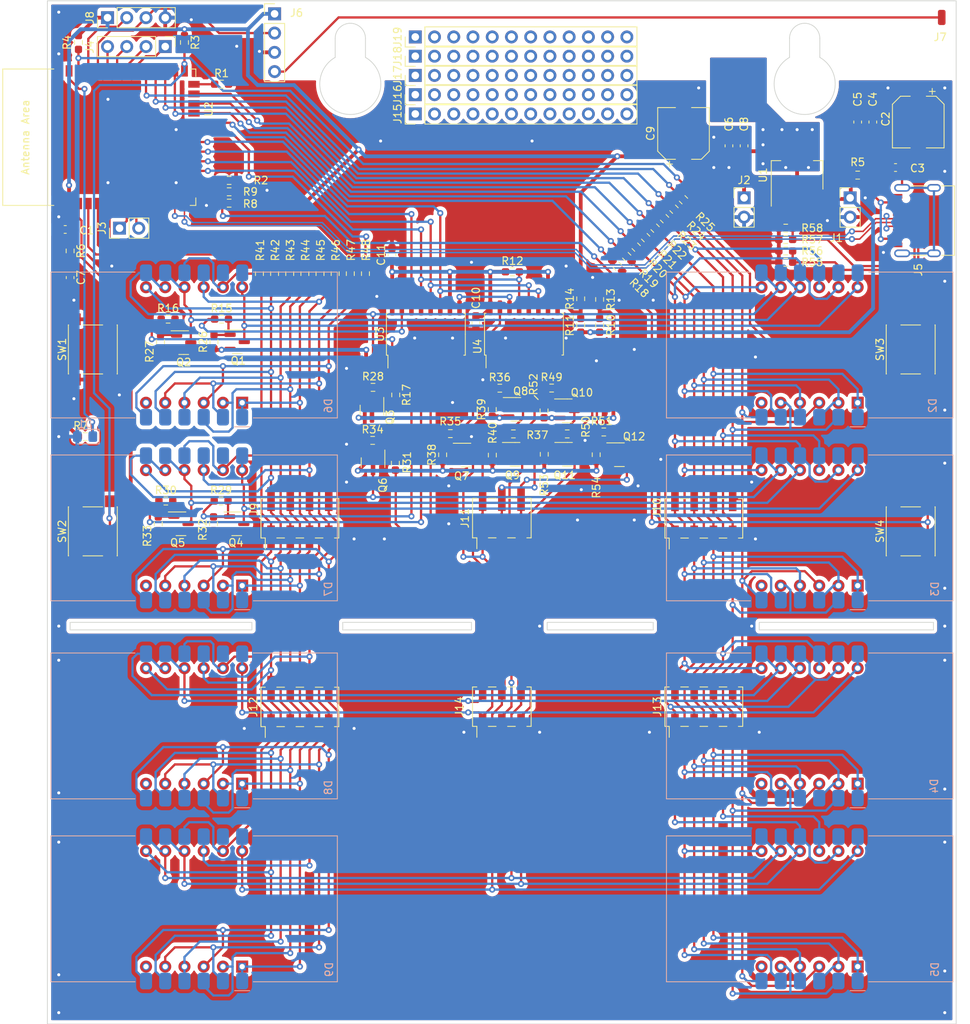
<source format=kicad_pcb>
(kicad_pcb (version 20240108) (generator "pcbnew") (generator_version "8.0")
  (layers (0 "F.Cu" signal) (31 "B.Cu" signal) (34 "B.Paste" user) (35 "F.Paste" user) (36 "B.SilkS" user "B.Silkscreen") (37 "F.SilkS" user "F.Silkscreen") (38 "B.Mask" user) (39 "F.Mask" user) (44 "Edge.Cuts" user))
  (net 0 "")
  (net 1 "+3V3")
  (net 2 "GND")
  (net 3 "+5V")
  (net 4 "Net-(J5-SHIELD)")
  (net 5 "/ESPEN")
  (net 6 "+VSREG")
  (net 7 "/GPIO1")
  (net 8 "/CA1")
  (net 9 "/CA2")
  (net 10 "/CA3")
  (net 11 "/CA4")
  (net 12 "/CA5")
  (net 13 "/CA6")
  (net 14 "/CA7")
  (net 15 "/CA8")
  (net 16 "/CA9")
  (net 17 "/CA10")
  (net 18 "/CA11")
  (net 19 "/CA12")
  (net 20 "Net-(J3-Pin_1)")
  (net 21 "Net-(J3-Pin_2)")
  (net 22 "Net-(J4-Pin_1)")
  (net 23 "Net-(J4-Pin_2)")
  (net 24 "Net-(J4-Pin_3)")
  (net 25 "Net-(J4-Pin_4)")
  (net 26 "Net-(J5-VBUS-PadA4)")
  (net 27 "Net-(J5-CC2)")
  (net 28 "/USBDP")
  (net 29 "/USBDN")
  (net 31 "Net-(J5-CC1)")
  (net 33 "/RXD")
  (net 34 "/ANT")
  (net 35 "/TXD")
  (net 36 "/AL")
  (net 37 "/BL")
  (net 38 "/CL")
  (net 39 "/DL")
  (net 40 "/EL")
  (net 41 "/FL")
  (net 42 "/GL")
  (net 43 "/DPL")
  (net 44 "/AR")
  (net 45 "/BR")
  (net 46 "/CR")
  (net 47 "/DR")
  (net 48 "/ER")
  (net 49 "/FR")
  (net 50 "/GR")
  (net 51 "/DPR")
  (net 52 "Net-(Q1-G)")
  (net 53 "+VLED")
  (net 54 "Net-(Q2-G)")
  (net 55 "Net-(Q3-G)")
  (net 56 "Net-(Q4-G)")
  (net 57 "Net-(Q5-G)")
  (net 58 "Net-(Q6-G)")
  (net 59 "Net-(Q7-G)")
  (net 60 "Net-(Q8-G)")
  (net 61 "Net-(Q9-G)")
  (net 62 "Net-(Q10-G)")
  (net 63 "Net-(Q11-G)")
  (net 64 "Net-(Q12-G)")
  (net 65 "/GPIO45")
  (net 66 "/GPIO46")
  (net 67 "/GPIO0")
  (net 68 "/GPIO2")
  (net 69 "/GPIO3")
  (net 70 "/~{SOE}")
  (net 71 "/CA1SIG")
  (net 72 "/CA2SIG")
  (net 73 "/CA3SIG")
  (net 74 "/CA4SIG")
  (net 75 "/CA5SIG")
  (net 76 "/CA6SIG")
  (net 77 "/CA7SIG")
  (net 78 "/CA8SIG")
  (net 79 "/CA9SIG")
  (net 80 "/CA10SIG")
  (net 81 "/CA11SIG")
  (net 82 "/CA12SIG")
  (net 83 "/SLAT")
  (net 84 "/SDAT")
  (net 85 "/SCK")
  (net 88 "Net-(U3-QH')")
  (net 92 "/GR_RES")
  (net 93 "/FR_RES")
  (net 94 "/ER_RES")
  (net 95 "/DR_RES")
  (net 96 "/CR_RES")
  (net 97 "/BR_RES")
  (net 98 "/AR_RES")
  (net 99 "/DPR_RES")
  (net 100 "/DPL_RES")
  (net 101 "/AL_RES")
  (net 102 "/BL_RES")
  (net 103 "/CL_RES")
  (net 104 "/DL_RES")
  (net 105 "/EL_RES")
  (net 106 "/FL_RES")
  (net 107 "/GL_RES")
  (footprint "Resistor_SMD:R_0603_1608Metric_Pad0.98x0.95mm_HandSolder" (layer "F.Cu") (at 35.64 126)
    (property "Reference" "R30")
    (property "Value" "75R")
  )
  (footprint "Resistor_SMD:R_0603_1608Metric_Pad0.98x0.95mm_HandSolder" (layer "F.Cu") (at 78.7415 113.906 90)
    (property "Reference" "R39")
    (property "Value" "10K")
  )
  (footprint "Package_TO_SOT_SMD:SOT-23" (layer "F.Cu") (at 62.86 114 -90)
    (property "Reference" "Q3")
    (property "Value" "Q_PMOS_GSD")
  )
  (footprint "Connector_PinHeader_2.54mm:PinHeader_1x02_P2.54mm_Vertical" (layer "F.Cu") (at 29.525 90 90)
    (property "Reference" "J3")
    (property "Value" "DNF")
  )
  (footprint "Resistor_SMD:R_0603_1608Metric_Pad0.98x0.95mm_HandSolder" (layer "F.Cu") (at 23 93 -90)
    (property "Reference" "R6")
    (property "Value" "10K")
  )
  (footprint "Resistor_SMD:R_0603_1608Metric_Pad0.98x0.95mm_HandSolder" (layer "F.Cu") (at 41.9375 129 90)
    (property "Reference" "R32")
    (property "Value" "10K")
  )
  (footprint "Connector_PinHeader_2.54mm:PinHeader_2x03_P2.54mm_Vertical_SMD" (layer "F.Cu") (at 80.01 153.13 90)
    (property "Reference" "J14")
    (property "Value" "DNF")
  )
  (footprint "Resistor_SMD:R_0603_1608Metric_Pad0.98x0.95mm_HandSolder" (layer "F.Cu") (at 66 112 -90)
    (property "Reference" "R17")
    (property "Value" "75R")
  )
  (footprint "Package_TO_SOT_SMD:SOT-23" (layer "F.Cu") (at 45.0625 105)
    (property "Reference" "Q1")
    (property "Value" "Q_PMOS_GSD")
  )
  (footprint "Resistor_SMD:R_0603_1608Metric_Pad0.98x0.95mm_HandSolder" (layer "F.Cu") (at 62 96 -90)
    (property "Reference" "R48")
    (property "Value" "75R")
  )
  (footprint "Connector_PinHeader_2.54mm:PinHeader_1x12_P2.54mm_Vertical" (layer "F.Cu") (at 68.58 67.31 90)
    (property "Reference" "J18")
    (property "Value" "DNF")
  )
  (footprint "Resistor_SMD:R_0603_1608Metric_Pad0.98x0.95mm_HandSolder" (layer "F.Cu") (at 102.75 87.5 -45)
    (property "Reference" "R24")
    (property "Value" "75R")
  )
  (footprint "Resistor_SMD:R_0603_1608Metric_Pad0.98x0.95mm_HandSolder" (layer "F.Cu") (at 50 96 -90)
    (property "Reference" "R42")
    (property "Value" "75R")
  )
  (footprint "Connector_PinHeader_2.54mm:PinHeader_1x04_P2.54mm_Vertical" (layer "F.Cu") (at 35.56 66.04 -90)
    (property "Reference" "J4")
    (property "Value" "DNF")
  )
  (footprint "Connector_PinHeader_2.54mm:PinHeader_1x04_P2.54mm_Vertical" (layer "F.Cu") (at 50 61.722)
    (property "Reference" "J6")
    (property "Value" "DNF")
  )
  (footprint "Resistor_SMD:R_0603_1608Metric_Pad0.98x0.95mm_HandSolder" (layer "F.Cu") (at 86.5835 111.094)
    (property "Reference" "R49")
    (property "Value" "75R")
  )
  (footprint "Resistor_SMD:R_0603_1608Metric_Pad0.98x0.95mm_HandSolder" (layer "F.Cu") (at 44 85.2)
    (property "Reference" "R9")
    (property "Value" "DNF")
  )
  (footprint "Resistor_SMD:R_0603_1608Metric_Pad0.98x0.95mm_HandSolder" (layer "F.Cu") (at 63 111)
    (property "Reference" "R28")
    (property "Value" "10K")
  )
  (footprint "Package_TO_SOT_SMD:SOT-23" (layer "F.Cu") (at 37.64 129)
    (property "Reference" "Q5")
    (property "Value" "Q_PMOS_GSD")
  )
  (footprint "Connector_PinHeader_2.54mm:PinHeader_1x12_P2.54mm_Vertical" (layer "F.Cu") (at 68.58 72.39 90)
    (property "Reference" "J16")
    (property "Value" "DNF")
  )
  (footprint "Package_TO_SOT_SMD:SOT-23" (layer "F.Cu") (at 63 120.9375 -90)
    (property "Reference" "Q6")
    (property "Value" "Q_PMOS_GSD")
  )
  (footprint "Resistor_SMD:R_0603_1608Metric_Pad0.98x0.95mm_HandSolder" (layer "F.Cu") (at 95.25 95 -45)
    (property "Reference" "R18")
    (property "Value" "75R")
  )
  (footprint "Connector_PinHeader_2.54mm:PinHeader_2x03_P2.54mm_Vertical_SMD" (layer "F.Cu") (at 80.01 128.255 90)
    (property "Reference" "J11")
    (property "Value" "DNF")
  )
  (footprint "Resistor_SMD:R_0603_1608Metric_Pad0.98x0.95mm_HandSolder" (layer "F.Cu") (at 117.5 94.5 180)
    (property "Reference" "R55")
    (property "Value" "10K")
  )
  (footprint "Package_TO_SOT_SMD:SOT-23" (layer "F.Cu") (at 88.646 114.094)
    (property "Reference" "Q10")
    (property "Value" "Q_PMOS_GSD")
  )
  (footprint "Resistor_SMD:R_0603_1608Metric_Pad0.98x0.95mm_HandSolder" (layer "F.Cu") (at 34.64 129 90)
    (property "Reference" "R33")
    (property "Value" "10K")
  )
  (footprint "Connector_PinHeader_2.54mm:PinHeader_1x04_P2.54mm_Vertical" (layer "F.Cu") (at 27.94 62.23 90)
    (property "Reference" "J8")
    (property "Value" "DNF")
  )
  (footprint "Resistor_SMD:R_0603_1608Metric_Pad0.98x0.95mm_HandSolder" (layer "F.Cu") (at 54 96 -90)
    (property "Reference" "R44")
    (property "Value" "75R")
  )
  (footprint "Button_Switch_SMD:SW_Push_1P1T_NO_6x6mm_H9.5mm" (layer "F.Cu") (at 26 106 90)
    (property "Reference" "SW1")
    (property "Value" "SW_Push")
  )
  (footprint "Connector_PinHeader_2.54mm:PinHeader_1x12_P2.54mm_Vertical" (layer "F.Cu") (at 68.58 69.85 90)
    (property "Reference" "J17")
    (property "Value" "DNF")
  )
  (footprint "Resistor_SMD:R_0603_1608Metric_Pad0.98x0.95mm_HandSolder" (layer "F.Cu") (at 42 105 90)
    (property "Reference" "R26")
    (property "Value" "10K")
  )
  (footprint "Resistor_SMD:R_0603_1608Metric_Pad0.98x0.95mm_HandSolder" (layer "F.Cu") (at 85.614 119.832 90)
    (property "Reference" "R53")
    (property "Value" "10K")
  )
  (footprint "Resistor_SMD:R_0603_1608Metric_Pad0.98x0.95mm_HandSolder" (layer "F.Cu") (at 92.924 102.814 90)
    (property "Reference" "R10")
    (property "Value" "DNF")
  )
  (footprint "Resistor_SMD:R_0603_1608Metric_Pad0.98x0.95mm_HandSolder" (layer "F.Cu") (at 90.424 99.314 90)
    (property "Reference" "R14")
    (property "Value" "0R")
  )
  (footprint "Capacitor_SMD:CP_Elec_6.3x5.4" (layer "F.Cu") (at 104 77.5 90)
    (property "Reference" "C9")
    (property "Value" "22u")
  )
  (footprint "Resistor_SMD:R_0603_1608Metric_Pad0.98x0.95mm_HandSolder" (layer "F.Cu") (at 100.25 90 -45)
    (property "Reference" "R22")
    (property "Value" "75R")
  )
  (footprint "Capacitor_SMD:C_0603_1608Metric_Pad1.08x0.95mm_HandSolder" (layer "F.Cu") (at 129 76 -90)
    (property "Reference" "C4")
    (property "Value" "1u")
  )
  (footprint "Package_TO_SOT_SMD:SOT-23" (layer "F.Cu") (at 81.8665 113.906)
    (property "Reference" "Q8")
    (property "Value" "Q_PMOS_GSD")
  )
  (footprint "Package_TO_SOT_SMD:SOT-23" (layer "F.Cu") (at 88.6765 119.832)
    (property "Reference" "Q11")
    (property "Value" "Q_PMOS_GSD")
  )
  (footprint "Capacitor_SMD:CP_Elec_6.3x5.4" (layer "F.Cu") (at 135 76 -90)
    (property "Reference" "C2")
    (property "Value" "22u")
  )
  (footprint "Resistor_SMD:R_0603_1608Metric_Pad0.98x0.95mm_HandSolder" (layer "F.Cu") (at 65.95 121 90)
    (property "Reference" "R31")
    (property "Value" "75R")
  )
  (footprint "Resistor_SMD:R_0603_1608Metric_Pad0.98x0.95mm_HandSolder" (layer "F.Cu") (at 97.75 92.5 -45)
    (property "Reference" "R20")
    (property "Value" "75R")
  )
  (footprint "Resistor_SMD:R_0603_1608Metric_Pad0.98x0.95mm_HandSolder" (layer "F.Cu") (at 24.1 65.5 -90)
    (property "Reference" "R4")
    (property "Value" "10K")
  )
  (footprint "Package_SO:SO-16_5.3x10.2mm_P1.27mm" (layer "F.Cu") (at 69.977 104 90)
    (property "Reference" "U3")
    (property "Value" "74HC595")
  )
  (footprint "Resistor_SMD:R_0603_1608Metric_Pad0.98x0.95mm_HandSolder" (layer "F.Cu") (at 127 83 180)
    (property "Reference" "R5")
    (property "Value" "0R")
  )
  (footprint "Resistor_SMD:R_0603_1608Metric_Pad0.98x0.95mm_HandSolder" (layer "F.Cu") (at 99 91.25 -45)
    (property "Reference" "R21")
    (property "Value" "75R")
  )
  (footprint "Resistor_SMD:R_0603_1608Metric_Pad0.98x0.95mm_HandSolder" (layer "F.Cu") (at 117.5 90 180)
    (property "Reference" "R58")
    (property "Value" "10K")
  )
  (footprint "Resistor_SMD:R_0603_1608Metric_Pad0.98x0.95mm_HandSolder" (layer "F.Cu") (at 43 71)
    (property "Reference" "R1")
    (property "Value" "DNF")
  )
  (footprint "Package_TO_SOT_SMD:SOT-23" (layer "F.Cu") (at 75.2625 119.936)
    (property "Reference" "Q7")
    (property "Value" "Q_PMOS_GSD")
  )
  (footprint "Resistor_SMD:R_0603_1608Metric_Pad0.98x0.95mm_HandSolder" (layer "F.Cu") (at 117.5 93 180)
    (property "Reference" "R56")
    (property "Value" "10K")
  )
  (footprint "Package_TO_SOT_SMD:SOT-23" (layer "F.Cu") (at 95.5345 119.888)
    (property "Reference" "Q12")
    (property "Value" "Q_PMOS_GSD")
  )
  (footprint "Resistor_SMD:R_0603_1608Metric_Pad0.98x0.95mm_HandSolder" (layer "F.Cu") (at 101.5 88.75 -45)
    (property "Reference" "R23")
    (property "Value" "75R")
  )
  (footprint "Resistor_SMD:R_0603_1608Metric_Pad0.98x0.95mm_HandSolder" (layer "F.Cu") (at 78.756 119.936 90)
    (property "Reference" "R40")
    (property "Value" "10K")
  )
  (footprint "Capacitor_SMD:C_0603_1608Metric_Pad1.08x0.95mm_HandSolder" (layer "F.Cu") (at 112 79.1375 90)
    (property "Reference" "C8")
    (property "Value" "1u")
  )
  (footprint "Connector_PinHeader_2.54mm:PinHeader_1x02_P2.54mm_Vertical" (layer "F.Cu") (at 126 86)
    (property "Reference" "J1")
    (property "Value" "DNF")
  )
  (footprint "Connector_PinHeader_2.54mm:PinHeader_1x12_P2.54mm_Vertical" (layer "F.Cu") (at 68.58 74.93 90)
    (property "Reference" "J15")
    (property "Value" "DNF")
  )
  (footprint "Capacitor_SMD:C_0603_1608Metric_Pad1.08x0.95mm_HandSolder" (layer "F.Cu") (at 76.581 102.489 -90)
    (property "Reference" "C10")
    (property "Value" "100n")
  )
  (footprint "Resistor_SMD:R_0603_1608Metric_Pad0.98x0.95mm_HandSolder" (layer "F.Cu") (at 25 117.5)
    (property "Reference" "R7")
    (property "Value" "10K")
  )
  (footprint "Resistor_SMD:R_0603_1608Metric_Pad0.98x0.95mm_HandSolder" (layer "F.Cu") (at 42.9375 126)
    (property "Reference" "R29")
    (property "Value" "75R")
  )
  (footprint "Resistor_SMD:R_0603_1608Metric_Pad0.98x0.95mm_HandSolder" (layer "F.Cu") (at 34.9375 105 90)
    (property "Reference" "R27")
    (property "Value" "10K")
  )
  (footprint "Resistor_SMD:R_0603_1608Metric_Pad0.98x0.95mm_HandSolder" (layer "F.Cu") (at 73.21 117.104 180)
    (property "Reference" "R35")
    (property "Value" "75R")
  )
  (footprint "Package_TO_SOT_SMD:SOT-23" (layer "F.Cu") (at 38 105.1)
    (property "Reference" "Q2")
    (property "Value" "Q_PMOS_GSD")
  )
  (footprint "Resistor_SMD:R_0603_1608Metric_Pad0.98x0.95mm_HandSolder" (layer "F.Cu") (at 104 86.25 -45)
    (property "Reference" "R25")
    (property "Value" "75R")
  )
  (footprint "Connector_PinHeader_2.54mm:PinHeader_2x04_P2.54mm_Vertical_SMD" (layer "F.Cu") (at 106.68 153.13 90)
    (property "Reference" "J13")
    (property "Value" "DNF")
  )
  (footprint "PCM_Espressif:ESP32-S3-WROOM-1" (layer "F.Cu") (at 29.85 78 90)
    (property "Reference" "U2")
    (property "Value" "ESP32-S3-WROOM-1")
  )
  (footprint "Package_TO_SOT_SMD:SOT-23" (layer "F.Cu") (at 45 129)
    (property "Reference" "Q4")
    (property "Value" "Q_PMOS_GSD")
  )
  (footprint "Connector_PinHeader_2.54mm:PinHeader_2x04_P2.54mm_Vertical_SMD" (layer "F.Cu") (at 106.68 128.285 90)
    (property "Reference" "J10")
    (property "Value" "DNF")
  )
  (footprint "Resistor_SMD:R_0603_1608Metric_Pad0.98x0.95mm_HandSolder" (layer "F.Cu") (at 81.407 95.758)
    (property "Reference" "R12")
    (property "Value" "10K")
  )
  (footprint "Capacitor_SMD:C_0603_1608Metric_Pad1.08x0.95mm_HandSolder" (layer "F.Cu") (at 132 82 180)
    (property "Reference" "C3")
    (property "Value" "100n")
  )
  (footprint "Resistor_SMD:R_0603_1608Metric_Pad0.98x0.95mm_HandSolder" (layer "F.Cu") (at 62.95 118)
    (property "Reference" "R34")
    (property "Value" "10K")
  )
  (footprint "Resistor_SMD:R_0603_1608Metric_Pad0.98x0.95mm_HandSolder" (layer "F.Cu") (at 79.7415 111.112)
    (property "Reference" "R36")
    (property "Value" "75R")
  )
  (footprint "Resistor_SMD:R_0603_1608Metric_Pad0.98x0.95mm_HandSolder" (layer "F.Cu") (at 60 96 -90)
    (property "Reference" "R47")
    (property "Value" "75R")
  )
  (footprint "Package_TO_SOT_SMD:SOT-223-3_TabPin2" (layer "F.Cu") (at 119 83 90)
    (property "Reference" "U1")
    (property "Value" "AZ1117-3.3")
  )
  (footprint "Resistor_SMD:R_0603_1608Metric_Pad0.98x0.95mm_HandSolder" (layer "F.Cu") (at 81.534 117.142 180)
    (property "Reference" "R37")
    (property "Value" "75R")
  )
  (footprint "Button_Switch_SMD:SW_Push_1P1T_NO_6x6mm_H9.5mm" (layer "F.Cu") (at 134 106 90)
    (property "Reference" "SW3")
    (property "Value" "SW_Push")
  )
  (footprint "Capacitor_SMD:C_0603_1608Metric_Pad1.08x0.95mm_HandSolder" (layer "F.Cu") (at 23 96.52 -90)
    (property "Reference" "C7")
    (property "Value" "1u")
  )
  (footprint "Resistor_SMD:R_0603_1608Metric_Pad0.98x0.95mm_HandSolder" (layer "F.Cu") (at 72.194 119.898 90)
    (property "Reference" "R38")
    (property "Value" "10K")
  )
  (footprint "Resistor_SMD:R_0603_1608Metric_Pad0.98x0.95mm_HandSolder" (layer "F.Cu") (at 35.9375 102)
    (property "Reference" "R16")
    (property "Value" "75R")
  )
  (footprint "Capacitor_SMD:C_0603_1608Metric_Pad1.08x0.95mm_HandSolder" (layer "F.Cu") (at 110 79.1375 90)
    (property "Reference" "C6")
    (property "Value" "100n")
  )
  (footprint "Resistor_SMD:R_0603_1608Metric_Pad0.98x0.95mm_HandSolder" (layer "F.Cu") (at 38.1 65.5 -90)
    (property "Reference" "R3")
    (property "Value" "10K")
  )
  (footprint "Resistor_SMD:R_0603_1608Metric_Pad0.98x0.95mm_HandSolder" (layer "F.Cu") (at 56 96 -90)
    (property "Reference" "R45")
    (property "Value" "75R")
  )
  (footprint "Package_TO_SOT_SMD:SOT-23" (layer "F.Cu") (at 81.756 119.836)
    (property "Reference" "Q9")
    (property "Value" "Q_PMOS_GSD")
  )
  (footprint "Capacitor_SMD:C_0603_1608Metric_Pad1.08x0.95mm_HandSolder" (layer "F.Cu") (at 127 76 -90)
    (property "Reference" "C5")
    (property "Value" "100n")
  )
  (footprint "Resistor_SMD:R_0603_1608Metric_Pad0.98x0.95mm_HandSolder" (layer "F.Cu") (at 48 96 -90)
    (property "Reference" "R41")
    (property "Value" "75R")
  )
  (footprint "Resistor_SMD:R_0603_1608Metric_Pad0.98x0.95mm_HandSolder" (layer "F.Cu") (at 43 102)
    (property "Reference" "R15")
    (property "Value" "75R")
  )
  (footprint "Resistor_SMD:R_0603_1608Metric_Pad0.98x0.95mm_HandSolder" (layer "F.Cu") (at 44 86.7 180)
    (property "Reference" "R8")
    (property "Value" "10K")
  )
  (footprint "Connector_PinHeader_2.54mm:PinHeader_1x12_P2.54mm_Vertical" (layer "F.Cu") (at 68.58 64.77 90)
    (property "Reference" "J19")
    (property "Value" "DNF")
  )
  (footprint "Connector_PinHeader_2.54mm:PinHeader_2x04_P2.54mm_Vertical_SMD" (layer "F.Cu") (at 53.34 153.16 90)
    (property "Reference" "J12")
    (property "Value" "DNF")
  )
  (footprint "Package_SO:SO-16_5.3x10.2mm_P1.27mm" (layer "F.Cu") (at 82.931 103.9795 90)
    (property "Reference" "U4")
    (property "Value" "74HC595")
  )
  (footprint "Button_Switch_SMD:SW_Push_1P1T_NO_6x6mm_H9.5mm" (layer "F.Cu") (at 26 130 90)
    (property "Reference" "SW2")
    (property "Value" "SW_Push")
  )
  (footprint "Connector_Wire:SolderWirePad_1x01_SMD_1x2mm" (layer "F.Cu") (at 138.1 62.2)
    (property "Reference" "J7")
    (property "Value" "DNF")
  )
  (footprint "Resistor_SMD:R_0603_1608Metric_Pad0.98x0.95mm_HandSolder" (layer "F.Cu") (at 44 83.7)
    (property "Reference" "R2")
    (property "Value" "DNF")
  )
  (footprint "Connector_PinHeader_2.54mm:PinHeader_1x02_P2.54mm_Vertical" (layer "F.Cu") (at 112 86)
    (property "Reference" "J2")
    (property "Value" "DNF")
  )
  (footprint "Resistor_SMD:R_0603_1608Metric_Pad0.98x0.95mm_HandSolder" (layer "F.Cu") (at 88.646 117.142 180)
    (property "Reference" "R50")
    (property "Value" "75R")
  )
  (footprint "Resistor_SMD:R_0603_1608Metric_Pad0.98x0.95mm_HandSolder" (layer "F.Cu") (at 85.5835 114.094 90)
    (property "Reference" "R52")
    (property "Value" "10K")
  )
  (footprint "Resistor_SMD:R_0603_1608Metric_Pad0.98x0.95mm_HandSolder" (layer "F.Cu") (at 93.472 116.888)
    (property "Reference" "R51")
    (property "Value" "75R")
  )
  (footprint "Connector_USB:USB_C_Receptacle_G-Switch_GT-USB-7010ASV" (layer "F.Cu") (at 136 89 90)
    (property "Reference" "J5")
    (property "Value" "USB_C_Receptacle_USB2.0")
  )
  (footprint "Resistor_SMD:R_0603_1608Metric_Pad0.98x0.95mm_HandSolder" (layer "F.Cu") (at 52 96 -90)
    (property "Reference" "R43")
    (property "Value" "75R")
  )
  (footprint "Resistor_SMD:R_0603_1608Metric_Pad0.98x0.95mm_HandSolder" (layer "F.Cu") (at 92.472 119.888 90)
    (property "Reference" "R54")
    (property "Value" "10K")
  )
  (footprint "Connector_PinHeader_2.54mm:PinHeader_2x04_P2.54mm_Vertical_SMD" (layer "F.Cu") (at 53.34 128.27 90)
    (property "Reference" "J9")
    (property "Value" "DNF")
  )
  (footprint "Resistor_SMD:R_0603_1608Metric_Pad0.98x0.95mm_HandSolder" (layer "F.Cu") (at 117.5 91.5 180)
    (property "Reference" "R57")
    (property "Value" "10K")
  )
  (footprint "Capacitor_SMD:C_0603_1608Metric_Pad1.08x0.95mm_HandSolder" (layer "F.Cu") (at 65.5 93.5 90)
    (property "Reference" "C11")
    (property "Value" "100n")
  )
  (footprint "Capacitor_SMD:C_0603_1608Metric_Pad1.08x0.95mm_HandSolder" (layer "F.Cu") (at 22.352 90.17 180)
    (property "Reference" "C1")
    (property "Value" "100n")
  )
  (footprint "Resistor_SMD:R_0603_1608Metric_Pad0.98x0.95mm_HandSolder" (layer "F.Cu") (at 90.424 102.814 90)
    (property "Reference" "R11")
    (property "Value" "DNF")
  )
  (footprint "Resistor_SMD:R_0603_1608Metric_Pad0.98x0.95mm_HandSolder" (layer "F.Cu") (at 96.5 93.75 -45)
    (property "Reference" "R19")
    (property "Value" "75R")
  )
  (footprint "Button_Switch_SMD:SW_Push_1P1T_NO_6x6mm_H9.5mm" (layer "F.Cu") (at 134 130 90)
    (property "Reference" "SW4")
    (property "Value" "SW_Push")
  )
  (footprint "Resistor_SMD:R_0603_1608Metric_Pad0.98x0.95mm_HandSolder" (layer "F.Cu") (at 58 96 -90)
    (property "Reference" "R46")
    (property "Value" "75R")
  )
  (footprint "Resistor_SMD:R_0603_1608Metric_Pad0.98x0.95mm_HandSolder" (layer "F.Cu") (at 92.924 99.4015 90)
    (property "Reference" "R13")
    (property "Value" "0R")
  )
  (footprint "esp-multi-7seg-display:3dig-7seg-dual-smtpth" (layer "B.Cu") (at 120.65 187.42 90)
    (property "Reference" "D5")
    (property "Value" "3dig-7seg-dual-smtpth")
  )
  (footprint "esp-multi-7seg-display:3dig-7seg-dual-smtpth" (layer "B.Cu") (at 39.37 163.29 90)
    (property "Reference" "D8")
    (property "Value" "3dig-7seg-dual-smtpth")
  )
  (footprint "esp-multi-7seg-display:3dig-7seg-dual-smtpth" (layer "B.Cu") (at 120.65 137.16 90)
    (property "Reference" "D3")
    (property "Value" "3dig-7seg-dual-smtpth")
  )
  (footprint "esp-multi-7seg-display:3dig-7seg-dual-smtpth" (layer "B.Cu") (at 39.37 187.42 90)
    (property "Reference" "D9")
    (property "Value" "3dig-7seg-dual-smtpth")
  )
  (footprint "esp-multi-7seg-display:3dig-7seg-dual-smtpth" (layer "B.Cu") (at 120.65 113.03 90)
    (property "Reference" "D2")
    (property "Value" "3dig-7seg-dual-smtpth")
  )
  (footprint "esp-multi-7seg-display:3dig-7seg-dual-smtpth" (layer "B.Cu") (at 120.65 163.29 90)
    (property "Reference" "D4")
    (property "Value" "3dig-7seg-dual-smtpth")
  )
  (footprint "esp-multi-7seg-display:3dig-7seg-dual-smtpth" (layer "B.Cu") (at 39.37 137.16 90)
    (property "Reference" "D7")
    (property "Value" "3dig-7seg-dual-smtpth")
  )
  (footprint "esp-multi-7seg-display:3dig-7seg-dual-smtpth" (layer "B.Cu") (at 39.37 113.03 90)
    (property "Reference" "D6")
    (property "Value" "3dig-7seg-dual-smtpth")
  )
  (footprint "LED_SMD:LED_0805_2012Metric_Pad1.15x1.40mm_HandSolder" (layer "B.Cu") (at 24.975 117.5 180)
    (property "Reference" "D1")
    (property "Value" "D_Photo")
  )
  (gr_line (start 84.3 112.1) (end 84.8 112.6) (stroke (width 0.15)) (layer "F.SilkS"))
  (gr_arc (start 122 67.468873) (mid 120 75) (end 118 67.468873) (stroke (width 0.1)) (layer "Edge.Cuts"))
  (gr_line (start 86 142) (end 86 143) (stroke (width 0.1)) (layer "Edge.Cuts"))
  (gr_line (start 118 67.468873) (end 118 64.968872) (stroke (width 0.1)) (layer "Edge.Cuts"))
  (gr_line (start 137 143) (end 114 143) (stroke (width 0.1)) (layer "Edge.Cuts"))
  (gr_line (start 59 142) (end 59 143) (stroke (width 0.1)) (layer "Edge.Cuts"))
  (gr_line (start 62 67.468873) (end 62 64.968872) (stroke (width 0.1)) (layer "Edge.Cuts"))
  (gr_line (start 47 142) (end 23 142) (stroke (width 0.1)) (layer "Edge.Cuts"))
  (gr_line (start 100 142) (end 86 142) (stroke (width 0.1)) (layer "Edge.Cuts"))
  (gr_arc (start 118 64.968872) (mid 120 62.968872) (end 122 64.968872) (stroke (width 0.1)) (layer "Edge.Cuts"))
  (gr_line (start 76 143) (end 76 142) (stroke (width 0.1)) (layer "Edge.Cuts"))
  (gr_line (start 122 67.468873) (end 122 64.968872) (stroke (width 0.1)) (layer "Edge.Cuts"))
  (gr_rect (start 20 60) (end 140 195) (stroke (width 0.1)) (fill none) (layer "Edge.Cuts"))
  (gr_arc (start 62 67.468873) (mid 60 75) (end 58 67.468873) (stroke (width 0.1)) (layer "Edge.Cuts"))
  (gr_line (start 114 143) (end 114 142) (stroke (width 0.1)) (layer "Edge.Cuts"))
  (gr_line (start 137 142) (end 137 143) (stroke (width 0.1)) (layer "Edge.Cuts"))
  (gr_line (start 23 143) (end 47 143) (stroke (width 0.1)) (layer "Edge.Cuts"))
  (gr_line (start 76 142) (end 59 142) (stroke (width 0.1)) (layer "Edge.Cuts"))
  (gr_arc (start 58 64.968872) (mid 60 62.968872) (end 62 64.968872) (stroke (width 0.1)) (layer "Edge.Cuts"))
  (gr_line (start 47 143) (end 47 142) (stroke (width 0.1)) (layer "Edge.Cuts"))
  (gr_line (start 100 143) (end 100 142) (stroke (width 0.1)) (layer "Edge.Cuts"))
  (gr_line (start 23 142) (end 23 143) (stroke (width 0.1)) (layer "Edge.Cuts"))
  (gr_line (start 114 142) (end 137 142) (stroke (width 0.1)) (layer "Edge.Cuts"))
  (gr_line (start 86 143) (end 100 143) (stroke (width 0.1)) (layer "Edge.Cuts"))
  (gr_line (start 59 143) (end 76 143) (stroke (width 0.1)) (layer "Edge.Cuts"))
  (gr_line (start 58 67.468873) (end 58 64.968872) (stroke (width 0.1)) (layer "Edge.Cuts"))
  (segment (start 95.25 80.518) (end 103.782 80.518) (width 0.5) (layer "F.Cu") (net 1))
  (segment (start 103.782 80.518) (end 104 80.3) (width 0.5) (layer "F.Cu") (net 1))
  (segment (start 22.2125 92.0875) (end 23 92.0875) (width 0.5) (layer "F.Cu") (net 1))
  (segment (start 92.924 98.489) (end 90.5115 98.489) (width 0.5) (layer "F.Cu") (net 1))
  (segment (start 110 80) (end 104.3 80) (width 0.5) (layer "F.Cu") (net 1))
  (segment (start 90.424 98.4015) (end 90.424 85.344) (width 0.5) (layer "F.Cu") (net 1))
  (segment (start 90.424 85.344) (end 95.25 80.518) (width 0.5) (layer "F.Cu") (net 1))
  (segment (start 23.2145 91.873) (end 23 92.0875) (width 0.5) (layer "F.Cu") (net 1))
  (segment (start 21.59 115.0025) (end 21.59 92.71) (width 0.5) (layer "F.Cu") (net 1))
  (segment (start 21.59 92.71) (end 22.2125 92.0875) (width 0.5) (layer "F.Cu") (net 1))
  (segment (start 27.94 62.23) (end 26.4575 62.23) (width 0.5) (layer "F.Cu") (net 1))
  (segment (start 112 86) (end 112 80) (width 0.5) (layer "F.Cu") (net 1))
  (segment (start 22.86 84.328) (end 22.86 86.75) (width 0.5) (layer "F.Cu") (net 1))
  (segment (start 24.0875 117.5) (end 21.59 115.0025) (width 0.5) (layer "F.Cu") (net 1))
  (segment (start 119 86.15) (end 119 79.85) (width 0.5) (layer "F.Cu") (net 1))
  (segment (start 90.5115 98.489) (end 90.424 98.4015) (width 0.5) (layer "F.Cu") (net 1))
  (segment (start 104.3 80) (end 104 80.3) (width 0.5) (layer "F.Cu") (net 1))
  (segment (start 22.86 89.8155) (end 23.2145 90.17) (width 0.5) (layer "F.Cu") (net 1))
  (segment (start 112.15 79.85) (end 112 80) (width 0.5) (layer "F.Cu") (net 1))
  (segment (start 26.4575 62.23) (end 24.1 64.5875) (width 0.5) (layer "F.Cu") (net 1))
  (segment (start 38.1 63.754) (end 38.1 64.5875) (width 0.5) (layer "F.Cu") (net 1))
  (segment (start 61.087 79.629) (end 54.016 86.7) (width 0.5) (layer "F.Cu") (net 1))
  (segment (start 22.86 86.75) (end 22.86 89.8155) (width 0.5) (layer "F.Cu") (net 1))
  (segment (start 119 79.85) (end 112.15 79.85) (width 0.5) (layer "F.Cu") (net 1))
  (segment (start 23.2145 90.17) (end 23.2145 91.873) (width 0.5) (layer "F.Cu") (net 1))
  (segment (start 54.016 86.7) (end 44.9125 86.7) (width 0.5) (layer "F.Cu") (net 1))
  (segment (start 112 80) (end 110 80) (width 0.5) (layer "F.Cu") (net 1))
  (via (at 114.5 81.5) (size 0.8) (drill 0.4) (layers "F.Cu" "B.Cu") (net 1))
  (via (at 121 77) (size 0.8) (drill 0.4) (layers "F.Cu" "B.Cu") (net 1))
  (via (at 95.25 80.518) (size 0.8) (drill 0.4) (layers "F.Cu" "B.Cu") (net 1))
  (via (at 117.5 82) (size 0.8) (drill 0.4) (layers "F.Cu" "B.Cu") (net 1))
  (via (at 22.86 84.328) (size 0.8) (drill 0.4) (layers "F.Cu" "B.Cu") (net 1))
  (via (at 114.5 77) (size 0.8) (drill 0.4) (layers "F.Cu" "B.Cu") (net 1))
  (via (at 61.087 79.629) (size 0.8) (drill 0.4) (layers "F.Cu" "B.Cu") (net 1))
  (via (at 114.5 79) (size 0.8) (drill 0.4) (layers "F.Cu" "B.Cu") (net 1))
  (via (at 119 77) (size 0.8) (drill 0.4) (layers "F.Cu" "B.Cu") (net 1))
  (via (at 120.5 82) (size 0.8) (drill 0.4) (layers "F.Cu" "B.Cu") (net 1))
  (via (at 38.1 63.754) (size 0.8) (drill 0.4) (layers "F.Cu" "B.Cu") (net 1))
  (via (at 117 77) (size 0.8) (drill 0.4) (layers "F.Cu" "B.Cu") (net 1))
  (segment (start 95.25 80.518) (end 61.976 80.518) (width 0.5) (layer "B.Cu") (net 1))
  (segment (start 61.087 79.629) (end 52.578 71.12) (width 0.5) (layer "B.Cu") (net 1))
  (segment (start 46.482 63.754) (end 48.514 61.722) (width 0.5) (layer "B.Cu") (net 1))
  (segment (start 27.94 63.754) (end 46.482 63.754) (width 0.5) (layer "B.Cu") (net 1))
  (segment (start 46.482 69.85) (end 46.482 63.754) (width 0.5) (layer "B.Cu") (net 1))
  (segment (start 52.578 71.12) (end 47.752 71.12) (width 0.5) (layer "B.Cu") (net 1))
  (segment (start 24.384 63.754) (end 22.86 65.278) (width 0.5) (layer "B.Cu") (net 1))
  (segment (start 27.94 63.754) (end 24.384 63.754) (width 0.5) (layer "B.Cu") (net 1))
  (segment (start 47.752 71.12) (end 46.482 69.85) (width 0.5) (layer "B.Cu") (net 1))
  (segment (start 22.86 65.278) (end 22.86 84.328) (width 0.5) (layer "B.Cu") (net 1))
  (segment (start 61.976 80.518) (end 61.087 79.629) (width 0.5) (layer "B.Cu") (net 1))
  (segment (start 48.514 61.722) (end 50 61.722) (width 0.5) (layer "B.Cu") (net 1))
  (segment (start 27.94 62.23) (end 27.94 63.754) (width 0.5) (layer "B.Cu") (net 1))
  (segment (start 130.4 93.2) (end 131.4 92.2) (width 0.5) (layer "F.Cu") (net 2))
  (segment (start 130.9 85.8) (end 129.7 84.6) (width 0.5) (layer "F.Cu") (net 2))
  (segment (start 123.46 88.54) (end 123 89) (width 0.5) (layer "F.Cu") (net 2))
  (segment (start 48.127 66.802) (end 48 66.675) (width 0.5) (layer "F.Cu") (net 2))
  (segment (start 131.4 92.2) (end 132.275 92.2) (width 0.5) (layer "F.Cu") (net 2))
  (segment (start 132.275 85.8) (end 130.9 85.8) (width 0.5) (layer "F.Cu") (net 2))
  (segment (start 50 66.802) (end 48.127 66.802) (width 0.5) (layer "F.Cu") (net 2))
  (segment (start 126 88.54) (end 123.46 88.54) (width 0.5) (layer "F.Cu") (net 2))
  (segment (start 129.7 84.6) (end 129.7 82) (width 0.5) (layer "F.Cu") (net 2))
  (segment (start 129.7 82) (end 131.1375 82) (width 0.5) (layer "F.Cu") (net 2))
  (via (at 59.5 123.5) (size 0.8) (drill 0.4) (layers "F.Cu" "B.Cu") (net 2))
  (via (at 59.5 118.5) (size 0.8) (drill 0.4) (layers "F.Cu" "B.Cu") (net 2))
  (via (at 21.5 67) (size 0.8) (drill 0.4) (layers "F.Cu" "B.Cu") (net 2))
  (via (at 113.5 131) (size 0.8) (drill 0.4) (layers "F.Cu" "B.Cu") (net 2))
  (via (at 92 96.5) (size 0.8) (drill 0.4) (layers "F.Cu" "B.Cu") (net 2))
  (via (at 138.5 114) (size 0.8) (drill 0.4) (layers "F.Cu" "B.Cu") (net 2))
  (via (at 21.5 193.5) (size 0.8) (drill 0.4) (layers "F.Cu" "B.Cu") (net 2))
  (via (at 63.5 99) (size 0.8) (drill 0.4) (layers "F.Cu" "B.Cu") (net 2))
  (via (at 113 123.5) (size 0.8) (drill 0.4) (layers "F.Cu" "B.Cu") (net 2))
  (via (at 138.5 171) (size 0.8) (drill 0.4) (layers "F.Cu" "B.Cu") (net 2))
  (via (at 28 73) (size 0.8) (drill 0.4) (layers "F.Cu" "B.Cu") (net 2))
  (via (at 23.5 112.5) (size 0.8) (drill 0.4) (layers "F.Cu" "B.Cu") (net 2))
  (via (at 138.5 97) (size 0.8) (drill 0.4) (layers "F.Cu" "B.Cu") (net 2))
  (via (at 128 86) (size 0.8) (drill 0.4) (layers "F.Cu" "B.Cu") (net 2))
  (via (at 138.5 193.5) (size 0.8) (drill 0.4) (layers "F.Cu" "B.Cu") (net 2))
  (via (at 90 128.5) (size 0.8) (drill 0.4) (layers "F.Cu" "B.Cu") (net 2))
  (via (at 76 94.5) (size 0.8) (drill 0.4) (layers "F.Cu" "B.Cu") (net 2))
  (via (at 28.5 95) (size 0.8) (drill 0.4) (layers "F.Cu" "B.Cu") (net 2))
  (via (at 73 124) (size 0.8) (drill 0.4) (layers "F.Cu" "B.Cu") (net 2))
  (via (at 123 89) (size 0.8) (drill 0.4) (layers "F.Cu" "B.Cu") (net 2))
  (via (at 108 82) (size 0.8) (drill 0.4) (layers "F.Cu" "B.Cu") (net 2))
  (via (at 98 124) (size 0.8) (drill 0.4) (layers "F.Cu" "B.Cu") (net 2))
  (via (at 68.5 104.5) (size 0.8) (drill 0.4) (layers "F.Cu" "B.Cu") (net 2))
  (via (at 49 85) (size 0.8) (drill 0.4) (layers "F.Cu" "B.Cu") (net 2))
  (via (at 73.5 113) (size 0.8) (drill 0.4) (layers "F.Cu" "B.Cu") (net 2))
  (via (at 64 78.5) (size 0.8) (drill 0.4) (layers "F.Cu" "B.Cu") (net 2))
  (via (at 46 156) (size 0.8) (drill 0.4) (layers "F.Cu" "B.Cu") (net 2))
  (via (at 88.5 95) (size 0.8) (drill 0.4) (layers "F.Cu" "B.Cu") (net 2))
  (via (at 21.5 164.5) (size 0.8) (drill 0.4) (layers "F.Cu" "B.Cu") (net 2))
  (via (at 37 84) (size 0.8) (drill 0.4) (layers "F.Cu" "B.Cu") (net 2))
  (via (at 91 118) (size 0.8) (drill 0.4) (layers "F.Cu" "B.Cu") (net 2))
  (via (at 114 156.5) (size 0.8) (drill 0.4) (layers "F.Cu" "B.Cu") (net 2))
  (via (at 97.5 128.5) (size 0.8) (drill 0.4) (layers "F.Cu" "B.Cu") (net 2))
  (via (at 60.5 131) (size 0.8) (drill 0.4) (layers "F.Cu" "B.Cu") (net 2))
  (via (at 101 120.5) (size 0.8) (drill 0.4) (layers "F.Cu" "B.Cu") (net 2))
  (via (at 39 62.5) (size 0.8) (drill 0.4) (layers "F.Cu" "B.Cu") (net 2))
  (via (at 90.5 124.5) (size 0.8) (drill 0.4) (layers "F.Cu" "B.Cu") (net 2))
  (via (at 21.5 117.5) (size 0.8) (drill 0.4) (layers "F.Cu" "B.Cu") (net 2))
  (via (at 99.5 156.5) (size 0.8) (drill 0.4) (layers "F.Cu" "B.Cu") (net 2))
  (via (at 80.5 104.5) (size 0.8) (drill 0.4) (layers "F.Cu" "B.Cu") (net 2))
  (via (at 138.5 142.5) (size 0.8) (drill 0.4) (layers "F.Cu" "B.Cu") (net 2))
  (via (at 85 156.5) (size 0.8) (drill 0.4) (layers "F.Cu" "B.Cu") (net 2))
  (via (at 60.5 156) (size 0.8) (drill 0.4) (layers "F.Cu" "B.Cu") (net 2))
  (via (at 45 66) (size 0.8) (drill 0.4) (layers "F.Cu" "B.Cu") (net 2))
  (via (at 76 117.5) (size 0.8) (drill 0.4) (layers "F.Cu" "B.Cu") (net 2))
  (via (at 28 84) (size 0.8) (drill 0.4) (layers "F.Cu" "B.Cu") (net 2))
  (via (at 138.5 121) (size 0.8) (drill 0.4) (layers "F.Cu" "B.Cu") (net 2))
  (via (at 95.5 99.5) (size 0.8) (drill 0.4) (layers "F.Cu" "B.Cu") (net 2))
  (via (at 130.4 93.2) (size 0.8) (drill 0.4) (layers "F.Cu" "B.Cu") (net 2))
  (via (at 64.5 131) (size 0.8) (drill 0.4) (layers "F.Cu" "B.Cu") (net 2))
  (via (at 21.5 61.5) (size 0.8) (drill 0.4) (layers "F.Cu" "B.Cu") (net 2))
  (via (at 77.5 110) (size 0.8) (drill 0.4) (layers "F.Cu" "B.Cu") (net 2))
  (via (at 108 78) (size 0.8) (drill 0.4) (layers "F.Cu" "B.Cu") (net 2))
  (via (at 75 156.5) (size 0.8) (drill 0.4) (layers "F.Cu" "B.Cu") (net 2))
  (via (at 113.5 107) (size 0.8) (drill 0.4) (layers "F.Cu" "B.Cu") (net 2))
  (via (at 21.5 188.5) (size 0.8) (drill 0.4) (layers "F.Cu" "B.Cu") (net 2))
  (via (at 106 71.5) (size 0.8) (drill 0.4) (layers "F.Cu" "B.Cu") (net 2))
  (via (at 85 142.5) (size 0.8) (drill 0.4) (layers "F.Cu" "B.Cu") (net 2))
  (via (at 37 77) (size 0.8) (drill 0.4) (layers "F.Cu" "B.Cu") (net 2))
  (via (at 138.5 188) (size 0.8) (drill 0.4) (layers "F.Cu" "B.Cu") (net 2))
  (via (at 131 71.5) (size 0.8) (drill 0.4) (layers "F.Cu" "B.Cu") (net 2))
  (via (at 21.5 147) (size 0.8) (drill 0.4) (layers "F.Cu" "B.Cu") (net 2))
  (via (at 138.5 82.5) (size 0.8) (drill 0.4) (layers "F.Cu" "B.Cu") (net 2))
  (via (at 97.5 106) (size 0.8) (drill 0.4) (layers "F.Cu" "B.Cu") (net 2))
  (via (at 48 66.675) (size 0.8) (drill 0.4) (layers "F.Cu" "B.Cu") (net 2))
  (via (at 23.5 99.5) (size 0.8) (drill 0.4) (layers "F.Cu" "B.Cu") (net 2))
  (via (at 138.5 71.5) (size 0.8) (drill 0.4) (layers "F.Cu" "B.Cu") (net 2))
  (via (at 21.5 171) (size 0.8) (drill 0.4) (layers "F.Cu" "B.Cu") (net 2))
  (via (at 21.5 88.5) (size 0.8) (drill 0.4) (layers "F.Cu" "B.Cu") (net 2))
  (via (at 73 129) (size 0.8) (drill 0.4) (layers "F.Cu" "B.Cu") (net 2))
  (via (at 73.5 104.5) (size 0.8) (drill 0.4) (layers "F.Cu" "B.Cu") (net 2))
  (via (at 138.5 164) (size 0.8) (drill 0.4) (layers "F.Cu" "B.Cu") (net 2))
  (via (at 92.5 107.5) (size 0.8) (drill 0.4) (layers "F.Cu" "B.Cu") (net 2))
  (via (at 29.5 112) (size 0.8) (drill 0.4) (layers "F.Cu" "B.Cu") (net 2))
  (via (at 138.5 137.5) (size 0.8) (drill 0.4) (layers "F.Cu" "B.Cu") (net 2))
  (via (at 41 87) (size 0.8) (drill 0.4) (layers "F.Cu" "B.Cu") (net 2))
  (via (at 138.5 147) (size 0.8) (drill 0.4) (layers "F.Cu" "B.Cu") (net 2))
  (via (at 59.5 108.5) (size 0.8) (drill 0.4) (layers "F.Cu" "B.Cu") (net 2))
  (via (at 110 82) (size 0.8) (drill 0.4) (layers "F.Cu" "B.Cu") (net 2))
  (via (at 84 78.5) (size 0.8) (drill 0.4) (layers "F.Cu" "B.Cu") (net 2))
  (via (at 100 99.5) (size 0.8) (drill 0.4) (layers "F.Cu" "B.Cu") (net 2))
  (via (at 88.5 104.5) (size 0.8) (drill 0.4) (layers "F.Cu" "B.Cu") (net 2))
  (via (at 21.5 142.5) (size 0.8) (drill 0.4) (layers "F.Cu" "B.Cu") (net 2))
  (via (at 113 142.5) (size 0.8) (drill 0.4) (layers "F.Cu" "B.Cu") (net 2))
  (segment (start 126.0875 83) (end 126.0875 85.9125) (width 0.5) (layer "F.Cu") (net 3))
  (segment (start 126.0875 85.9125) (end 126 86) (width 0.5) (layer "F.Cu") (net 3))
  (segment (start 127 75.1375) (end 125.7765 75.1375) (width 0.5) (layer "F.Cu") (net 3))
  (segment (start 121.3 86.15) (end 123.444 86.15) (width 0.5) (layer "F.Cu") (net 3))
  (segment (start 123.444 77.47) (end 123.444 86.15) (width 0.5) (layer "F.Cu") (net 3))
  (segment (start 125.7765 75.1375) (end 123.444 77.47) (width 0.5) (layer "F.Cu") (net 3))
  (segment (start 133.0625 75.1375) (end 129 75.1375) (width 0.5) (layer "F.Cu") (net 3))
  (segment (start 135 73.2) (end 133.0625 75.1375) (width 0.5) (layer "F.Cu") (net 3))
  (segment (start 125.85 86.15) (end 126 86) (width 0.5) (layer "F.Cu") (net 3))
  (segment (start 90.424 103.7265) (end 92.924 103.7265) (width 0.5) (layer "F.Cu") (net 3))
  (segment (start 123.444 86.15) (end 125.85 86.15) (width 0.5) (layer "F.Cu") (net 3))
  (segment (start 129 75.1375) (end 127 75.1375) (width 0.5) (layer "F.Cu") (net 3))
  (via (at 91.694 103.7265) (size 0.8) (drill 0.4) (layers "F.Cu" "B.Cu") (net 3))
  (segment (start 129.032 89.032) (end 126 86) (width 0.5) (layer "B.Cu") (net 3))
  (segment (start 129.032 100.584) (end 129.032 89.032) (width 0.5) (layer "B.Cu") (net 3))
  (segment (start 91.694 103.7265) (end 125.8895 103.7265) (width 0.5) (layer "B.Cu") (net 3))
  (segment (start 125.8895 103.7265) (end 129.032 100.584) (width 0.5) (layer "B.Cu") (net 3))
  (segment (start 132.8625 84.6675) (end 132.875 84.68) (width 0.3) (layer "F.Cu") (net 4))
  (segment (start 132.8625 82) (end 132.8625 84.6675) (width 0.3) (layer "F.Cu") (net 4))
  (segment (start 137.075 84.68) (end 137.075 93.32) (width 0.3) (layer "B.Cu") (net 4))
  (segment (start 137.075 93.32) (end 132.875 93.32) (width 0.3) (layer "B.Cu") (net 4))
  (segment (start 132.875 84.68) (end 137.075 84.68) (width 0.3) (layer "B.Cu") (net 4))
  (segment (start 24.5 93.8625) (end 24.5 89) (width 0.3) (layer "F.Cu") (net 5))
  (segment (start 24.13 88.63) (end 24.13 86.75) (width 0.3) (layer "F.Cu") (net 5))
  (segment (start 28.25 102.025) (end 28.25 109.975) (width 0.3) (layer "F.Cu") (net 5))
  (segment (start 24.5 89) (end 24.13 88.63) (width 0.3) (layer "F.Cu") (net 5))
  (segment (start 28.25 97.6125) (end 28.25 102.025) (width 0.3) (layer "F.Cu") (net 5))
  (segment (start 23 95.6575) (end 23 93.9125) (width 0.3) (layer "F.Cu") (net 5))
  (segment (start 23.05 93.8625) (end 24.5 93.8625) (width 0.3) (layer "F.Cu") (net 5))
  (segment (start 23 93.9125) (end 23.05 93.8625) (width 0.3) (layer "F.Cu") (net 5))
  (segment (start 24.5 93.8625) (end 28.25 97.6125) (width 0.3) (layer "F.Cu") (net 5))
  (segment (start 78.486 95.758) (end 78.486 100.517) (width 0.5) (layer "F.Cu") (net 6))
  (segment (start 65.532 100.5375) (end 65.532 95.758) (width 0.5) (layer "F.Cu") (net 6))
  (segment (start 77.3765 101.6265) (end 78.486 100.517) (width 0.5) (layer "F.Cu") (net 6))
  (segment (start 76.581 101.6265) (end 77.3765 101.6265) (width 0.5) (layer "F.Cu") (net 6))
  (segment (start 86.106 95.758) (end 86.106 97.282) (width 0.5) (layer "F.Cu") (net 6))
  (segment (start 90.424 101.9015) (end 90.424 101.092) (width 0.5) (layer "F.Cu") (net 6))
  (segment (start 86.106 97.282) (end 86.106 100.517) (width 0.5) (layer "F.Cu") (net 6))
  (segment (start 65.5 95.726) (end 65.532 95.758) (width 0.5) (layer "F.Cu") (net 6))
  (segment (start 90.424 101.092) (end 90.424 100.2265) (width 0.5) (layer "F.Cu") (net 6))
  (segment (start 89.408 101.092) (end 88.9 100.584) (width 0.5) (layer "F.Cu") (net 6))
  (segment (start 65.5 94.3625) (end 65.5 95.726) (width 0.5) (layer "F.Cu") (net 6))
  (segment (start 87.884 97.282) (end 86.106 97.282) (width 0.5) (layer "F.Cu") (net 6))
  (segment (start 73.152 100.5375) (end 73.152 95.758) (width 0.5) (layer "F.Cu") (net 6))
  (segment (start 88.9 100.584) (end 88.9 98.298) (width 0.5) (layer "F.Cu") (net 6))
  (segment (start 88.9 98.298) (end 87.884 97.282) (width 0.5) (layer "F.Cu") (net 6))
  (segment (start 78.486 95.758) (end 80.4945 95.758) (width 0.5) (layer "F.Cu") (net 6))
  (segment (start 90.424 101.092) (end 89.408 101.092) (width 0.5) (layer "F.Cu") (net 6))
  (via (at 65.532 95.758) (size 0.8) (drill 0.4) (layers "F.Cu" "B.Cu") (net 6))
  (via (at 86.106 95.758) (size 0.8) (drill 0.4) (layers "F.Cu" "B.Cu") (net 6))
  (via (at 78.486 95.758) (size 0.8) (drill 0.4) (layers "F.Cu" "B.Cu") (net 6))
  (via (at 73.152 95.758) (size 0.8) (drill 0.4) (layers "F.Cu" "B.Cu") (net 6))
  (segment (start 78.486 95.758) (end 86.106 95.758) (width 0.5) (layer "B.Cu") (net 6))
  (segment (start 65.532 95.758) (end 73.152 95.758) (width 0.5) (layer "B.Cu") (net 6))
  (segment (start 73.152 95.758) (end 78.486 95.758) (width 0.5) (layer "B.Cu") (net 6))
  (segment (start 24.892 71.628) (end 24.188 71.628) (width 0.3) (layer "F.Cu") (net 7))
  (segment (start 22.86 70.3) (end 22.86 69.25) (width 0.3) (layer "F.Cu") (net 7))
  (segment (start 24.188 71.628) (end 22.86 70.3) (width 0.3) (layer "F.Cu") (net 7))
  (segment (start 25.9125 117.5) (end 25.9125 115.5745) (width 0.3) (layer "F.Cu") (net 7))
  (via (at 24.892 71.628) (size 0.8) (drill 0.4) (layers "F.Cu" "B.Cu") (net 7))
  (via (at 25.9125 115.5745) (size 0.8) (drill 0.4) (layers "F.Cu" "B.Cu") (net 7))
  (segment (start 26 117.5) (end 26 115.565) (width 0.3) (layer "B.Cu") (net 7))
  (segment (start 24.892 114.457) (end 24.892 71.628) (width 0.3) (layer "B.Cu") (net 7))
  (segment (start 26 115.565) (end 24.892 114.457) (width 0.3) (layer "B.Cu") (net 7))
  (segment (start 45.72 97.79) (end 45.72 98.72) (width 0.3) (layer "F.Cu") (net 8))
  (segment (start 46 99) (end 46 105) (width 0.3) (layer "F.Cu") (net 8))
  (segment (start 45.72 98.72) (end 46 99) (width 0.3) (layer "F.Cu") (net 8))
  (via (at 46 102.87) (size 0.8) (drill 0.4) (layers "F.Cu" "B.Cu") (net 8))
  (segment (start 46 102.87) (end 121.92 102.87) (width 0.3) (layer "B.Cu") (net 8))
  (segment (start 45.72 97.79) (end 45.72 95.885) (width 0.3) (layer "B.Cu") (net 8))
  (segment (start 121.92 102.87) (end 127 97.79) (width 0.3) (layer "B.Cu") (net 8))
  (segment (start 127 97.79) (end 127 95.885) (width 0.3) (layer "B.Cu") (net 8))
  (segment (start 38.9375 100.9375) (end 38.9375 105.1) (width 0.3) (layer "F.Cu") (net 9))
  (segment (start 38.1 100.1) (end 38.9375 100.9375) (width 0.3) (layer "F.Cu") (net 9))
  (segment (start 38.1 97.79) (end 38.1 100.1) (width 0.3) (layer "F.Cu") (net 9))
  (via (at 38.9915 102.108) (size 0.8) (drill 0.4) (layers "F.Cu" "B.Cu") (net 9))
  (segment (start 37.465 97.79) (end 38.1 97.79) (width 0.3) (layer "B.Cu") (net 9))
  (segment (start 38.9915 102.108) (end 115.062 102.108) (width 0.3) (layer "B.Cu") (net 9))
  (segment (start 35.56 95.885) (end 37.465 97.79) (width 0.3) (layer "B.Cu") (net 9))
  (segment (start 115.062 102.108) (end 119.38 97.79) (width 0.3) (layer "B.Cu") (net 9))
  (segment (start 116.84 95.885) (end 118.745 97.79) (width 0.3) (layer "B.Cu") (net 9))
  (segment (start 118.745 97.79) (end 119.38 97.79) (width 0.3) (layer "B.Cu") (net 9))
  (segment (start 63 114.7975) (end 62.86 114.9375) (width 0.3) (layer "F.Cu") (net 10))
  (segment (start 63 101.346) (end 63 114.7975) (width 0.3) (layer "F.Cu") (net 10))
  (via (at 63 101.346) (size 0.8) (drill 0.4) (layers "F.Cu" "B.Cu") (net 10))
  (segment (start 113.284 101.346) (end 116.84 97.79) (width 0.3) (layer "B.Cu") (net 10))
  (segment (start 33.346 101.346) (end 31 99) (width 0.3) (layer "B.Cu") (net 10))
  (segment (start 34.925 97.79) (end 35.56 97.79) (width 0.3) (layer "B.Cu") (net 10))
  (segment (start 116.205 97.79) (end 116.84 97.79) (width 0.3) (layer "B.Cu") (net 10))
  (segment (start 31 99) (end 31 97) (width 0.3) (layer "B.Cu") (net 10))
  (segment (start 33.02 95.885) (end 34.925 97.79) (width 0.3) (layer "B.Cu") (net 10))
  (segment (start 63 101.346) (end 113.284 101.346) (width 0.3) (layer "B.Cu") (net 10))
  (segment (start 63 101.346) (end 33.346 101.346) (width 0.3) (layer "B.Cu") (net 10))
  (segment (start 114.3 95.885) (end 116.205 97.79) (width 0.3) (layer "B.Cu") (net 10))
  (segment (start 31 97) (end 32.115 95.885) (width 0.3) (layer "B.Cu") (net 10))
  (segment (start 32.115 95.885) (end 33.02 95.885) (width 0.3) (layer "B.Cu") (net 10))
  (segment (start 45.72 121.92) (end 45.72 123.72) (width 0.3) (layer "F.Cu") (net 11))
  (segment (start 45.9375 123.9375) (end 45.9375 129) (width 0.3) (layer "F.Cu") (net 11))
  (segment (start 45.72 123.72) (end 45.9375 123.9375) (width 0.3) (layer "F.Cu") (net 11))
  (via (at 46 127) (size 0.8) (drill 0.4) (layers "F.Cu" "B.Cu") (net 11))
  (segment (start 45.72 121.92) (end 45.72 120.015) (width 0.3) (layer "B.Cu") (net 11))
  (segment (start 121.92 127) (end 127 121.92) (width 0.3) (layer "B.Cu") (net 11))
  (segment (start 46 127) (end 121.92 127) (width 0.3) (layer "B.Cu") (net 11))
  (segment (start 127 121.92) (end 127 120.015) (width 0.3) (layer "B.Cu") (net 11))
  (segment (start 39 124) (end 38.1 123.1) (width 0.3) (layer "F.Cu") (net 12))
  (segment (start 38.1 123.1) (end 38.1 121.92) (width 0.3) (layer "F.Cu") (net 12))
  (segment (start 38.5775 129) (end 39 128.5775) (width 0.3) (layer "F.Cu") (net 12))
  (segment (start 39 128.5775) (end 39 124) (width 0.3) (layer "F.Cu") (net 12))
  (via (at 38.9915 126.238) (size 0.8) (drill 0.4) (layers "F.Cu" "B.Cu") (net 12))
  (segment (start 35.56 120.015) (end 37.465 121.92) (width 0.3) (layer "B.Cu") (net 12))
  (segment (start 118.745 121.92) (end 119.38 121.92) (width 0.3) (layer "B.Cu") (net 12))
  (segment (start 38.9915 126.238) (end 115.062 126.238) (width 0.3) (layer "B.Cu") (net 12))
  (segment (start 116.84 120.015) (end 118.745 121.92) (width 0.3) (layer "B.Cu") (net 12))
  (segment (start 37.465 121.92) (end 38.1 121.92) (width 0.3) (layer "B.Cu") (net 12))
  (segment (start 115.062 126.238) (end 119.38 121.92) (width 0.3) (layer "B.Cu") (net 12))
  (segment (start 63 121.875) (end 63 125.476) (width 0.3) (layer "F.Cu") (net 13))
  (via (at 63 125.476) (size 0.8) (drill 0.4) (layers "F.Cu" "B.Cu") (net 13))
  (segment (start 34.925 121.92) (end 35.56 121.92) (width 0.3) (layer "B.Cu") (net 13))
  (segment (start 113.284 125.476) (end 116.84 121.92) (width 0.3) (layer "B.Cu") (net 13))
  (segment (start 116.205 121.92) (end 116.84 121.92) (width 0.3) (layer "B.Cu") (net 13))
  (segment (start 33.02 120.015) (end 34.925 121.92) (width 0.3) (layer "B.Cu") (net 13))
  (segment (start 114.3 120.015) (end 116.205 121.92) (width 0.3) (layer "B.Cu") (net 13))
  (segment (start 31 122.5) (end 33.976 125.476) (width 0.3) (layer "B.Cu") (net 13))
  (segment (start 33.976 125.476) (end 113.284 125.476) (width 0.3) (layer "B.Cu") (net 13))
  (segment (start 31 120.5) (end 31 122.5) (width 0.3) (layer "B.Cu") (net 13))
  (segment (start 31.485 120.015) (end 31 120.5) (width 0.3) (layer "B.Cu") (net 13))
  (segment (start 33.02 120.015) (end 31.485 120.015) (width 0.3) (layer "B.Cu") (net 13))
  (segment (start 74.93 123.444) (end 74.93 133.35) (width 0.3) (layer "F.Cu") (net 14))
  (segment (start 77.47 133.35) (end 78.74 134.62) (width 0.3) (layer "F.Cu") (net 14))
  (segment (start 76.2 122.174) (end 74.93 123.444) (width 0.3) (layer "F.Cu") (net 14))
  (segment (start 76.2 119.936) (end 76.2 122.174) (width 0.3) (layer "F.Cu") (net 14))
  (segment (start 77.47 154.4) (end 77.47 155.655) (width 0.3) (layer "F.Cu") (net 14))
  (segment (start 78.74 134.62) (end 78.74 153.035) (width 0.3) (layer "F.Cu") (net 14))
  (segment (start 77.47 129.467894) (end 77.47 130.78) (width 0.3) (layer "F.Cu") (net 14))
  (segment (start 77.47 154.4) (end 76.962 153.892) (width 0.3) (layer "F.Cu") (net 14))
  (segment (start 77.47 130.78) (end 77.47 133.35) (width 0.3) (layer "F.Cu") (net 14))
  (segment (start 78.74 153.13) (end 77.47 154.4) (width 0.3) (layer "F.Cu") (net 14))
  (segment (start 45.72 153.892) (end 45.72 148.05) (width 0.3) (layer "F.Cu") (net 14))
  (segment (start 76.962 153.892) (end 75.565 153.892) (width 0.3) (layer "F.Cu") (net 14))
  (via (at 74.93 133.35) (size 0.8) (drill 0.4) (layers "F.Cu" "B.Cu") (net 14))
  (via (at 77.47 133.35) (size 0.8) (drill 0.4) (layers "F.Cu" "B.Cu") (net 14))
  (via (at 45.72 153.892) (size 0.8) (drill 0.4) (layers "F.Cu" "B.Cu") (net 14))
  (via (at 75.565 153.892) (size 0.8) (drill 0.4) (layers "F.Cu" "B.Cu") (net 14))
  (segment (start 127 148.05) (end 127 146.145) (width 0.3) (layer "B.Cu") (net 14))
  (segment (start 45.72 148.05) (end 45.72 146.145) (width 0.3) (layer "B.Cu") (net 14))
  (segment (start 45.72 153.892) (end 75.565 153.892) (width 0.3) (layer "B.Cu") (net 14))
  (segment (start 74.93 133.35) (end 77.47 133.35) (width 0.3) (layer "B.Cu") (net 14))
  (segment (start 75.565 153.892) (end 121.158 153.892) (width 0.3) (layer "B.Cu") (net 14))
  (segment (start 121.158 153.892) (end 127 148.05) (width 0.3) (layer "B.Cu") (net 14))
  (segment (start 76.2 128.905) (end 77.47 127.635) (width 0.3) (layer "F.Cu") (net 15))
  (segment (start 81.788 116.078) (end 78.74 116.078) (width 0.3) (layer "F.Cu") (net 15))
  (segment (start 38.1 152.368) (end 38.1 148.05) (width 0.3) (layer "F.Cu") (net 15))
  (segment (start 77.47 150.605) (end 77.47 151.86) (width 0.3) (layer "F.Cu") (net 15))
  (segment (start 77.47 127.635) (end 77.47 125.73) (width 0.3) (layer "F.Cu") (net 15))
  (segment (start 77.47 117.348) (end 77.597 117.221) (width 0.3) (layer "F.Cu") (net 15))
  (segment (start 76.2 133.35) (end 76.2 128.905) (width 0.3) (layer "F.Cu") (net 15))
  (segment (start 75.692 152.495) (end 75.565 152.368) (width 0.3) (layer "F.Cu") (net 15))
  (segment (start 77.47 151.86) (end 76.835 152.495) (width 0.3) (layer "F.Cu") (net 15))
  (segment (start 77.47 150.605) (end 77.47 134.62) (width 0.3) (layer "F.Cu") (net 15))
  (segment (start 77.47 125.73) (end 77.47 117.348) (width 0.3) (layer "F.Cu") (net 15))
  (segment (start 78.74 116.078) (end 77.597 117.221) (width 0.3) (layer "F.Cu") (net 15))
  (segment (start 76.835 152.495) (end 75.692 152.495) (width 0.3) (layer "F.Cu") (net 15))
  (segment (start 82.804 113.906) (end 82.804 115.062) (width 0.3) (layer "F.Cu") (net 15))
  (segment (start 82.804 115.062) (end 81.788 116.078) (width 0.3) (layer "F.Cu") (net 15))
  (segment (start 77.47 134.62) (end 76.2 133.35) (width 0.3) (layer "F.Cu") (net 15))
  (via (at 38.1 152.368) (size 0.8) (drill 0.4) (layers "F.Cu" "B.Cu") (net 15))
  (via (at 75.565 152.368) (size 0.8) (drill 0.4) (layers "F.Cu" "B.Cu") (net 15))
  (segment (start 118.745 148.05) (end 119.38 148.05) (width 0.3) (layer "B.Cu") (net 15))
  (segment (start 75.565 152.368) (end 115.062 152.368) (width 0.3) (layer "B.Cu") (net 15))
  (segment (start 38.1 152.368) (end 75.565 152.368) (width 0.3) (layer "B.Cu") (net 15))
  (segment (start 116.84 146.145) (end 118.745 148.05) (width 0.3) (layer "B.Cu") (net 15))
  (segment (start 115.062 152.368) (end 119.38 148.05) (width 0.3) (layer "B.Cu") (net 15))
  (segment (start 37.465 148.05) (end 38.1 148.05) (width 0.3) (layer "B.Cu") (net 15))
  (segment (start 35.56 146.145) (end 37.465 148.05) (width 0.3) (layer "B.Cu") (net 15))
  (segment (start 81.026 127.889) (end 80.01 128.905) (width 0.3) (layer "F.Cu") (net 16))
  (segment (start 81.28 153.13) (end 80.01 154.4) (width 0.3) (layer "F.Cu") (net 16))
  (segment (start 81.28 134.62) (end 81.28 153.13) (width 0.3) (layer "F.Cu") (net 16))
  (segment (start 81.026 123.698) (end 81.026 127.889) (width 0.3) (layer "F.Cu") (net 16))
  (segment (start 82.6935 119.836) (end 82.6935 122.0305) (width 0.3) (layer "F.Cu") (net 16))
  (segment (start 80.01 133.35) (end 81.28 134.62) (width 0.3) (layer "F.Cu") (net 16))
  (segment (start 80.01 128.905) (end 80.01 130.78) (width 0.3) (layer "F.Cu") (net 16))
  (segment (start 82.6935 122.0305) (end 81.026 123.698) (width 0.3) (layer "F.Cu") (net 16))
  (segment (start 80.01 130.78) (end 80.01 133.35) (width 0.3) (layer "F.Cu") (net 16))
  (segment (start 80.01 154.4) (end 80.01 155.655) (width 0.3) (layer "F.Cu") (net 16))
  (via (at 81.28 149.955) (size 0.8) (drill 0.4) (layers "F.Cu" "B.Cu") (net 16))
  (segment (start 114.3 146.145) (end 116.205 148.05) (width 0.3) (layer "B.Cu") (net 16))
  (segment (start 33.782 151.606) (end 31.242 149.066) (width 0.3) (layer "B.Cu") (net 16))
  (segment (start 81.28 151.606) (end 33.782 151.606) (width 0.3) (layer "B.Cu") (net 16))
  (segment (start 116.205 148.05) (end 116.84 148.05) (width 0.3) (layer "B.Cu") (net 16))
  (segment (start 31.242 149.066) (end 31.242 146.78) (width 0.3) (layer "B.Cu") (net 16))
  (segment (start 31.877 146.145) (end 33.02 146.145) (width 0.3) (layer "B.Cu") (net 16))
  (segment (start 31.242 146.78) (end 31.877 146.145) (width 0.3) (layer "B.Cu") (net 16))
  (segment (start 116.84 148.05) (end 113.284 151.606) (width 0.3) (layer "B.Cu") (net 16))
  (segment (start 113.284 151.606) (end 81.28 151.606) (width 0.3) (layer "B.Cu") (net 16))
  (segment (start 34.925 148.05) (end 35.56 148.05) (width 0.3) (layer "B.Cu") (net 16))
  (segment (start 81.28 149.955) (end 81.28 151.606) (width 0.3) (layer "B.Cu") (net 16))
  (segment (start 33.02 146.145) (end 34.925 148.05) (width 0.3) (layer "B.Cu") (net 16))
  (segment (start 89.5835 114.094) (end 89.5835 115.3945) (width 0.3) (layer "F.Cu") (net 17))
  (segment (start 78.74 133.35) (end 80.01 134.62) (width 0.3) (layer "F.Cu") (net 17))
  (segment (start 80.01 152.88) (end 78.74 154.15) (width 0.3) (layer "F.Cu") (net 17))
  (segment (start 80.01 134.62) (end 80.01 150.605) (width 0.3) (layer "F.Cu") (net 17))
  (segment (start 89.5835 115.3945) (end 88.661 116.317) (width 0.3) (layer "F.Cu") (net 17))
  (segment (start 86.121 116.317) (end 85.613 116.317) (width 0.3) (layer "F.Cu") (net 17))
  (segment (start 78.74 128.905) (end 78.74 133.35) (width 0.3) (layer "F.Cu") (net 17))
  (segment (start 45.72 172.18) (end 45.72 177.26) (width 0.3) (layer "F.Cu") (net 17))
  (segment (start 88.661 116.317) (end 86.121 116.317) (width 0.3) (layer "F.Cu") (net 17))
  (segment (start 80.01 127.635) (end 78.74 128.905) (width 0.3) (layer "F.Cu") (net 17))
  (segment (start 78.74 154.15) (end 78.74 177.26) (width 0.3) (layer "F.Cu") (net 17))
  (segment (start 85.613 116.317) (end 84.328 117.602) (width 0.3) (layer "F.Cu") (net 17))
  (segment (start 84.328 117.602) (end 84.328 124.206) (width 0.3) (layer "F.Cu") (net 17))
  (segment (start 80.01 150.605) (end 80.01 152.88) (width 0.3) (layer "F.Cu") (net 17))
  (segment (start 80.01 125.73) (end 80.01 127.635) (width 0.3) (layer "F.Cu") (net 17))
  (via (at 45.72 177.26) (size 0.8) (drill 0.4) (layers "F.Cu" "B.Cu") (net 17))
  (via (at 80.01 124.206) (size 0.8) (drill 0.4) (layers "F.Cu" "B.Cu") (net 17))
  (via (at 84.328 124.206) (size 0.8) (drill 0.4) (layers "F.Cu" "B.Cu") (net 17))
  (via (at 78.74 177.26) (size 0.8) (drill 0.4) (layers "F.Cu" "B.Cu") (net 17))
  (segment (start 45.72 172.18) (end 45.72 170.275) (width 0.3) (layer "B.Cu") (net 17))
  (segment (start 84.328 124.206) (end 80.01 124.206) (width 0.3) (layer "B.Cu") (net 17))
  (segment (start 45.72 177.26) (end 121.92 177.26) (width 0.3) (layer "B.Cu") (net 17))
  (segment (start 127 172.18) (end 127 170.275) (width 0.3) (layer "B.Cu") (net 17))
  (segment (start 121.92 177.26) (end 127 172.18) (width 0.3) (layer "B.Cu") (net 17))
  (segment (start 89.614 119.832) (end 89.614 121.714) (width 0.3) (layer "F.Cu") (net 18))
  (segment (start 89.614 121.714) (end 82.55 128.778) (width 0.3) (layer "F.Cu") (net 18))
  (segment (start 83.82 134.62) (end 83.82 153.035) (width 0.3) (layer "F.Cu") (net 18))
  (segment (start 82.55 154.4) (end 82.55 155.655) (width 0.3) (layer "F.Cu") (net 18))
  (segment (start 82.55 130.78) (end 82.55 133.35) (width 0.3) (layer "F.Cu") (net 18))
  (segment (start 83.82 153.13) (end 82.55 154.4) (width 0.3) (layer "F.Cu") (net 18))
  (segment (start 82.55 128.778) (end 82.55 130.78) (width 0.3) (layer "F.Cu") (net 18))
  (segment (start 82.55 155.655) (end 82.55 176.5105) (width 0.3) (layer "F.Cu") (net 18))
  (segment (start 82.55 133.35) (end 83.82 134.62) (width 0.3) (layer "F.Cu") (net 18))
  (segment (start 38.1 176.498) (end 38.1 172.18) (width 0.3) (layer "F.Cu") (net 18))
  (via (at 82.55 176.5105) (size 0.8) (drill 0.4) (layers "F.Cu" "B.Cu") (net 18))
  (via (at 38.1 176.498) (size 0.8) (drill 0.4) (layers "F.Cu" "B.Cu") (net 18))
  (segment (start 118.745 172.18) (end 119.38 172.18) (width 0.3) (layer "B.Cu") (net 18))
  (segment (start 35.56 170.275) (end 37.465 172.18) (width 0.3) (layer "B.Cu") (net 18))
  (segment (start 116.84 170.275) (end 118.745 172.18) (width 0.3) (layer "B.Cu") (net 18))
  (segment (start 37.465 172.18) (end 38.1 172.18) (width 0.3) (layer "B.Cu") (net 18))
  (segment (start 115.062 176.498) (end 119.38 172.18) (width 0.3) (layer "B.Cu") (net 18))
  (segment (start 38.1 176.498) (end 115.062 176.498) (width 0.3) (layer "B.Cu") (net 18))
  (segment (start 81.28 128.905) (end 81.28 133.35) (width 0.3) (layer "F.Cu") (net 19))
  (segment (start 82.55 134.62) (end 82.55 150.605) (width 0.3) (layer "F.Cu") (net 19))
  (segment (start 96.52 123.19) (end 96.52 119.936) (width 0.3) (layer "F.Cu") (net 19))
  (segment (start 82.55 125.73) (end 82.55 127.635) (width 0.3) (layer "F.Cu") (net 19))
  (segment (start 82.55 123.952) (end 83.312 123.19) (width 0.3) (layer "F.Cu") (net 19))
  (segment (start 81.28 133.35) (end 82.55 134.62) (width 0.3) (layer "F.Cu") (net 19))
  (segment (start 82.55 152.88) (end 81.28 154.15) (width 0.3) (layer "F.Cu") (net 19))
  (segment (start 81.28 154.15) (end 81.28 175.736) (width 0.3) (layer "F.Cu") (net 19))
  (segment (start 96.52 119.936) (end 96.472 119.888) (width 0.3) (layer "F.Cu") (net 19))
  (segment (start 82.55 125.73) (end 82.55 123.952) (width 0.3) (layer "F.Cu") (net 19))
  (segment (start 35.56 175.736) (end 35.56 172.18) (width 0.3) (layer "F.Cu") (net 19))
  (segment (start 82.55 127.635) (end 81.28 128.905) (width 0.3) (layer "F.Cu") (net 19))
  (segment (start 82.55 150.605) (end 82.55 152.88) (width 0.3) (layer "F.Cu") (net 19))
  (via (at 96.52 123.19) (size 0.8) (drill 0.4) (layers "F.Cu" "B.Cu") (net 19))
  (via (at 83.312 123.19) (size 0.8) (drill 0.4) (layers "F.Cu" "B.Cu") (net 19))
  (via (at 35.56 175.736) (size 0.8) (drill 0.4) (layers "F.Cu" "B.Cu") (net 19))
  (via (at 81.28 175.736) (size 0.8) (drill 0.4) (layers "F.Cu" "B.Cu") (net 19))
  (segment (start 113.284 175.736) (end 116.84 172.18) (width 0.3) (layer "B.Cu") (net 19))
  (segment (start 114.3 170.275) (end 116.205 172.18) (width 0.3) (layer "B.Cu") (net 19))
  (segment (start 33.02 170.275) (end 34.925 172.18) (width 0.3) (layer "B.Cu") (net 19))
  (segment (start 81.28 175.736) (end 113.284 175.736) (width 0.3) (layer "B.Cu") (net 19))
  (segment (start 83.312 123.19) (end 96.52 123.19) (width 0.3) (layer "B.Cu") (net 19))
  (segment (start 34.925 172.18) (end 35.56 172.18) (width 0.3) (layer "B.Cu") (net 19))
  (segment (start 35.56 175.736) (end 81.28 175.736) (width 0.3) (layer "B.Cu") (net 19))
  (segment (start 116.205 172.18) (end 116.84 172.18) (width 0.3) (layer "B.Cu") (net 19))
  (segment (start 30.48 89.045) (end 29.525 90) (width 0.3) (layer "F.Cu") (net 20))
  (segment (start 30.48 86.75) (end 30.48 89.045) (width 0.3) (layer "F.Cu") (net 20))
  (segment (start 31.75 86.75) (end 31.75 89.685) (width 0.3) (layer "F.Cu") (net 21))
  (segment (start 31.75 89.685) (end 32.065 90) (width 0.3) (layer "F.Cu") (net 21))
  (segment (start 31.75 69.25) (end 31.75 68.58) (width 0.3) (layer "F.Cu") (net 22))
  (segment (start 34.29 67.31) (end 35.56 66.04) (width 0.3) (layer "F.Cu") (net 22))
  (segment (start 31.75 68.58) (end 33.02 67.31) (width 0.3) (layer "F.Cu") (net 22))
  (segment (start 33.02 67.31) (end 34.29 67.31) (width 0.3) (layer "F.Cu") (net 22))
  (segment (start 30.48 68.58) (end 33.02 66.04) (width 0.3) (layer "F.Cu") (net 23))
  (segment (start 30.48 69.25) (end 30.48 68.58) (width 0.3) (layer "F.Cu") (net 23))
  (segment (start 29.21 69.25) (end 29.21 67.31) (width 0.3) (layer "F.Cu") (net 24))
  (segment (start 29.21 67.31) (end 30.48 66.04) (width 0.3) (layer "F.Cu") (net 24))
  (segment (start 27.94 69.25) (end 27.94 66.04) (width 0.3) (layer "F.Cu") (net 25))
  (segment (start 130.088 91.4) (end 130.048 91.44) (width 0.3) (layer "F.Cu") (net 26))
  (segment (start 132.275 91.4) (end 130.088 91.4) (width 0.3) (layer "F.Cu") (net 26))
  (segment (start 132.275 86.6) (end 130.034 86.6) (width 0.3) (layer "F.Cu") (net 26))
  (segment (start 130.034 86.6) (end 127.9125 84.4785) (width 0.3) (layer "F.Cu") (net 26))
  (segment (start 127.9125 84.4785) (end 127.9125 83) (width 0.3) (layer "F.Cu") (net 26))
  (via (at 130.048 91.44) (size 0.8) (drill 0.4) (layers "F.Cu" "B.Cu") (net 26))
  (via (at 130.048 86.614) (size 0.8) (drill 0.4) (layers "F.Cu" "B.Cu") (net 26))
  (segment (start 130.048 91.44) (end 130.048 86.614) (width 0.3) (layer "B.Cu") (net 26))
  (segment (start 135 94.707107) (end 134.207107 95.5) (width 0.3) (layer "F.Cu") (net 27))
  (segment (start 124 94.5) (end 118.4125 94.5) (width 0.3) (layer "F.Cu") (net 27))
  (segment (start 118.4125 94.5) (end 118.4125 93) (width 0.3) (layer "F.Cu") (net 27))
  (segment (start 125 95.5) (end 124 94.5) (width 0.3) (layer "F.Cu") (net 27))
  (segment (start 135 89.005) (end 135 94.707107) (width 0.3) (layer "F.Cu") (net 27))
  (segment (start 134.207107 95.5) (end 125 95.5) (width 0.3) (layer "F.Cu") (net 27))
  (segment (start 133.245 87.25) (end 135 89.005) (width 0.3) (layer "F.Cu") (net 27))
  (segment (start 132.275 87.25) (end 133.245 87.25) (width 0.3) (layer "F.Cu") (net 27))
  (segment (start 127.254 91.44) (end 129.444 89.25) (width 0.2) (layer "F.Cu") (net 28))
  (segment (start 38.1 86.75) (end 38.1 89.154) (width 0.2) (layer "F.Cu") (net 28))
  (segment (start 126.238 91.44) (end 127.254 91.44) (width 0.2) (layer "F.Cu") (net 28))
  (segment (start 132.275 88.25) (end 133.462 88.25) (width 0.2) (layer "F.Cu") (net 28))
  (segment (start 129.444 89.25) (end 132.275 89.25) (width 0.2) (layer "F.Cu") (net 28))
  (segment (start 133.508 89.25) (end 132.275 89.25) (width 0.2) (layer "F.Cu") (net 28))
  (segment (start 133.462 88.25) (end 133.858 88.646) (width 0.2) (layer "F.Cu") (net 28))
  (segment (start 133.858 88.646) (end 133.858 88.9) (width 0.2) (layer "F.Cu") (net 28))
  (segment (start 133.858 88.9) (end 133.508 89.25) (width 0.2) (layer "F.Cu") (net 28))
  (via (at 38.1 89.154) (size 0.8) (drill 0.4) (layers "F.Cu" "B.Cu") (net 28))
  (via (at 126.238 91.44) (size 0.8) (drill 0.4) (layers "F.Cu" "B.Cu") (net 28))
  (segment (start 38.608 89.662) (end 56.134 89.662) (width 0.2) (layer "B.Cu") (net 28))
  (segment (start 102.87 91.44) (end 126.238 91.44) (width 0.2) (layer "B.Cu") (net 28))
  (segment (start 38.1 89.154) (end 38.608 89.662) (width 0.2) (layer "B.Cu") (net 28))
  (segment (start 89.662 93.218) (end 91.694 95.25) (width 0.2) (layer "B.Cu") (net 28))
  (segment (start 99.06 95.25) (end 102.87 91.44) (width 0.2) (layer "B.Cu") (net 28))
  (segment (start 91.694 95.25) (end 99.06 95.25) (width 0.2) (layer "B.Cu") (net 28))
  (segment (start 59.69 93.218) (end 89.662 93.218) (width 0.2) (layer "B.Cu") (net 28))
  (segment (start 56.134 89.662) (end 59.69 93.218) (width 0.2) (layer "B.Cu") (net 28))
  (segment (start 130.976 89.75) (end 132.275 89.75) (width 0.2) (layer "F.Cu") (net 29))
  (segment (start 130.81 89.916) (end 130.976 89.75) (width 0.2) (layer "F.Cu") (net 29))
  (segment (start 126.238 90.424) (end 127.704314 90.424) (width 0.2) (layer "F.Cu") (net 29))
  (segment (start 130.81 89.916) (end 130.7975 89.9285) (width 0.2) (layer "F.Cu") (net 29))
  (segment (start 130.7975 89.9285) (end 130.7975 90.043) (width 0.2) (layer "F.Cu") (net 29))
  (segment (start 130.81 88.75) (end 132.275 88.75) (width 0.2) (layer "F.Cu") (net 29))
  (segment (start 127.704314 90.424) (end 129.378314 88.75) (width 0.2) (layer "F.Cu") (net 29))
  (segment (start 36.83 88.646) (end 36.83 88.392) (width 0.2) (layer "F.Cu") (net 29))
  (segment (start 130.81 88.392) (end 130.81 88.75) (width 0.2) (layer "F.Cu") (net 29))
  (segment (start 130.556 90.17) (end 130.81 89.916) (width 0.2) (layer "F.Cu") (net 29))
  (segment (start 129.378314 88.75) (end 130.81 88.75) (width 0.2) (layer "F.Cu") (net 29))
  (segment (start 36.83 86.75) (end 36.83 88.392) (width 0.2) (layer "F.Cu") (net 29))
  (via (at 130.7975 90.043) (size 0.8) (drill 0.4) (layers "F.Cu" "B.Cu") (net 29))
  (via (at 126.238 90.424) (size 0.8) (drill 0.4) (layers "F.Cu" "B.Cu") (net 29))
  (via (at 36.83 88.392) (size 0.8) (drill 0.4) (layers "F.Cu" "B.Cu") (net 29))
  (via (at 130.81 88.392) (size 0.8) (drill 0.4) (layers "F.Cu" "B.Cu") (net 29))
  (segment (start 56.299686 89.262) (end 59.855686 92.818) (width 0.2) (layer "B.Cu") (net 29))
  (segment (start 82.95 92.818) (end 89.827686 92.818) (width 0.2) (layer "B.Cu") (net 29))
  (segment (start 98.894314 94.85) (end 102.704315 91.04) (width 0.2) (layer "B.Cu") (net 29))
  (segment (start 102.704315 91.04) (end 103.035686 91.04) (width 0.2) (layer "B.Cu") (net 29))
  (segment (start 52.324 89.262) (end 56.299686 89.262) (width 0.2) (layer "B.Cu") (net 29))
  (segment (start 36.83 88.392) (end 38.32795 88.392) (width 0.2) (layer "B.Cu") (net 29))
  (segment (start 39.116 89.18005) (end 39.19795 89.262) (width 0.2) (layer "B.Cu") (net 29))
  (segment (start 125.984 90.424) (end 126.238 90.424) (width 0.2) (layer "B.Cu") (net 29))
  (segment (start 59.855686 92.818) (end 67.31 92.818) (width 0.2) (layer "B.Cu") (net 29))
  (segment (start 130.7975 88.4045) (end 130.81 88.392) (width 0.2) (layer "B.Cu") (net 29))
  (segment (start 89.827686 92.818) (end 91.859686 94.85) (width 0.2) (layer "B.Cu") (net 29))
  (segment (start 67.31 92.818) (end 78.086 92.818) (width 0.2) (layer "B.Cu") (net 29))
  (segment (start 78.086 92.818) (end 82.95 92.818) (width 0.2) (layer "B.Cu") (net 29))
  (segment (start 130.7975 90.043) (end 130.7975 88.4045) (width 0.2) (layer "B.Cu") (net 29))
  (segment (start 91.859686 94.85) (end 98.894314 94.85) (width 0.2) (layer "B.Cu") (net 29))
  (segment (start 125.368 91.04) (end 125.984 90.424) (width 0.2) (layer "B.Cu") (net 29))
  (segment (start 39.19795 89.262) (end 52.324 89.262) (width 0.2) (layer "B.Cu") (net 29))
  (segment (start 103.035686 91.04) (end 125.368 91.04) (width 0.2) (layer "B.Cu") (net 29))
  (segment (start 38.32795 88.392) (end 39.116 89.18005) (width 0.2) (layer "B.Cu") (net 29))
  (segment (start 126.5 95) (end 123 91.5) (width 0.3) (layer "F.Cu") (net 31))
  (segment (start 134.5 91.505) (end 134.5 94.5) (width 0.3) (layer "F.Cu") (net 31))
  (segment (start 133.245 90.25) (end 134.5 91.505) (width 0.3) (layer "F.Cu") (net 31))
  (segment (start 132.275 90.25) (end 133.245 90.25) (width 0.3) (layer "F.Cu") (net 31))
  (segment (start 134.5 94.5) (end 134 95) (width 0.3) (layer "F.Cu") (net 31))
  (segment (start 123 91.5) (end 118.4125 91.5) (width 0.3) (layer "F.Cu") (net 31))
  (segment (start 134 95) (end 126.5 95) (width 0.3) (layer "F.Cu") (net 31))
  (segment (start 118.4125 91.5) (end 118.4125 90) (width 0.3) (layer "F.Cu") (net 31))
  (segment (start 42.672 64.262) (end 50 64.262) (width 0.3) (layer "F.Cu") (net 33))
  (segment (start 31.32 63.93) (end 33.02 62.23) (width 0.3) (layer "F.Cu") (net 33))
  (segment (start 28.352943 63.93) (end 31.32 63.93) (width 0.3) (layer "F.Cu") (net 33))
  (segment (start 26.67 65.612943) (end 28.352943 63.93) (width 0.3) (layer "F.Cu") (net 33))
  (segment (start 26.67 69.25) (end 26.67 65.612943) (width 0.3) (layer "F.Cu") (net 33))
  (segment (start 39.44 61.03) (end 42.672 64.262) (width 0.3) (layer "F.Cu") (net 33))
  (segment (start 33.02 62.23) (end 34.22 61.03) (width 0.3) (layer "F.Cu") (net 33))
  (segment (start 34.22 61.03) (end 39.44 61.03) (width 0.3) (layer "F.Cu") (net 33))
  (segment (start 51.308 69.342) (end 58.45 62.2) (width 0.3) (layer "F.Cu") (net 34))
  (segment (start 50 69.342) (end 51.308 69.342) (width 0.3) (layer "F.Cu") (net 34))
  (segment (start 58.45 62.2) (end 138.1 62.2) (width 0.3) (layer "F.Cu") (net 34))
  (segment (start 25.4 69.25) (end 25.4 65.024) (width 0.3) (layer "F.Cu") (net 35))
  (segment (start 29.28 63.43) (end 30.48 62.23) (width 0.3) (layer "F.Cu") (net 35))
  (segment (start 25.4 65.024) (end 26.994 63.43) (width 0.3) (layer "F.Cu") (net 35))
  (segment (start 26.994 63.43) (end 29.28 63.43) (width 0.3) (layer "F.Cu") (net 35))
  (segment (start 25.4 92.456) (end 25.4 86.75) (width 0.3) (layer "F.Cu") (net 36))
  (segment (start 46.99 93.472) (end 26.416 93.472) (width 0.3) (layer "F.Cu") (net 36))
  (segment (start 48 95.0875) (end 48 94.482) (width 0.3) (layer "F.Cu") (net 36))
  (segment (start 26.416 93.472) (end 25.4 92.456) (width 0.3) (layer "F.Cu") (net 36))
  (segment (start 48 94.482) (end 46.99 93.472) (width 0.3) (layer "F.Cu") (net 36))
  (segment (start 27.432 92.964) (end 26.67 92.202) (width 0.3) (layer "F.Cu") (net 37))
  (segment (start 50 95.0875) (end 47.8765 92.964) (width 0.3) (layer "F.Cu") (net 37))
  (segment (start 47.8765 92.964) (end 27.432 92.964) (width 0.3) (layer "F.Cu") (net 37))
  (segment (start 26.67 92.202) (end 26.67 86.75) (width 0.3) (layer "F.Cu") (net 37))
  (segment (start 28.256 92.456) (end 27.5 91.7) (width 0.3) (layer "F.Cu") (net 38))
  (segment (start 27.5 88.395) (end 27.94 87.955) (width 0.3) (layer "F.Cu") (net 38))
  (segment (start 52 95.0875) (end 49.3685 92.456) (width 0.3) (layer "F.Cu") (net 38))
  (segment (start 27.5 91.7) (end 27.5 88.395) (width 0.3) (layer "F.Cu") (net 38))
  (segment (start 49.3685 92.456) (end 28.256 92.456) (width 0.3) (layer "F.Cu") (net 38))
  (segment (start 27.94 87.955) (end 27.94 86.75) (width 0.3) (layer "F.Cu") (net 38))
  (segment (start 28.2 91.5) (end 28.2 88.75) (width 0.3) (layer "F.Cu") (net 39))
  (segment (start 50.8605 91.948) (end 28.648 91.948) (width 0.3) (layer "F.Cu") (net 39))
  (segment (start 29.21 87.74) (end 29.21 86.75) (width 0.3) (layer "F.Cu") (net 39))
  (segment (start 54 95.0875) (end 50.8605 91.948) (width 0.3) (layer "F.Cu") (net 39))
  (segment (start 28.2 88.75) (end 29.21 87.74) (width 0.3) (layer "F.Cu") (net 39))
  (segment (start 28.648 91.948) (end 28.2 91.5) (width 0.3) (layer "F.Cu") (net 39))
  (segment (start 34.54 91.44) (end 33.6 90.5) (width 0.3) (layer "F.Cu") (net 40))
  (segment (start 33.02 87.7775) (end 33.02 86.75) (width 0.3) (layer "F.Cu") (net 40))
  (segment (start 56 95.0875) (end 52.3525 91.44) (width 0.3) (layer "F.Cu") (net 40))
  (segment (start 33.6 90.5) (end 33.6 88.3575) (width 0.3) (layer "F.Cu") (net 40))
  (segment (start 52.3525 91.44) (end 34.54 91.44) (width 0.3) (layer "F.Cu") (net 40))
  (segment (start 33.6 88.3575) (end 33.02 87.7775) (width 0.3) (layer "F.Cu") (net 40))
  (segment (start 34.29 90.17) (end 34.29 86.75) (width 0.3) (layer "F.Cu") (net 41))
  (segment (start 53.8445 90.932) (end 35.052 90.932) (width 0.3) (layer "F.Cu") (net 41))
  (segment (start 35.052 90.932) (end 34.29 90.17) (width 0.3) (layer "F.Cu") (net 41))
  (segment (start 58 95.0875) (end 53.8445 90.932) (width 0.3) (layer "F.Cu") (net 41))
  (segment (start 60 95.0875) (end 55.3365 90.424) (width 0.3) (layer "F.Cu") (net 42))
  (segment (start 36.068 90.424) (end 35.56 89.916) (width 0.3) (layer "F.Cu") (net 42))
  (segment (start 55.3365 90.424) (end 36.068 90.424) (width 0.3) (layer "F.Cu") (net 42))
  (segment (start 35.56 89.916) (end 35.56 86.75) (width 0.3) (layer "F.Cu") (net 42))
  (segment (start 46.65625 79.74375) (end 44.2775 77.365) (width 0.3) (layer "F.Cu") (net 43))
  (segment (start 46.6 83.2) (end 46.6 79.8) (width 0.3) (layer "F.Cu") (net 43))
  (segment (start 44.2775 77.365) (end 39.35 77.365) (width 0.3) (layer "F.Cu") (net 43))
  (segment (start 46.6 79.8) (end 46.65625 79.74375) (width 0.3) (layer "F.Cu") (net 43))
  (segment (start 62 95.0875) (end 62 91.2) (width 0.3) (layer "F.Cu") (net 43))
  (segment (start 62 91.2) (end 62.1 91.1) (width 0.3) (layer "F.Cu") (net 43))
  (via (at 46.6 83.2) (size 0.8) (drill 0.4) (layers "F.Cu" "B.Cu") (net 43))
  (via (at 62.1 91.1) (size 0.8) (drill 0.4) (layers "F.Cu" "B.Cu") (net 43))
  (segment (start 62.1 91.1) (end 60.3 91.1) (width 0.3) (layer "B.Cu") (net 43))
  (segment (start 52.4 83.2) (end 46.6 83.2) (width 0.3) (layer "B.Cu") (net 43))
  (segment (start 60.3 91.1) (end 52.4 83.2) (width 0.3) (layer "B.Cu") (net 43))
  (segment (start 39.35 76.095) (end 44.195 76.095) (width 0.3) (layer "F.Cu") (net 44))
  (segment (start 93.1 92.85) (end 94.604765 94.354765) (width 0.3) (layer "F.Cu") (net 44))
  (segment (start 44.195 76.095) (end 44.45 76.35) (width 0.3) (layer "F.Cu") (net 44))
  (segment (start 93.1 92.8) (end 93.1 92.85) (width 0.3) (layer "F.Cu") (net 44))
  (via (at 93.1 92.8) (size 0.8) (drill 0.4) (layers "F.Cu" "B.Cu") (net 44))
  (via (at 44.45 76.35) (size 0.8) (drill 0.4) (layers "F.Cu" "B.Cu") (net 44))
  (segment (start 86.7 86.4) (end 93.1 92.8) (width 0.3) (layer "B.Cu") (net 44))
  (segment (start 44.45 76.35) (end 46.1 78) (width 0.3) (layer "B.Cu") (net 44))
  (segment (start 51.3 78) (end 59.7 86.4) (width 0.3) (layer "B.Cu") (net 44))
  (segment (start 59.7 86.4) (end 86.7 86.4) (width 0.3) (layer "B.Cu") (net 44))
  (segment (start 46.1 78) (end 51.3 78) (width 0.3) (layer "B.Cu") (net 44))
  (segment (start 39.35 74.825) (end 44.125 74.825) (width 0.3) (layer "F.Cu") (net 45))
  (segment (start 94.45 91.7) (end 95.854765 93.104765) (width 0.3) (layer "F.Cu") (net 45))
  (segment (start 94.4 91.7) (end 94.45 91.7) (width 0.3) (layer "F.Cu") (net 45))
  (segment (start 44.125 74.825) (end 45.5 76.2) (width 0.3) (layer "F.Cu") (net 45))
  (via (at 45.5 76.2) (size 0.8) (drill 0.4) (layers "F.Cu" "B.Cu") (net 45))
  (via (at 94.4 91.7) (size 0.8) (drill 0.4) (layers "F.Cu" "B.Cu") (net 45))
  (segment (start 51.5 77.4) (end 59.9 85.8) (width 0.3) (layer "B.Cu") (net 45))
  (segment (start 88.5 85.8) (end 94.4 91.7) (width 0.3) (layer "B.Cu") (net 45))
  (segment (start 59.9 85.8) (end 88.5 85.8) (width 0.3) (layer "B.Cu") (net 45))
  (segment (start 45.5 76.2) (end 46.7 77.4) (width 0.3) (layer "B.Cu") (net 45))
  (segment (start 46.7 77.4) (end 51.5 77.4) (width 0.3) (layer "B.Cu") (net 45))
  (segment (start 39.35 73.555) (end 44.155 73.555) (width 0.3) (layer "F.Cu") (net 46))
  (segment (start 95.7 90.4) (end 95.7 90.45) (width 0.3) (layer "F.Cu") (net 46))
  (segment (start 95.7 90.45) (end 97.104765 91.854765) (width 0.3) (layer "F.Cu") (net 46))
  (segment (start 44.155 73.555) (end 46.6 76) (width 0.3) (layer "F.Cu") (net 46))
  (via (at 95.7 90.4) (size 0.8) (drill 0.4) (layers "F.Cu" "B.Cu") (net 46))
  (via (at 46.6 76) (size 0.8) (drill 0.4) (layers "F.Cu" "B.Cu") (net 46))
  (segment (start 60.1 85.2) (end 90.5 85.2) (width 0.3) (layer "B.Cu") (net 46))
  (segment (start 90.5 85.2) (end 95.7 90.4) (width 0.3) (layer "B.Cu") (net 46))
  (segment (start 51.7 76.8) (end 60.1 85.2) (width 0.3) (layer "B.Cu") (net 46))
  (segment (start 47.4 76.8) (end 51.7 76.8) (width 0.3) (layer "B.Cu") (net 46))
  (segment (start 46.6 76) (end 47.4 76.8) (width 0.3) (layer "B.Cu") (net 46))
  (segment (start 44.185 72.285) (end 47.7 75.8) (width 0.3) (layer "F.Cu") (net 47))
  (segment (start 96.9 89.2) (end 96.95 89.2) (width 0.3) (layer "F.Cu") (net 47))
  (segment (start 96.95 89.2) (end 98.354765 90.604765) (width 0.3) (layer "F.Cu") (net 47))
  (segment (start 39.35 72.285) (end 44.185 72.285) (width 0.3) (layer "F.Cu") (net 47))
  (via (at 96.9 89.2) (size 0.8) (drill 0.4) (layers "F.Cu" "B.Cu") (net 47))
  (via (at 47.7 75.8) (size 0.8) (drill 0.4) (layers "F.Cu" "B.Cu") (net 47))
  (segment (start 51.9 76.2) (end 60.3 84.6) (width 0.3) (layer "B.Cu") (net 47))
  (segment (start 47.7 75.8) (end 48.1 76.2) (width 0.3) (layer "B.Cu") (net 47))
  (segment (start 92.3 84.6) (end 96.9 89.2) (width 0.3) (layer "B.Cu") (net 47))
  (segment (start 48.1 76.2) (end 51.9 76.2) (width 0.3) (layer "B.Cu") (net 47))
  (segment (start 60.3 84.6) (end 92.3 84.6) (width 0.3) (layer "B.Cu") (net 47))
  (segment (start 36.83 74.83) (end 36.9 74.9) (width 0.3) (layer "F.Cu") (net 48))
  (segment (start 36.83 69.25) (end 36.83 74.83) (width 0.3) (layer "F.Cu") (net 48))
  (segment (start 98.2 88) (end 98.25 88) (width 0.3) (layer "F.Cu") (net 48))
  (segment (start 98.25 88) (end 99.604765 89.354765) (width 0.3) (layer "F.Cu") (net 48))
  (via (at 98.2 88) (size 0.8) (drill 0.4) (layers "F.Cu" "B.Cu") (net 48))
  (via (at 36.9 74.9) (size 0.8) (drill 0.4) (layers "F.Cu" "B.Cu") (net 48))
  (segment (start 51.5 74.9) (end 60.6 84) (width 0.3) (layer "B.Cu") (net 48))
  (segment (start 94.2 84) (end 98.2 88) (width 0.3) (layer "B.Cu") (net 48))
  (segment (start 36.9 74.9) (end 51.5 74.9) (width 0.3) (layer "B.Cu") (net 48))
  (segment (start 60.6 84) (end 94.2 84) (width 0.3) (layer "B.Cu") (net 48))
  (segment (start 99.45 86.7) (end 100.854765 88.104765) (width 0.3) (layer "F.Cu") (net 49))
  (segment (start 35.56 69.25) (end 35.56 74.06) (width 0.3) (layer "F.Cu") (net 49))
  (segment (start 35.56 74.06) (end 35.6 74.1) (width 0.3) (layer "F.Cu") (net 49))
  (segment (start 99.4 86.7) (end 99.45 86.7) (width 0.3) (layer "F.Cu") (net 49))
  (via (at 99.4 86.7) (size 0.8) (drill 0.4) (layers "F.Cu" "B.Cu") (net 49))
  (via (at 35.6 74.1) (size 0.8) (drill 0.4) (layers "F.Cu" "B.Cu") (net 49))
  (segment (start 60.8 83.4) (end 96.1 83.4) (width 0.3) (layer "B.Cu") (net 49))
  (segment (start 96.1 83.4) (end 99.4 86.7) (width 0.3) (layer "B.Cu") (net 49))
  (segment (start 51.5 74.1) (end 60.8 83.4) (width 0.3) (layer "B.Cu") (net 49))
  (segment (start 35.6 74.1) (end 51.5 74.1) (width 0.3) (layer "B.Cu") (net 49))
  (segment (start 100.75 85.5) (end 102.104765 86.854765) (width 0.3) (layer "F.Cu") (net 50))
  (segment (start 100.7 85.5) (end 100.75 85.5) (width 0.3) (layer "F.Cu") (net 50))
  (segment (start 34.29 69.25) (end 34.29 73.29) (width 0.3) (layer "F.Cu") (net 50))
  (segment (start 34.29 73.29) (end 34.3 73.3) (width 0.3) (layer "F.Cu") (net 50))
  (via (at 34.3 73.3) (size 0.8) (drill 0.4) (layers "F.Cu" "B.Cu") (net 50))
  (via (at 100.7 85.5) (size 0.8) (drill 0.4) (layers "F.Cu" "B.Cu") (net 50))
  (segment (start 61 82.8) (end 98 82.8) (width 0.3) (layer "B.Cu") (net 50))
  (segment (start 51.5 73.3) (end 61 82.8) (width 0.3) (layer "B.Cu") (net 50))
  (segment (start 34.3 73.3) (end 51.5 73.3) (width 0.3) (layer "B.Cu") (net 50))
  (segment (start 98 82.8) (end 100.7 85.5) (width 0.3) (layer "B.Cu") (net 50))
  (segment (start 33.02 69.25) (end 33.02 72.42) (width 0.3) (layer "F.Cu") (net 51))
  (segment (start 33.02 72.42) (end 33.1 72.5) (width 0.3) (layer "F.Cu") (net 51))
  (segment (start 102.1 84.35) (end 103.354765 85.604765) (width 0.3) (layer "F.Cu") (net 51))
  (segment (start 102.1 84.3) (end 102.1 84.35) (width 0.3) (layer "F.Cu") (net 51))
  (via (at 33.1 72.5) (size 0.8) (drill 0.4) (layers "F.Cu" "B.Cu") (net 51))
  (via (at 102.1 84.3) (size 0.8) (drill 0.4) (layers "F.Cu" "B.Cu") (net 51))
  (segment (start 100 82.2) (end 102.1 84.3) (width 0.3) (layer "B.Cu") (net 51))
  (segment (start 33.1 72.5) (end 51.5 72.5) (width 0.3) (layer "B.Cu") (net 51))
  (segment (start 51.5 72.5) (end 61.2 82.2) (width 0.3) (layer "B.Cu") (net 51))
  (segment (start 61.2 82.2) (end 100 82.2) (width 0.3) (layer "B.Cu") (net 51))
  (segment (start 44.0875 104.0875) (end 44.125 104.05) (width 0.3) (layer "F.Cu") (net 52))
  (segment (start 43.9125 102) (end 43.9125 103.8375) (width 0.3) (layer "F.Cu") (net 52))
  (segment (start 43.9125 103.8375) (end 44.125 104.05) (width 0.3) (layer "F.Cu") (net 52))
  (segment (start 42 104.0875) (end 44.0875 104.0875) (width 0.3) (layer "F.Cu") (net 52))
  (segment (start 94.742 101.6) (end 94.234 101.092) (width 0.5) (layer "F.Cu") (net 53))
  (segment (start 62.05 118.0125) (end 62.0375 118) (width 0.5) (layer "F.Cu") (net 53))
  (segment (start 61.91 111.1775) (end 62.0875 111) (width 0.5) (layer "F.Cu") (net 53))
  (segment (start 85.621 115.044) (end 85.5835 115.0065) (width 0.5) (layer "F.Cu") (net 53))
  (segment (start 80.929 114.856) (end 79.888 114.856) (width 0.5) (layer "F.Cu") (net 53))
  (segment (start 92.924 101.092) (end 92.924 101.9015) (width 0.5) (layer "F.Cu") (net 53))
  (segment (start 31 128) (end 32.9125 129.9125) (width 0.5) (layer "F.Cu") (net 53))
  (segment (start 74.325 120.886) (end 72.2695 120.886) (width 0.5) (layer "F.Cu") (net 53))
  (segment (start 79.4745 114.8185) (end 79.7 115.044) (width 0.5) (layer "F.Cu") (net 53))
  (segment (start 37.0625 106.05) (end 35.075 106.05) (width 0.5) (layer "F.Cu") (net 53))
  (segment (start 92.5 120.8285) (end 92.472 120.8005) (width 0.5) (layer "F.Cu") (net 53))
  (segment (start 62.05 120) (end 62.05 118.0125) (width 0.5) (layer "F.Cu") (net 53))
  (segment (start 31 109.85) (end 31 128) (width 0.5) (layer "F.Cu") (net 53))
  (segment (start 61.91 117.8725) (end 62.0375 118) (width 0.5) (layer "F.Cu") (net 53))
  (segment (start 72.194 121.994) (end 72.194 120.8105) (width 0.5) (layer "F.Cu") (net 53))
  (segment (start 87.739 120.782) (end 85.6515 120.782) (width 0.5) (layer "F.Cu") (net 53))
  (segment (start 72.2695 120.886) (end 72.194 120.8105) (width 0.5) (layer "F.Cu") (net 53))
  (segment (start 78.8185 120.786) (end 78.756 120.8485) (width 0.5) (layer "F.Cu") (net 53))
  (segment (start 78.756 121.956) (end 78.756 120.8485) (width 0.5) (layer "F.Cu") (net 53))
  (segment (start 35.075 106.05) (end 34.9375 105.9125) (width 0.5) (layer "F.Cu") (net 53))
  (segment (start 92.5 122) (end 92.5 120.8285) (width 0.5) (layer "F.Cu") (net 53))
  (segment (start 85.6515 120.782) (end 85.614 120.7445) (width 0.5) (layer "F.Cu") (net 53))
  (segment (start 87.7085 115.044) (end 85.621 115.044) (width 0.5) (layer "F.Cu") (net 53))
  (segment (start 34.6775 129.95) (end 34.64 129.9125) (width 0.5) (layer "F.Cu") (net 53))
  (segment (start 92.924 100.314) (end 92.924 101.092) (width 0.5) (layer "F.Cu") (net 53))
  (segment (start 78.8 122) (end 78.756 121.956) (width 0.5) (layer "F.Cu") (net 53))
  (segment (start 34.9375 105.9125) (end 31 109.85) (width 0.5) (layer "F.Cu") (net 53))
  (segment (start 94.234 101.092) (end 92.924 101.092) (width 0.5) (layer "F.Cu") (net 53))
  (segment (start 61.91 113.0625) (end 61.91 115) (width 0.5) (layer "F.Cu") (net 53))
  (segment (start 44.025 106.05) (end 44.125 105.95) (width 0.5) (layer "F.Cu") (net 53))
  (segment (start 94.597 120.838) (end 92.5095 120.838) (width 0.5) (layer "F.Cu") (net 53))
  (segment (start 61.91 113.0625) (end 61.91 111.1775) (width 0.5) (layer "F.Cu") (net 53))
  (segment (start 85.6 122) (end 85.614 121.986) (width 0.5) (layer "F.Cu") (net 53))
  (segment (start 80.8185 120.786) (end 78.8185 120.786) (width 0.5) (layer "F.Cu") (net 53))
  (segment (start 62.05 120) (end 62.05 120.95) (width 0.5) (layer "F.Cu") (net 53))
  (segment (start 62.0875 106.0625) (end 62.0875 111) (width 0.5) (layer "F.Cu") (net 53))
  (segment (start 61.1 115) (end 61.91 115) (width 0.5) (layer "F.Cu") (net 53))
  (segment (start 72.2 122) (end 72.194 121.994) (width 0.5) (layer "F.Cu") (net 53))
  (segment (start 94.742 115.044) (end 94.742 101.6) (width 0.5) (layer "F.Cu") (net 53))
  (segment (start 78.7415 114.8185) (end 79.4745 114.8185) (width 0.5) (layer "F.Cu") (net 53))
  (segment (start 62.1 106.05) (end 62.0875 106.0625) (width 0.5) (layer "F.Cu") (net 53))
  (segment (start 85.614 121.986) (end 85.614 120.7445) (width 0.5) (layer "F.Cu") (net 53))
  (segment (start 32.9125 129.9125) (end 34.64 129.9125) (width 0.5) (layer "F.Cu") (net 53))
  (segment (start 62.05 120.95) (end 61 122) (width 0.5) (layer "F.Cu") (net 53))
  (segment (start 44.0625 129.95) (end 34.6775 129.95) (width 0.5) (layer "F.Cu") (net 53))
  (segment (start 92.5095 120.838) (end 92.472 120.8005) (width 0.5) (layer "F.Cu") (net 53))
  (segment (start 79.888 114.856) (end 79.7 115.044) (width 0.5) (layer "F.Cu") (net 53))
  (segment (start 61.91 115) (end 61.91 117.8725) (width 0.5) (layer "F.Cu") (net 53))
  (segment (start 37.0625 106.05) (end 44.025 106.05) (width 0.5) (layer "F.Cu") (net 53))
  (via (at 94.742 115.044) (size 0.8) (drill 0.4) (layers "F.Cu" "B.Cu") (net 53))
  (via (at 78.8 122) (size 0.8) (drill 0.4) (layers "F.Cu" "B.Cu") (net 53))
  (via (at 86.6 115.044) (size 0.8) (drill 0.4) (layers "F.Cu" "B.Cu") (net 53))
  (via (at 43 106.05) (size 0.8) (drill 0.4) (layers "F.Cu" "B.Cu") (net 53))
  (via (at 61.1 115) (size 0.8) (drill 0.4) (layers "F.Cu" "B.Cu") (net 53))
  (via (at 62.1 106.05) (size 0.8) (drill 0.4) (layers "F.Cu" "B.Cu") (net 53))
  (via (at 79.7 115.044) (size 0.8) (drill 0.4) (layers "F.Cu" "B.Cu") (net 53))
  (via (at 61 122) (size 0.8) (drill 0.4) (layers "F.Cu" "B.Cu") (net 53))
  (via (at 92.5 122) (size 0.8) (drill 0.4) (layers "F.Cu" "B.Cu") (net 53))
  (via (at 85.6 122) (size 0.8) (drill 0.4) (layers "F.Cu" "B.Cu") (net 53))
  (via (at 72.2 122) (size 0.8) (drill 0.4) (layers "F.Cu" "B.Cu") (net 53))
  (segment (start 61.144 115.044) (end 61.1 115) (width 0.5) (layer "B.Cu") (net 53))
  (segment (start 43 106.05) (end 62.1 106.05) (width 0.5) (layer "B.Cu") (net 53))
  (segment (start 61 122) (end 72.2 122) (width 0.5) (layer "B.Cu") (net 53))
  (segment (start 86.6 115.044) (end 94.742 115.044) (width 0.5) (layer "B.Cu") (net 53))
  (segment (start 86.6 115.044) (end 61.144 115.044) (width 0.5) (layer "B.Cu") (net 53))
  (segment (start 78.8 122) (end 85.6 122) (width 0.5) (layer "B.Cu") (net 53))
  (segment (start 85.6 122) (end 92.5 122) (width 0.5) (layer "B.Cu") (net 53))
  (segment (start 72.2 122) (end 78.8 122) (width 0.5) (layer "B.Cu") (net 53))
  (segment (start 36.85 102) (end 36.85 103.9375) (width 0.3) (layer "F.Cu") (net 54))
  (segment (start 36.85 103.9375) (end 37.0625 104.15) (width 0.3) (layer "F.Cu") (net 54))
  (segment (start 37 104.0875) (end 37.0625 104.15) (width 0.3) (layer "F.Cu") (net 54))
  (segment (start 34.9375 104.0875) (end 37 104.0875) (width 0.3) (layer "F.Cu") (net 54))
  (segment (start 64.0225 112.85) (end 63.81 113.0625) (width 0.3) (layer "F.Cu") (net 55))
  (segment (start 65.86 112.85) (end 64.0225 112.85) (width 0.3) (layer "F.Cu") (net 55))
  (segment (start 63.9125 112.96) (end 63.81 113.0625) (width 0.3) (layer "F.Cu") (net 55))
  (segment (start 63.9125 110.9375) (end 63.9125 112.96) (width 0.3) (layer "F.Cu") (net 55))
  (segment (start 41.9375 128.0875) (end 44.025 128.0875) (width 0.3) (layer "F.Cu") (net 56))
  (segment (start 44.025 128.0875) (end 44.0625 128.05) (width 0.3) (layer "F.Cu") (net 56))
  (segment (start 43.85 127.8375) (end 44.0625 128.05) (width 0.3) (layer "F.Cu") (net 56))
  (segment (start 43.85 126) (end 43.85 127.8375) (width 0.3) (layer "F.Cu") (net 56))
  (segment (start 36.5525 127.9) (end 36.7025 128.05) (width 0.3) (layer "F.Cu") (net 57))
  (segment (start 36.7025 128.05) (end 34.6775 128.05) (width 0.3) (layer "F.Cu") (net 57))
  (segment (start 36.5525 126) (end 36.5525 127.9) (width 0.3) (layer "F.Cu") (net 57))
  (segment (start 34.6775 128.05) (end 34.64 128.0875) (width 0.3) (layer "F.Cu") (net 57))
  (segment (start 64.0375 120.0875) (end 63.95 120) (width 0.3) (layer "F.Cu") (net 58))
  (segment (start 63.8625 118) (end 63.8625 119.9125) (width 0.3) (layer "F.Cu") (net 58))
  (segment (start 63.8625 119.9125) (end 63.95 120) (width 0.3) (layer "F.Cu") (net 58))
  (segment (start 65.95 120.0875) (end 64.0375 120.0875) (width 0.3) (layer "F.Cu") (net 58))
  (segment (start 72.2975 117.104) (end 72.2975 118.882) (width 0.3) (layer "F.Cu") (net 59))
  (segment (start 72.194 118.9855) (end 74.3245 118.9855) (width 0.3) (layer "F.Cu") (net 59))
  (segment (start 74.3245 118.9855) (end 74.325 118.986) (width 0.3) (layer "F.Cu") (net 59))
  (segment (start 72.2975 118.882) (end 72.194 118.9855) (width 0.3) (layer "F.Cu") (net 59))
  (segment (start 80.8915 112.9935) (end 80.929 112.956) (width 0.3) (layer "F.Cu") (net 60))
  (segment (start 78.7415 112.9935) (end 80.8915 112.9935) (width 0.3) (layer "F.Cu") (net 60))
  (segment (start 80.654 112.681) (end 80.929 112.956) (width 0.3) (layer "F.Cu") (net 60))
  (segment (start 80.654 111.112) (end 80.654 112.681) (width 0.3) (layer "F.Cu") (net 60))
  (segment (start 80.681 119.0235) (end 80.8185 118.886) (width 0.3) (layer "F.Cu") (net 61))
  (segment (start 80.6215 118.689) (end 80.8185 118.886) (width 0.3) (layer "F.Cu") (net 61))
  (segment (start 78.756 119.0235) (end 80.681 119.0235) (width 0.3) (layer "F.Cu") (net 61))
  (segment (start 80.6215 117.142) (end 80.6215 118.689) (width 0.3) (layer "F.Cu") (net 61))
  (segment (start 85.5835 113.1815) (end 87.671 113.1815) (width 0.3) (layer "F.Cu") (net 62))
  (segment (start 87.671 113.1815) (end 87.7085 113.144) (width 0.3) (layer "F.Cu") (net 62))
  (segment (start 87.496 112.9315) (end 87.7085 113.144) (width 0.3) (layer "F.Cu") (net 62))
  (segment (start 87.496 111.094) (end 87.496 112.9315) (width 0.3) (layer "F.Cu") (net 62))
  (segment (start 87.7015 118.9195) (end 87.739 118.882) (width 0.3) (layer "F.Cu") (net 63))
  (segment (start 87.7335 118.8765) (end 87.739 118.882) (width 0.3) (layer "F.Cu") (net 63))
  (segment (start 87.7335 117.142) (end 87.7335 118.8765) (width 0.3) (layer "F.Cu") (net 63))
  (segment (start 85.614 118.9195) (end 87.7015 118.9195) (width 0.3) (layer "F.Cu") (net 63))
  (segment (start 92.472 118.9755) (end 94.5595 118.9755) (width 0.3) (layer "F.Cu") (net 64))
  (segment (start 94.3845 116.888) (end 94.3845 118.7255) (width 0.3) (layer "F.Cu") (net 64))
  (segment (start 94.3845 118.7255) (end 94.597 118.938) (width 0.3) (layer "F.Cu") (net 64))
  (segment (start 94.5595 118.9755) (end 94.597 118.938) (width 0.3) (layer "F.Cu") (net 64))
  (segment (start 39.35 71.015) (end 42.0725 71.015) (width 0.3) (layer "F.Cu") (net 65))
  (segment (start 42.0725 71.015) (end 42.0875 71) (width 0.3) (layer "F.Cu") (net 65))
  (segment (start 39.35 83.715) (end 43.0725 83.715) (width 0.3) (layer "F.Cu") (net 66))
  (segment (start 43.0725 83.715) (end 43.0875 83.7) (width 0.3) (layer "F.Cu") (net 66))
  (segment (start 28.194 126.081) (end 28.25 126.025) (width 0.3) (layer "F.Cu") (net 67))
  (segment (start 28.194 128.27) (end 28.194 126.081) (width 0.3) (layer "F.Cu") (net 67))
  (segment (start 28.194 128.27) (end 28.25 128.326) (width 0.3) (layer "F.Cu") (net 67))
  (segment (start 38.1 66.4125) (end 38.1 69.25) (width 0.3) (layer "F.Cu") (net 67))
  (segment (start 28.25 128.326) (end 28.25 133.975) (width 0.3) (layer "F.Cu") (net 67))
  (via (at 28.194 128.27) (size 0.8) (drill 0.4) (layers "F.Cu" "B.Cu") (net 67))
  (via (at 38.1 68.326) (size 0.8) (drill 0.4) (layers "F.Cu" "B.Cu") (net 67))
  (segment (start 38.1 69.342) (end 36.322 71.12) (width 0.3) (layer "B.Cu") (net 67))
  (segment (start 26.162 111.76) (end 28.194 113.792) (width 0.3) (layer "B.Cu") (net 67))
  (segment (start 36.322 71.12) (end 26.924 71.12) (width 0.3) (layer "B.Cu") (net 67))
  (segment (start 26.924 71.12) (end 26.162 71.882) (width 0.3) (layer "B.Cu") (net 67))
  (segment (start 28.194 113.792) (end 28.194 128.27) (width 0.3) (layer "B.Cu") (net 67))
  (segment (start 38.1 68.326) (end 38.1 69.342) (width 0.3) (layer "B.Cu") (net 67))
  (segment (start 26.162 71.882) (end 26.162 111.76) (width 0.3) (layer "B.Cu") (net 67))
  (segment (start 24.1 69.22) (end 24.13 69.25) (width 0.3) (layer "F.Cu") (net 68))
  (segment (start 112.776 96.012) (end 106.426 89.662) (width 0.3) (layer "F.Cu") (net 68))
  (segment (start 136.25 105.918) (end 116.078 105.918) (width 0.3) (layer "F.Cu") (net 68))
  (segment (start 112.776 102.616) (end 112.776 96.012) (width 0.3) (layer "F.Cu") (net 68))
  (segment (start 24.1 66.4125) (end 24.1 69.22) (width 0.3) (layer "F.Cu") (net 68))
  (segment (start 136.25 102.025) (end 136.25 105.918) (width 0.3) (layer "F.Cu") (net 68))
  (segment (start 106.426 89.662) (end 106.426 86.614) (width 0.3) (layer "F.Cu") (net 68))
  (segment (start 116.078 105.918) (end 112.776 102.616) (width 0.3) (layer "F.Cu") (net 68))
  (segment (start 106.426 86.614) (end 103.124 83.312) (width 0.3) (layer "F.Cu") (net 68))
  (segment (start 136.25 105.918) (end 136.25 109.975) (width 0.3) (layer "F.Cu") (net 68))
  (via (at 24.1 67.564) (size 0.8) (drill 0.4) (layers "F.Cu" "B.Cu") (net 68))
  (via (at 103.124 83.312) (size 0.8) (drill 0.4) (layers "F.Cu" "B.Cu") (net 68))
  (segment (start 43.202331 71.882) (end 52.07 71.882) (width 0.3) (layer "B.Cu") (net 68))
  (segment (start 61.722 81.534) (end 101.346 81.534) (width 0.3) (layer "B.Cu") (net 68))
  (segment (start 24.1 67.564) (end 38.884331 67.564) (width 0.3) (layer "B.Cu") (net 68))
  (segment (start 52.07 71.882) (end 61.722 81.534) (width 0.3) (layer "B.Cu") (net 68))
  (segment (start 101.346 81.534) (end 103.124 83.312) (width 0.3) (layer "B.Cu") (net 68))
  (segment (start 38.884331 67.564) (end 43.202331 71.882) (width 0.3) (layer "B.Cu") (net 68))
  (segment (start 42.8725 84.985) (end 43.0875 85.2) (width 0.3) (layer "F.Cu") (net 69))
  (segment (start 43.0875 86.7) (end 43.0875 88.2995) (width 0.3) (layer "F.Cu") (net 69))
  (segment (start 92.202 93.726) (end 92.246175 93.726) (width 0.3) (layer "F.Cu") (net 69))
  (segment (start 136.25 126.025) (end 136.25 133.975) (width 0.3) (layer "F.Cu") (net 69))
  (segment (start 43.0875 85.2) (end 43.0875 86.7) (width 0.3) (layer "F.Cu") (net 69))
  (segment (start 43.0875 88.2995) (end 43.18 88.392) (width 0.3) (layer "F.Cu") (net 69))
  (segment (start 99.822 101.301825) (end 99.822 128.778) (width 0.3) (layer "F.Cu") (net 69))
  (segment (start 39.35 84.985) (end 42.8725 84.985) (width 0.3) (layer "F.Cu") (net 69))
  (segment (start 92.246175 93.726) (end 99.822 101.301825) (width 0.3) (layer "F.Cu") (net 69))
  (via (at 136.25 128.778) (size 0.8) (drill 0.4) (layers "F.Cu" "B.Cu") (net 69))
  (via (at 92.202 93.726) (size 0.8) (drill 0.4) (layers "F.Cu" "B.Cu") (net 69))
  (via (at 43.18 88.392) (size 0.8) (drill 0.4) (layers "F.Cu" "B.Cu") (net 69))
  (via (at 99.822 128.778) (size 0.8) (drill 0.4) (layers "F.Cu" "B.Cu") (net 69))
  (segment (start 60.198 91.948) (end 90.424 91.948) (width 0.3) (layer "B.Cu") (net 69))
  (segment (start 56.642 88.392) (end 60.198 91.948) (width 0.3) (layer "B.Cu") (net 69))
  (segment (start 90.424 91.948) (end 92.202 93.726) (width 0.3) (layer "B.Cu") (net 69))
  (segment (start 99.822 128.778) (end 136.25 128.778) (width 0.3) (layer "B.Cu") (net 69))
  (segment (start 43.18 88.392) (end 56.642 88.392) (width 0.3) (layer "B.Cu") (net 69))
  (segment (start 82.296 95.7815) (end 82.3195 95.758) (width 0.3) (layer "F.Cu") (net 70))
  (segment (start 69.342 90.17) (end 69.342 96.774) (width 0.3) (layer "F.Cu") (net 70))
  (segment (start 69.342 100.5375) (end 69.342 96.774) (width 0.3) (layer "F.Cu") (net 70))
  (segment (start 39.35 82.445) (end 41.195 82.445) (width 0.3) (layer "F.Cu") (net 70))
  (segment (start 82.296 96.774) (end 82.296 95.7815) (width 0.3) (layer "F.Cu") (net 70))
  (segment (start 82.296 96.774) (end 82.296 100.517) (width 0.3) (layer "F.Cu") (net 70))
  (via (at 69.342 90.17) (size 0.8) (drill 0.4) (layers "F.Cu" "B.Cu") (net 70))
  (via (at 41.195 82.445) (size 0.8) (drill 0.4) (layers "F.Cu" "B.Cu") (net 70))
  (via (at 69.342 96.774) (size 0.8) (drill 0.4) (layers "F.Cu" "B.Cu") (net 70))
  (via (at 82.296 96.774) (size 0.8) (drill 0.4) (layers "F.Cu" "B.Cu") (net 70))
  (segment (start 69.342 96.774) (end 82.296 96.774) (width 0.3) (layer "B.Cu") (net 70))
  (segment (start 60.325 90.17) (end 69.342 90.17) (width 0.3) (layer "B.Cu") (net 70))
  (segment (start 52.578 82.423) (end 60.325 90.17) (width 0.3) (layer "B.Cu") (net 70))
  (segment (start 41.195 82.445) (end 41.217 82.423) (width 0.3) (layer "B.Cu") (net 70))
  (segment (start 41.217 82.423) (end 52.578 82.423) (width 0.3) (layer "B.Cu") (net 70))
  (segment (start 41.256 102) (end 42.0875 102) (width 0.3) (layer "F.Cu") (net 71))
  (segment (start 40.386 102.87) (end 41.256 102) (width 0.3) (layer "F.Cu") (net 71))
  (segment (start 66.802 100.5375) (end 66.802 103.632) (width 0.3) (layer "F.Cu") (net 71))
  (via (at 40.386 102.87) (size 0.8) (drill 0.4) (layers "F.Cu" "B.Cu") (net 71))
  (via (at 66.802 103.632) (size 0.8) (drill 0.4) (layers "F.Cu" "B.Cu") (net 71))
  (segment (start 66.802 103.632) (end 41.148 103.632) (width 0.3) (layer "B.Cu") (net 71))
  (segment (start 41.148 103.632) (end 40.386 102.87) (width 0.3) (layer "B.Cu") (net 71))
  (segment (start 33.782 104.648) (end 33.782 103.243) (width 0.3) (layer "F.Cu") (net 72))
  (segment (start 33.782 103.243) (end 35.025 102) (width 0.3) (layer "F.Cu") (net 72))
  (segment (start 65.532 107.4625) (end 65.532 104.648) (width 0.3) (layer "F.Cu") (net 72))
  (via (at 33.782 104.648) (size 0.8) (drill 0.4) (layers "F.Cu" "B.Cu") (net 72))
  (via (at 65.532 104.648) (size 0.8) (drill 0.4) (layers "F.Cu" "B.Cu") (net 72))
  (segment (start 65.532 104.648) (end 33.782 104.648) (width 0.3) (layer "B.Cu") (net 72))
  (segment (start 66.802 110.2855) (end 66 111.0875) (width 0.3) (layer "F.Cu") (net 73))
  (segment (start 66.802 107.4625) (end 66.802 110.2855) (width 0.3) (layer "F.Cu") (net 73))
  (segment (start 68.072 107.4625) (end 68.072 128.016) (width 0.3) (layer "F.Cu") (net 74))
  (segment (start 40.64 128.016) (end 40.64 127.385) (width 0.3) (layer "F.Cu") (net 74))
  (segment (start 40.64 127.385) (end 42.025 126) (width 0.3) (layer "F.Cu") (net 74))
  (via (at 68.072 128.016) (size 0.8) (drill 0.4) (layers "F.Cu" "B.Cu") (net 74))
  (via (at 40.64 128.016) (size 0.8) (drill 0.4) (layers "F.Cu" "B.Cu") (net 74))
  (segment (start 45.955339 128.016) (end 40.64 128.016) (width 0.3) (layer "B.Cu") (net 74))
  (segment (start 68.072 128.016) (end 45.955339 128.016) (width 0.3) (layer "B.Cu") (net 74))
  (segment (start 33.528 128.778) (end 33.528 127.1995) (width 0.3) (layer "F.Cu") (net 75))
  (segment (start 33.528 127.1995) (end 34.7275 126) (width 0.3) (layer "F.Cu") (net 75))
  (segment (start 69.342 107.4625) (end 69.342 128.778) (width 0.3) (layer "F.Cu") (net 75))
  (via (at 69.342 128.778) (size 0.8) (drill 0.4) (layers "F.Cu" "B.Cu") (net 75))
  (via (at 33.528 128.778) (size 0.8) (drill 0.4) (layers "F.Cu" "B.Cu") (net 75))
  (segment (start 69.342 128.778) (end 33.528 128.778) (width 0.3) (layer "B.Cu") (net 75))
  (segment (start 70.612 107.4625) (end 70.612 129.888) (width 0.3) (layer "F.Cu") (net 76))
  (segment (start 69.5 131) (end 68 131) (width 0.3) (layer "F.Cu") (net 76))
  (segment (start 66 121.9625) (end 65.95 121.9125) (width 0.3) (layer "F.Cu") (net 76))
  (segment (start 68 131) (end 66 129) (width 0.3) (layer "F.Cu") (net 76))
  (segment (start 66 129) (end 66 121.9625) (width 0.3) (layer "F.Cu") (net 76))
  (segment (start 70.612 129.888) (end 69.5 131) (width 0.3) (layer "F.Cu") (net 76))
  (segment (start 76.2 115.0265) (end 74.1225 117.104) (width 0.3) (layer "F.Cu") (net 77))
  (segment (start 76.2 106.172) (end 76.2 115.0265) (width 0.3) (layer "F.Cu") (net 77))
  (segment (start 79.756 100.517) (end 79.756 102.616) (width 0.3) (layer "F.Cu") (net 77))
  (segment (start 79.756 102.616) (end 76.2 106.172) (width 0.3) (layer "F.Cu") (net 77))
  (segment (start 78.829 111.112) (end 78.829 109.817) (width 0.3) (layer "F.Cu") (net 78))
  (segment (start 78.486 109.474) (end 78.486 107.442) (width 0.3) (layer "F.Cu") (net 78))
  (segment (start 78.829 109.817) (end 78.486 109.474) (width 0.3) (layer "F.Cu") (net 78))
  (segment (start 82.502 117.142) (end 84.328 115.316) (width 0.3) (layer "F.Cu") (net 79))
  (segment (start 82.87435 112.014) (end 79.756 108.89565) (width 0.3) (layer "F.Cu") (net 79))
  (segment (start 79.756 108.89565) (end 79.756 107.442) (width 0.3) (layer "F.Cu") (net 79))
  (segment (start 84.328 112.522) (end 83.82 112.014) (width 0.3) (layer "F.Cu") (net 79))
  (segment (start 83.82 112.014) (end 82.87435 112.014) (width 0.3) (layer "F.Cu") (net 79))
  (segment (start 82.4465 117.142) (end 82.502 117.142) (width 0.3) (layer "F.Cu") (net 79))
  (segment (start 84.328 115.316) (end 84.328 112.522) (width 0.3) (layer "F.Cu") (net 79))
  (segment (start 85.671 111.094) (end 85.575 110.998) (width 0.3) (layer "F.Cu") (net 80))
  (segment (start 82.804 110.998) (end 81.026 109.22) (width 0.3) (layer "F.Cu") (net 80))
  (segment (start 81.026 109.22) (end 81.026 107.442) (width 0.3) (layer "F.Cu") (net 80))
  (segment (start 85.575 110.998) (end 82.804 110.998) (width 0.3) (layer "F.Cu") (net 80))
  (segment (start 83.312 109.982) (end 82.296 108.966) (width 0.3) (layer "F.Cu") (net 81))
  (segment (start 91.948 114.7525) (end 91.948 110.744) (width 0.3) (layer "F.Cu") (net 81))
  (segment (start 89.5585 117.142) (end 91.948 114.7525) (width 0.3) (layer "F.Cu") (net 81))
  (segment (start 91.948 110.744) (end 91.186 109.982) (width 0.3) (layer "F.Cu") (net 81))
  (segment (start 82.296 108.966) (end 82.296 107.442) (width 0.3) (layer "F.Cu") (net 81))
  (segment (start 91.186 109.982) (end 83.312 109.982) (width 0.3) (layer "F.Cu") (net 81))
  (segment (start 83.82 109.22) (end 83.566 108.966) (width 0.3) (layer "F.Cu") (net 82))
  (segment (start 92.5595 116.888) (end 92.5595 110.3395) (width 0.3) (layer "F.Cu") (net 82))
  (segment (start 92.5595 110.3395) (end 91.44 109.22) (width 0.3) (layer "F.Cu") (net 82))
  (segment (start 83.566 107.442) (end 83.566 108.966) (width 0.3) (layer "F.Cu") (net 82))
  (segment (start 91.44 109.22) (end 83.82 109.22) (width 0.3) (layer "F.Cu") (net 82))
  (segment (start 70.612 89.154) (end 70.612 97.536) (width 0.3) (layer "F.Cu") (net 83))
  (segment (start 70.612 100.5375) (end 70.612 97.536) (width 0.3) (layer "F.Cu") (net 83))
  (segment (start 41.2 81.175) (end 39.35 81.175) (width 0.3) (layer "F.Cu") (net 83))
  (segment (start 83.566 97.536) (end 83.566 100.517) (width 0.3) (layer "F.Cu") (net 83))
  (via (at 83.566 97.536) (size 0.8) (drill 0.4) (layers "F.Cu" "B.Cu") (net 83))
  (via (at 70.612 89.154) (size 0.8) (drill 0.4) (layers "F.Cu" "B.Cu") (net 83))
  (via (at 41.2 81.175) (size 0.8) (drill 0.4) (layers "F.Cu" "B.Cu") (net 83))
  (via (at 70.612 97.536) (size 0.8) (drill 0.4) (layers "F.Cu" "B.Cu") (net 83))
  (segment (start 41.2 81.175) (end 41.305 81.28) (width 0.3) (layer "B.Cu") (net 83))
  (segment (start 41.305 81.28) (end 52.18 81.28) (width 0.3) (layer "B.Cu") (net 83))
  (segment (start 70.612 97.536) (end 83.566 97.536) (width 0.3) (layer "B.Cu") (net 83))
  (segment (start 60.054 89.154) (end 70.612 89.154) (width 0.3) (layer "B.Cu") (net 83))
  (segment (start 52.18 81.28) (end 60.054 89.154) (width 0.3) (layer "B.Cu") (net 83))
  (segment (start 39.35 79.905) (end 41.2 79.905) (width 0.3) (layer "F.Cu") (net 84))
  (segment (start 68.072 88.138) (end 68.072 100.5375) (width 0.3) (layer "F.Cu") (net 84))
  (via (at 41.2 79.905) (size 0.8) (drill 0.4) (layers "F.Cu" "B.Cu") (net 84))
  (via (at 68.072 88.138) (size 0.8) (drill 0.4) (layers "F.Cu" "B.Cu") (net 84))
  (segment (start 51.605 79.905) (end 59.838 88.138) (width 0.3) (layer "B.Cu") (net 84))
  (segment (start 41.2 79.905) (end 51.605 79.905) (width 0.3) (layer "B.Cu") (net 84))
  (segment (start 59.838 88.138) (end 68.072 88.138) (width 0.3) (layer "B.Cu") (net 84))
  (segment (start 71.882 100.5375) (end 71.882 98.298) (width 0.3) (layer "F.Cu") (net 85))
  (segment (start 84.836 98.298) (end 84.836 100.517) (width 0.3) (layer "F.Cu") (net 85))
  (segment (start 71.882 88.011) (end 71.882 98.298) (width 0.3) (layer "F.Cu") (net 85))
  (segment (start 41.135 78.635) (end 39.35 78.635) (width 0.3) (layer "F.Cu") (net 85))
  (via (at 84.836 98.298) (size 0.8) (drill 0.4) (layers "F.Cu" "B.Cu") (net 85))
  (via (at 71.882 88.011) (size 0.8) (drill 0.4) (layers "F.Cu" "B.Cu") (net 85))
  (via (at 71.882 98.298) (size 0.8) (drill 0.4) (layers "F.Cu" "B.Cu") (net 85))
  (via (at 41.135 78.635) (size 0.8) (drill 0.4) (layers "F.Cu" "B.Cu") (net 85))
  (segment (start 59.622 87.122) (end 70.993 87.122) (width 0.3) (layer "B.Cu") (net 85))
  (segment (start 41.17 78.6) (end 51.1 78.6) (width 0.3) (layer "B.Cu") (net 85))
  (segment (start 71.882 98.298) (end 84.836 98.298) (width 0.3) (layer "B.Cu") (net 85))
  (segment (start 41.135 78.635) (end 41.17 78.6) (width 0.3) (layer "B.Cu") (net 85))
  (segment (start 70.993 87.122) (end 71.882 88.011) (width 0.3) (layer "B.Cu") (net 85))
  (segment (start 51.1 78.6) (end 59.622 87.122) (width 0.3) (layer "B.Cu") (net 85))
  (segment (start 74.422 100.5375) (end 74.422 99.06) (width 0.3) (layer "F.Cu") (net 88))
  (segment (start 81.026 99.06) (end 81.026 100.517) (width 0.3) (layer "F.Cu") (net 88))
  (via (at 74.422 99.06) (size 0.8) (drill 0.4) (layers "F.Cu" "B.Cu") (net 88))
  (via (at 81.026 99.06) (size 0.8) (drill 0.4) (layers "F.Cu" "B.Cu") (net 88))
  (segment (start 74.422 99.06) (end 81.026 99.06) (width 0.3) (layer "B.Cu") (net 88))
  (segment (start 110.49 190.976) (end 110.49 153.89) (width 0.3) (layer "F.Cu") (net 92))
  (segment (start 110.49 128.778) (end 110.49 130.81) (width 0.3) (layer "F.Cu") (net 92))
  (segment (start 110.49 122.8725) (end 109.22 124.1425) (width 0.3) (layer "F.Cu") (net 92))
  (segment (start 104.394 89.144) (end 103.395235 88.145235) (width 0.3) (layer "F.Cu") (net 92))
  (segment (start 110.49 153.89) (end 109.22 152.62) (width 0.3) (layer "F.Cu") (net 92))
  (segment (start 104.394 90.17) (end 104.394 89.144) (width 0.3) (layer "F.Cu") (net 92))
  (segment (start 110.49 116.586) (end 110.49 122.8725) (width 0.3) (layer "F.Cu") (net 92))
  (segment (start 109.22 124.1425) (end 109.22 127.508) (width 0.3) (layer "F.Cu") (net 92))
  (segment (start 109.22 127.508) (end 110.49 128.778) (width 0.3) (layer "F.Cu") (net 92))
  (segment (start 110.49 96.266) (end 104.394 90.17) (width 0.3) (layer "F.Cu") (net 92))
  (segment (start 109.22 148.685) (end 110.49 147.415) (width 0.3) (layer "F.Cu") (net 92))
  (segment (start 110.49 147.32) (end 110.49 130.81) (width 0.3) (layer "F.Cu") (net 92))
  (segment (start 109.22 152.62) (end 109.22 148.685) (width 0.3) (layer "F.Cu") (net 92))
  (segment (start 110.49 116.586) (end 110.49 96.266) (width 0.3) (layer "F.Cu") (net 92))
  (via (at 110.49 166.846) (size 0.8) (drill 0.4) (layers "F.Cu" "B.Cu") (net 92))
  (via (at 110.49 190.976) (size 0.8) (drill 0.4) (layers "F.Cu" "B.Cu") (net 92))
  (via (at 110.49 116.586) (size 0.8) (drill 0.4) (layers "F.Cu" "B.Cu") (net 92))
  (via (at 110.49 139.7) (size 0.8) (drill 0.4) (layers "F.Cu" "B.Cu") (net 92))
  (segment (start 116.84 163.29) (end 117.547106 163.29) (width 0.3) (layer "B.Cu") (net 92))
  (segment (start 116.84 187.42) (end 117.547106 187.42) (width 0.3) (layer "B.Cu") (net 92))
  (segment (start 116.84 113.03) (end 117.547106 113.03) (width 0.3) (layer "B.Cu") (net 92))
  (segment (start 122.809 140.716) (end 111.506 140.716) (width 0.3) (layer "B.Cu") (net 92))
  (segment (start 124.46 114.935) (end 122.809 116.586) (width 0.3) (layer "B.Cu") (net 92))
  (segment (start 118.11 166.846) (end 110.49 166.846) (width 0.3) (layer "B.Cu") (net 92))
  (segment (start 117.547106 113.03) (end 118.11 113.592894) (width 0.3) (layer "B.Cu") (net 92))
  (segment (start 118.11 137.722894) (end 118.11 140.716) (width 0.3) (layer "B.Cu") (net 92))
  (segment (start 118.11 163.852894) (end 118.11 166.846) (width 0.3) (layer "B.Cu") (net 92))
  (segment (start 117.547106 137.16) (end 118.11 137.722894) (width 0.3) (layer "B.Cu") (net 92))
  (segment (start 124.46 139.065) (end 122.809 140.716) (width 0.3) (layer "B.Cu") (net 92))
  (segment (start 111.506 140.716) (end 110.49 139.7) (width 0.3) (layer "B.Cu") (net 92))
  (segment (start 122.809 166.846) (end 118.11 166.846) (width 0.3) (layer "B.Cu") (net 92))
  (segment (start 124.46 165.195) (end 122.809 166.846) (width 0.3) (layer "B.Cu") (net 92))
  (segment (start 124.46 189.325) (end 122.809 190.976) (width 0.3) (layer "B.Cu") (net 92))
  (segment (start 118.11 116.586) (end 110.49 116.586) (width 0.3) (layer "B.Cu") (net 92))
  (segment (start 116.84 137.16) (end 117.547106 137.16) (width 0.3) (layer "B.Cu") (net 92))
  (segment (start 117.547106 163.29) (end 118.11 163.852894) (width 0.3) (layer "B.Cu") (net 92))
  (segment (start 122.809 190.976) (end 118.11 190.976) (width 0.3) (layer "B.Cu") (net 92))
  (segment (start 118.11 187.982894) (end 118.11 190.976) (width 0.3) (layer "B.Cu") (net 92))
  (segment (start 118.11 190.976) (end 110.49 190.976) (width 0.3) (layer "B.Cu") (net 92))
  (segment (start 118.11 113.592894) (end 118.11 116.586) (width 0.3) (layer "B.Cu") (net 92))
  (segment (start 117.547106 187.42) (end 118.11 187.982894) (width 0.3) (layer "B.Cu") (net 92))
  (segment (start 122.809 116.586) (end 118.11 116.586) (width 0.3) (layer "B.Cu") (net 92))
  (segment (start 109.22 153.765) (end 107.95 152.495) (width 0.3) (layer "F.Cu") (net 93))
  (segment (start 109.22 167.608) (end 109.22 153.765) (width 0.3) (layer "F.Cu") (net 93))
  (segment (start 109.22 122.555) (end 107.95 123.825) (width 0.3) (layer "F.Cu") (net 93))
  (segment (start 109.22 128.905) (end 107.95 127.635) (width 0.3) (layer "F.Cu") (net 93))
  (segment (start 107.95 123.825) (end 107.95 125.76) (width 0.3) (layer "F.Cu") (net 93))
  (segment (start 107.95 127.635) (end 107.95 125.76) (width 0.3) (layer "F.Cu") (net 93))
  (segment (start 109.22 147.415) (end 109.22 128.905) (width 0.3) (layer "F.Cu") (net 93))
  (segment (start 105.562 92.812) (end 102.145235 89.395235) (width 0.3) (layer "F.Cu") (net 93))
  (segment (start 107.95 152.495) (end 107.95 148.685) (width 0.3) (layer "F.Cu") (net 93))
  (segment (start 105.562 92.812) (end 109.22 96.47) (width 0.3) (layer "F.Cu") (net 93))
  (segment (start 109.22 96.47) (end 109.22 122.555) (width 0.3) (layer "F.Cu") (net 93))
  (segment (start 107.95 148.685) (end 109.22 147.415) (width 0.3) (layer "F.Cu") (net 93))
  (via (at 109.22 146.145) (size 0.8) (drill 0.4) (layers "F.Cu" "B.Cu") (net 93))
  (via (at 109.22 117.348) (size 0.8) (drill 0.4) (layers "F.Cu" "B.Cu") (net 93))
  (via (at 109.22 167.608) (size 0.8) (drill 0.4) (layers "F.Cu" "B.Cu") (net 93))
  (via (at 105.562 92.812) (size 0.8) (drill 0.4) (layers "F.Cu" "B.Cu") (net 93))
  (segment (start 109.22 167.608) (end 121.158 167.608) (width 0.3) (layer "B.Cu") (net 93))
  (segment (start 121.92 148.05) (end 121.92 146.145) (width 0.3) (layer "B.Cu") (net 93))
  (segment (start 109.22 117.348) (end 121.158 117.348) (width 0.3) (layer "B.Cu") (net 93))
  (segment (start 109.22 146.145) (end 110.871 144.494) (width 0.3) (layer "B.Cu") (net 93))
  (segment (start 120.269 144.494) (end 121.92 146.145) (width 0.3) (layer "B.Cu") (net 93))
  (segment (start 110.871 144.494) (end 120.269 144.494) (width 0.3) (layer "B.Cu") (net 93))
  (segment (start 121.92 97.79) (end 121.92 95.885) (width 0.3) (layer "B.Cu") (net 93))
  (segment (start 121.158 117.348) (end 121.92 118.11) (width 0.3) (layer "B.Cu") (net 93))
  (segment (start 120.65 92.71) (end 121.92 93.98) (width 0.3) (layer "B.Cu") (net 93))
  (segment (start 121.158 167.608) (end 121.92 168.37) (width 0.3) (layer "B.Cu") (net 93))
  (segment (start 105.664 92.71) (end 120.65 92.71) (width 0.3) (layer "B.Cu") (net 93))
  (segment (start 105.562 92.812) (end 105.664 92.71) (width 0.3) (layer "B.Cu") (net 93))
  (segment (start 121.92 168.37) (end 121.92 170.275) (width 0.3) (layer "B.Cu") (net 93))
  (segment (start 121.92 93.98) (end 121.92 95.885) (width 0.3) (layer "B.Cu") (net 93))
  (segment (start 121.92 121.92) (end 121.92 120.015) (width 0.3) (layer "B.Cu") (net 93))
  (segment (start 121.92 118.11) (end 121.92 120.015) (width 0.3) (layer "B.Cu") (net 93))
  (segment (start 121.92 172.18) (end 121.92 170.275) (width 0.3) (layer "B.Cu") (net 93))
  (segment (start 107.95 133.096) (end 108.204 133.35) (width 0.3) (layer "F.Cu") (net 94))
  (segment (start 107.95 153.765) (end 107.95 159.48) (width 0.3) (layer "F.Cu") (net 94))
  (segment (start 107.95 128.905) (end 107.95 130.81) (width 0.3) (layer "F.Cu") (net 94))
  (segment (start 106.68 148.685) (end 106.68 152.495) (width 0.3) (layer "F.Cu") (net 94))
  (segment (start 107.95 147.415) (end 106.68 148.685) (width 0.3) (layer "F.Cu") (net 94))
  (segment (start 107.95 133.35) (end 107.95 147.415) (width 0.3) (layer "F.Cu") (net 94))
  (segment (start 107.95 183.61) (end 107.95 159.48) (width 0.3) (layer "F.Cu") (net 94))
  (segment (start 107.95 130.81) (end 107.95 133.096) (width 0.3) (layer "F.Cu") (net 94))
  (segment (start 106.68 127.635) (end 107.95 128.905) (width 0.3) (layer "F.Cu") (net 94))
  (segment (start 107.95 109.22) (end 107.95 97.7) (width 0.3) (layer "F.Cu") (net 94))
  (segment (start 106.68 152.495) (end 107.95 153.765) (width 0.3) (layer "F.Cu") (net 94))
  (segment (start 107.95 97.7) (end 100.895235 90.645235) (width 0.3) (layer "F.Cu") (net 94))
  (segment (start 107.95 122.71375) (end 106.68 123.98375) (width 0.3) (layer "F.Cu") (net 94))
  (segment (start 107.95 109.22) (end 107.95 122.71375) (width 0.3) (layer "F.Cu") (net 94))
  (segment (start 106.68 123.98375) (end 106.68 127.635) (width 0.3) (layer "F.Cu") (net 94))
  (via (at 107.95 109.22) (size 0.8) (drill 0.4) (layers "F.Cu" "B.Cu") (net 94))
  (via (at 107.95 183.61) (size 0.8) (drill 0.4) (layers "F.Cu" "B.Cu") (net 94))
  (via (at 107.95 159.48) (size 0.8) (drill 0.4) (layers "F.Cu" "B.Cu") (net 94))
  (via (at 107.95 133.35) (size 0.8) (drill 0.4) (layers "F.Cu" "B.Cu") (net 94))
  (segment (start 127 185.642) (end 127 189.325) (width 0.3) (layer "B.Cu") (net 94))
  (segment (start 127 161.512) (end 127 165.195) (width 0.3) (layer "B.Cu") (net 94))
  (segment (start 127 135.382) (end 124.968 133.35) (width 0.3) (layer "B.Cu") (net 94))
  (segment (start 107.95 183.61) (end 124.968 183.61) (width 0.3) (layer "B.Cu") (net 94))
  (segment (start 124.968 109.22) (end 127 111.252) (width 0.3) (layer "B.Cu") (net 94))
  (segment (start 127 139.065) (end 127 135.382) (width 0.3) (layer "B.Cu") (net 94))
  (segment (start 124.968 159.48) (end 127 161.512) (width 0.3) (layer "B.Cu") (net 94))
  (segment (start 124.968 133.35) (end 108.204 133.35) (width 0.3) (layer "B.Cu") (net 94))
  (segment (start 107.95 159.48) (end 124.968 159.48) (width 0.3) (layer "B.Cu") (net 94))
  (segment (start 107.95 109.22) (end 124.968 109.22) (width 0.3) (layer "B.Cu") (net 94))
  (segment (start 127 111.252) (end 127 114.935) (width 0.3) (layer "B.Cu") (net 94))
  (segment (start 124.968 183.61) (end 127 185.642) (width 0.3) (layer "B.Cu") (net 94))
  (segment (start 106.68 184.372) (end 106.68 153.608553) (width 0.3) (layer "F.Cu") (net 95))
  (segment (start 106.68 99.06) (end 99.645235 92.025235) (width 0.3) (layer "F.Cu") (net 95))
  (segment (start 105.41 148.685) (end 106.68 147.415) (width 0.3) (layer "F.Cu") (net 95))
  (segment (start 105.41 127.635) (end 105.41 125.76) (width 0.3) (layer "F.Cu") (net 95))
  (segment (start 106.68 109.982) (end 106.68 99.06) (width 0.3) (layer "F.Cu") (net 95))
  (segment (start 99.645235 92.025235) (end 99.645235 91.895235) (width 0.3) (layer "F.Cu") (net 95))
  (segment (start 105.41 152.338553) (end 105.41 148.685) (width 0.3) (layer "F.Cu") (net 95))
  (segment (start 106.68 122.555) (end 105.41 123.825) (width 0.3) (layer "F.Cu") (net 95))
  (segment (start 106.68 109.982) (end 106.68 122.555) (width 0.3) (layer "F.Cu") (net 95))
  (segment (start 105.41 123.825) (end 105.41 125.76) (width 0.3) (layer "F.Cu") (net 95))
  (segment (start 106.68 128.905) (end 105.41 127.635) (width 0.3) (layer "F.Cu") (net 95))
  (segment (start 106.68 153.608553) (end 105.41 152.338553) (width 0.3) (layer "F.Cu") (net 95))
  (segment (start 106.68 147.415) (end 106.68 128.905) (width 0.3) (layer "F.Cu") (net 95))
  (via (at 106.68 109.982) (size 0.8) (drill 0.4) (layers "F.Cu" "B.Cu") (net 95))
  (via (at 106.68 160.242) (size 0.8) (drill 0.4) (layers "F.Cu" "B.Cu") (net 95))
  (via (at 106.68 134.112) (size 0.8) (drill 0.4) (layers "F.Cu" "B.Cu") (net 95))
  (via (at 106.68 184.372) (size 0.8) (drill 0.4) (layers "F.Cu" "B.Cu") (net 95))
  (segment (start 121.92 139.065) (end 123.825 137.16) (width 0.3) (layer "B.Cu") (net 95))
  (segment (start 123.825 187.42) (end 124.46 187.42) (width 0.3) (layer "B.Cu") (net 95))
  (segment (start 121.92 114.935) (end 123.825 113.03) (width 0.3) (layer "B.Cu") (net 95))
  (segment (start 106.68 160.242) (end 123.19 160.242) (width 0.3) (layer "B.Cu") (net 95))
  (segment (start 124.46 111.252) (end 124.46 113.03) (width 0.3) (layer "B.Cu") (net 95))
  (segment (start 123.19 184.372) (end 124.46 185.642) (width 0.3) (layer "B.Cu") (net 95))
  (segment (start 121.92 165.195) (end 123.825 163.29) (width 0.3) (layer "B.Cu") (net 95))
  (segment (start 123.19 134.112) (end 124.46 135.382) (width 0.3) (layer "B.Cu") (net 95))
  (segment (start 123.825 113.03) (end 124.46 113.03) (width 0.3) (layer "B.Cu") (net 95))
  (segment (start 124.46 185.642) (end 124.46 187.42) (width 0.3) (layer "B.Cu") (net 95))
  (segment (start 106.68 109.982) (end 123.19 109.982) (width 0.3) (layer "B.Cu") (net 95))
  (segment (start 124.46 161.512) (end 124.46 163.29) (width 0.3) (layer "B.Cu") (net 95))
  (segment (start 106.68 184.372) (end 123.19 184.372) (width 0.3) (layer "B.Cu") (net 95))
  (segment (start 124.46 135.382) (end 124.46 137.16) (width 0.3) (layer "B.Cu") (net 95))
  (segment (start 123.825 163.29) (end 124.46 163.29) (width 0.3) (layer "B.Cu") (net 95))
  (segment (start 106.68 134.112) (end 123.19 134.112) (width 0.3) (layer "B.Cu") (net 95))
  (segment (start 123.19 160.242) (end 124.46 161.512) (width 0.3) (layer "B.Cu") (net 95))
  (segment (start 121.92 189.325) (end 123.825 187.42) (width 0.3) (layer "B.Cu") (net 95))
  (segment (start 123.825 137.16) (end 124.46 137.16) (width 0.3) (layer "B.Cu") (net 95))
  (segment (start 123.19 109.982) (end 124.46 111.252) (width 0.3) (layer "B.Cu") (net 95))
  (segment (start 104.14 127.635) (end 105.41 128.905) (width 0.3) (layer "F.Cu") (net 96))
  (segment (start 105.41 99.06) (end 102.6 96.25) (width 0.3) (layer "F.Cu") (net 96))
  (segment (start 105.41 128.905) (end 105.41 130.81) (width 0.3) (layer "F.Cu") (net 96))
  (segment (start 105.41 110.744) (end 105.41 122.985) (width 0.3) (layer "F.Cu") (net 96))
  (segment (start 104.14 124.255) (end 104.14 127.635) (width 0.3) (layer "F.Cu") (net 96))
  (segment (start 105.41 185.134) (end 105.41 153.655786) (width 0.3) (layer "F.Cu") (net 96))
  (segment (start 101.5 96.25) (end 98.395235 93.145235) (width 0.3) (layer "F.Cu") (net 96))
  (segment (start 105.41 153.655786) (end 104.14 152.385786) (width 0.3) (layer "F.Cu") (net 96))
  (segment (start 105.41 147.32) (end 105.41 130.81) (width 0.3) (layer "F.Cu") (net 96))
  (segment (start 104.14 148.685) (end 105.41 147.415) (width 0.3) (layer "F.Cu") (net 96))
  (segment (start 102.6 96.25) (end 101.5 96.25) (width 0.3) (layer "F.Cu") (net 96))
  (segment (start 104.14 152.385786) (end 104.14 148.685) (width 0.3) (layer "F.Cu") (net 96))
  (segment (start 105.41 110.744) (end 105.41 99.06) (width 0.3) (layer "F.Cu") (net 96))
  (segment (start 105.41 122.985) (end 104.14 124.255) (width 0.3) (layer "F.Cu") (net 96))
  (via (at 105.41 161.004) (size 0.8) (drill 0.4) (layers "F.Cu" "B.Cu") (net 96))
  (via (at 105.41 185.134) (size 0.8) (drill 0.4) (layers "F.Cu" "B.Cu") (net 96))
  (via (at 105.41 134.874) (size 0.8) (drill 0.4) (layers "F.Cu" "B.Cu") (net 96))
  (via (at 105.41 110.744) (size 0.8) (drill 0.4) (layers "F.Cu" "B.Cu") (net 96))
  (segment (start 105.41 134.874) (end 118.872 134.874) (width 0.3) (layer "B.Cu") (net 96))
  (segment (start 119.38 111.252) (end 119.38 114.935) (width 0.3) (layer "B.Cu") (net 96))
  (segment (start 118.872 134.874) (end 119.38 135.382) (width 0.3) (layer "B.Cu") (net 96))
  (segment (start 105.41 185.134) (end 118.872 185.134) (width 0.3) (layer "B.Cu") (net 96))
  (segment (start 118.872 185.134) (end 119.38 185.642) (width 0.3) (layer "B.Cu") (net 96))
  (segment (start 119.38 161.512) (end 119.38 165.195) (width 0.3) (layer "B.Cu") (net 96))
  (segment (start 119.38 185.642) (end 119.38 189.325) (width 0.3) (layer "B.Cu") (net 96))
  (segment (start 105.41 161.004) (end 118.872 161.004) (width 0.3) (layer "B.Cu") (net 96))
  (segment (start 118.872 161.004) (end 119.38 161.512) (width 0.3) (layer "B.Cu") (net 96))
  (segment (start 118.872 110.744) (end 119.38 111.252) (width 0.3) (layer "B.Cu") (net 96))
  (segment (start 105.41 110.744) (end 118.872 110.744) (width 0.3) (layer "B.Cu") (net 96))
  (segment (start 119.38 135.382) (end 119.38 139.065) (width 0.3) (layer "B.Cu") (net 96))
  (segment (start 104.14 121.92) (end 104.14 122.555) (width 0.3) (layer "F.Cu") (net 97))
  (segment (start 102.87 127.635) (end 102.87 127) (width 0.3) (layer "F.Cu") (net 97))
  (segment (start 102.87 152.476446) (end 102.87 148.718554) (width 0.3) (layer "F.Cu") (net 97))
  (segment (start 104.14 128.905) (end 102.87 127.635) (width 0.3) (layer "F.Cu") (net 97))
  (segment (start 99.75 97) (end 97.145235 94.395235) (width 0.3) (layer "F.Cu") (net 97))
  (segment (start 104.14 172.18) (end 104.14 153.746446) (width 0.3) (layer "F.Cu") (net 97))
  (segment (start 104.274977 99.06) (end 104.14 99.194977) (width 0.3) (layer "F.Cu") (net 97))
  (segment (start 104.274977 99.06) (end 102.214977 97) (width 0.3) (layer "F.Cu") (net 97))
  (segment (start 104.14 147.448554) (end 104.14 147.415) (width 0.3) (layer "F.Cu") (net 97))
  (segment (start 104.14 185.896) (end 104.14 172.18) (width 0.3) (layer "F.Cu") (net 97))
  (segment (start 104.14 147.415) (end 104.14 128.905) (width 0.3) (layer "F.Cu") (net 97))
  (segment (start 104.14 111.506) (end 104.14 121.92) (width 0.3) (layer "F.Cu") (net 97))
  (segment (start 102.87 148.718554) (end 104.14 147.448554) (width 0.3) (layer "F.Cu") (net 97))
  (segment (start 104.14 122.555) (end 102.87 123.825) (width 0.3) (layer "F.Cu") (net 97))
  (segment (start 102.214977 97) (end 99.75 97) (width 0.3) (layer "F.Cu") (net 97))
  (segment (start 104.14 153.746446) (end 102.87 152.476446) (width 0.3) (layer "F.Cu") (net 97))
  (segment (start 102.87 123.825) (end 102.87 125.76) (width 0.3) (layer "F.Cu") (net 97))
  (segment (start 104.14 99.194977) (end 104.14 111.506) (width 0.3) (layer "F.Cu") (net 97))
  (via (at 104.14 121.92) (size 0.8) (drill 0.4) (layers "F.Cu" "B.Cu") (net 97))
  (via (at 104.14 111.506) (size 0.8) (drill 0.4) (layers "F.Cu" "B.Cu") (net 97))
  (via (at 104.14 161.766) (size 0.8) (drill 0.4) (layers "F.Cu" "B.Cu") (net 97))
  (via (at 104.274977 99.06) (size 0.8) (drill 0.4) (layers "F.Cu" "B.Cu") (net 97))
  (via (at 104.14 185.896) (size 0.8) (drill 0.4) (layers "F.Cu" "B.Cu") (net 97))
  (via (at 104.14 147.415) (size 0.8) (drill 0.4) (layers "F.Cu" "B.Cu") (net 97))
  (via (at 104.14 172.18) (size 0.8) (drill 0.4) (layers "F.Cu" "B.Cu") (net 97))
  (via (at 104.14 135.636) (size 0.8) (drill 0.4) (layers "F.Cu" "B.Cu") (net 97))
  (segment (start 115.57 186.404) (end 115.57 188.182) (width 0.3) (layer "B.Cu") (net 97))
  (segment (start 116.713 139.065) (end 116.84 139.065) (width 0.3) (layer "B.Cu") (net 97))
  (segment (start 115.062 161.766) (end 115.57 162.274) (width 0.3) (layer "B.Cu") (net 97))
  (segment (start 115.57 162.274) (end 115.57 164.052) (width 0.3) (layer "B.Cu") (net 97))
  (segment (start 105.544977 97.79) (end 114.3 97.79) (width 0.3) (layer "B.Cu") (net 97))
  (segment (start 115.062 185.896) (end 115.57 186.404) (width 0.3) (layer "B.Cu") (net 97))
  (segment (start 116.713 189.325) (end 116.84 189.325) (width 0.3) (layer "B.Cu") (net 97))
  (segment (start 115.062 111.506) (end 115.57 112.014) (width 0.3) (layer "B.Cu") (net 97))
  (segment (start 104.14 161.766) (end 115.062 161.766) (width 0.3) (layer "B.Cu") (net 97))
  (segment (start 114.3 121.92) (end 104.14 121.92) (width 0.3) (layer "B.Cu") (net 97))
  (segment (start 115.57 112.014) (end 115.57 113.792) (width 0.3) (layer "B.Cu") (net 97))
  (segment (start 115.57 164.052) (end 116.713 165.195) (width 0.3) (layer "B.Cu") (net 97))
  (segment (start 104.14 185.896) (end 115.062 185.896) (width 0.3) (layer "B.Cu") (net 97))
  (segment (start 104.775 148.05) (end 104.14 147.415) (width 0.3) (layer "B.Cu") (net 97))
  (segment (start 115.57 113.792) (end 116.713 114.935) (width 0.3) (layer "B.Cu") (net 97))
  (segment (start 104.274977 99.06) (end 105.544977 97.79) (width 0.3) (layer "B.Cu") (net 97))
  (segment (start 115.57 137.922) (end 116.713 139.065) (width 0.3) (layer "B.Cu") (net 97))
  (segment (start 116.713 165.195) (end 116.84 165.195) (width 0.3) (layer "B.Cu") (net 97))
  (segment (start 115.57 136.144) (end 115.57 137.922) (width 0.3) (layer "B.Cu") (net 97))
  (segment (start 114.3 172.18) (end 104.14 172.18) (width 0.3) (layer "B.Cu") (net 97))
  (segment (start 115.57 188.182) (end 116.713 189.325) (width 0.3) (layer "B.Cu") (net 97))
  (segment (start 104.14 135.636) (end 115.062 135.636) (width 0.3) (layer "B.Cu") (net 97))
  (segment (start 115.062 135.636) (end 115.57 136.144) (width 0.3) (layer "B.Cu") (net 97))
  (segment (start 114.3 148.05) (end 104.775 148.05) (width 0.3) (layer "B.Cu") (net 97))
  (segment (start 116.713 114.935) (end 116.84 114.935) (width 0.3) (layer "B.Cu") (net 97))
  (segment (start 104.14 111.506) (end 115.062 111.506) (width 0.3) (layer "B.Cu") (net 97))
  (segment (start 101.6 123.19) (end 101.6 128.27) (width 0.3) (layer "F.Cu") (net 98))
  (segment (start 102.87 153.765) (end 102.87 168.37) (width 0.3) (layer "F.Cu") (net 98))
  (segment (start 102.2985 153.1425) (end 102.2985 153.1935) (width 0.3) (layer "F.Cu") (net 98))
  (segment (start 102.87 99.06) (end 101.56 97.75) (width 0.3) (layer "F.Cu") (net 98))
  (segment (start 98 97.75) (end 95.895235 95.645235) (width 0.3) (layer "F.Cu") (net 98))
  (segment (start 102.87 121.92) (end 101.6 123.19) (width 0.3) (layer "F.Cu") (net 98))
  (segment (start 102.2985 153.1935) (end 102.87 153.765) (width 0.3) (layer "F.Cu") (net 98))
  (segment (start 101.6 150.444) (end 101.6 132.08) (width 0.3) (layer "F.Cu") (net 98))
  (segment (start 101.6 152.444) (end 101.6 150) (width 0.3) (layer "F.Cu") (net 98))
  (segment (start 102.87 99.06) (end 102.87 121.92) (width 0.3) (layer "F.Cu") (net 98))
  (segment (start 101.56 97.75) (end 98 97.75) (width 0.3) (layer "F.Cu") (net 98))
  (segment (start 102.2985 153.1425) (end 101.6 152.444) (width 0.3) (layer "F.Cu") (net 98))
  (segment (start 102.87 129.54) (end 102.87 130.81) (width 0.3) (layer "F.Cu") (net 98))
  (segment (start 101.6 128.27) (end 102.87 129.54) (width 0.3) (layer "F.Cu") (net 98))
  (segment (start 101.6 132.08) (end 102.87 130.81) (width 0.3) (layer "F.Cu") (net 98))
  (via (at 102.2985 153.1425) (size 0.8) (drill 0.4) (layers "F.Cu" "B.Cu") (net 98))
  (via (at 102.87 99.06) (size 0.8) (drill 0.4) (layers "F.Cu" "B.Cu") (net 98))
  (via (at 102.87 118.11) (size 0.8) (drill 0.4) (layers "F.Cu" "B.Cu") (net 98))
  (via (at 102.87 168.37) (size 0.8) (drill 0.4) (layers "F.Cu" "B.Cu") (net 98))
  (segment (start 102.87 168.37) (end 118.872 168.37) (width 0.3) (layer "B.Cu") (net 98))
  (segment (start 120.65 121.285) (end 120.65 122.682) (width 0.3) (layer "B.Cu") (net 98))
  (segment (start 102.87 99.06) (end 102.87 97.275) (width 0.3) (layer "B.Cu") (net 98))
  (segment (start 120.65 172.942) (end 121.412 173.704) (width 0.3) (layer "B.Cu") (net 98))
  (segment (start 119.38 94.488) (end 119.38 95.885) (width 0.3) (layer "B.Cu") (net 98))
  (segment (start 122.936 123.444) (end 124.46 121.92) (width 0.3) (layer "B.Cu") (net 98))
  (segment (start 119.38 118.618) (end 119.38 120.015) (width 0.3) (layer "B.Cu") (net 98))
  (segment (start 102.87 118.11) (end 118.872 118.11) (width 0.3) (layer "B.Cu") (net 98))
  (segment (start 120.65 122.682) (end 121.412 123.444) (width 0.3) (layer "B.Cu") (net 98))
  (segment (start 120.65 147.415) (end 120.65 148.812) (width 0.3) (layer "B.Cu") (net 98))
  (segment (start 120.65 148.812) (end 121.412 149.574) (width 0.3) (layer "B.Cu") (net 98))
  (segment (start 118.872 93.98) (end 119.38 94.488) (width 0.3) (layer "B.Cu") (net 98))
  (segment (start 122.936 99.314) (end 124.46 97.79) (width 0.3) (layer "B.Cu") (net 98))
  (segment (start 121.412 123.444) (end 122.936 123.444) (width 0.3) (layer "B.Cu") (net 98))
  (segment (start 122.936 149.574) (end 124.46 148.05) (width 0.3) (layer "B.Cu") (net 98))
  (segment (start 120.65 97.155) (end 120.65 98.552) (width 0.3) (layer "B.Cu") (net 98))
  (segment (start 118.872 168.37) (end 119.38 168.878) (width 0.3) (layer "B.Cu") (net 98))
  (segment (start 117.8435 153.1425) (end 121.412 149.574) (width 0.3) (layer "B.Cu") (net 98))
  (segment (start 122.936 173.704) (end 124.46 172.18) (width 0.3) (layer "B.Cu") (net 98))
  (segment (start 119.38 170.275) (end 120.65 171.545) (width 0.3) (layer "B.Cu") (net 98))
  (segment (start 119.38 95.885) (end 120.65 97.155) (width 0.3) (layer "B.Cu") (net 98))
  (segment (start 121.412 99.314) (end 122.936 99.314) (width 0.3) (layer "B.Cu") (net 98))
  (segment (start 121.412 173.704) (end 122.936 173.704) (width 0.3) (layer "B.Cu") (net 98))
  (segment (start 102.87 97.275) (end 106.165 93.98) (width 0.3) (layer "B.Cu") (net 98))
  (segment (start 118.872 118.11) (end 119.38 118.618) (width 0.3) (layer "B.Cu") (net 98))
  (segment (start 119.38 146.145) (end 120.65 147.415) (width 0.3) (layer "B.Cu") (net 98))
  (segment (start 106.165 93.98) (end 118.872 93.98) (width 0.3) (layer "B.Cu") (net 98))
  (segment (start 120.65 171.545) (end 120.65 172.942) (width 0.3) (layer "B.Cu") (net 98))
  (segment (start 120.65 98.552) (end 121.412 99.314) (width 0.3) (layer "B.Cu") (net 98))
  (segment (start 119.38 168.878) (end 119.38 170.275) (width 0.3) (layer "B.Cu") (net 98))
  (segment (start 102.2985 153.1425) (end 117.8435 153.1425) (width 0.3) (layer "B.Cu") (net 98))
  (segment (start 121.412 149.574) (end 122.936 149.574) (width 0.3) (layer "B.Cu") (net 98))
  (segment (start 119.38 120.015) (end 120.65 121.285) (width 0.3) (layer "B.Cu") (net 98))
  (segment (start 111.76 188.69) (end 113.03 189.96) (width 0.3) (layer "F.Cu") (net 99))
  (segment (start 111.73 125.76) (end 111.76 125.73) (width 0.3) (layer "F.Cu") (net 99))
  (segment (start 113.03 189.96) (end 119.38 189.96) (width 0.3) (layer "F.Cu") (net 99))
  (segment (start 111.76 114.3) (end 111.76 96.266) (width 0.3) (layer "F.Cu") (net 99))
  (segment (start 110.49 148.685) (end 111.76 147.415) (width 0.3) (layer "F.Cu") (net 99))
  (segment (start 120.015 135.255) (end 121.92 137.16) (width 0.3) (layer "F.Cu") (net 99))
  (segment (start 111.76 153.765) (end 110.49 152.495) (width 0.3) (layer "F.Cu") (net 99))
  (segment (start 111.76 96.266) (end 105.41 89.916) (width 0.3) (layer "F.Cu") (net 99))
  (segment (start 119.38 165.83) (end 121.92 163.29) (width 0.3) (layer "F.Cu") (net 99))
  (segment (start 111.76 188.69) (end 111.76 153.765) (width 0.3) (layer "F.Cu") (net 99))
  (segment (start 110.49 125.76) (end 111.73 125.76) (width 0.3) (layer "F.Cu") (net 99))
  (segment (start 105.41 89.916) (end 105.41 87.66) (width 0.3) (layer "F.Cu") (net 99))
  (segment (start 119.38 115.57) (end 121.92 113.03) (width 0.3) (layer "F.Cu") (net 99))
  (segment (start 105.41 87.66) (end 104.645235 86.895235) (width 0.3) (layer "F.Cu") (net 99))
  (segment (start 113.03 135.255) (end 120.015 135.255) (width 0.3) (layer "F.Cu") (net 99))
  (segment (start 110.49 152.495) (end 110.49 148.685) (width 0.3) (layer "F.Cu") (net 99))
  (segment (start 111.76 147.32) (end 111.76 125.73) (width 0.3) (layer "F.Cu") (net 99))
  (segment (start 111.76 114.3) (end 111.76 115.57) (width 0.3) (layer "F.Cu") (net 99))
  (segment (start 111.76 125.73) (end 111.76 115.57) (width 0.3) (layer "F.Cu") (net 99))
  (segment (start 111.76 136.525) (end 113.03 135.255) (width 0.3) (layer "F.Cu") (net 99))
  (segment (start 111.76 164.56) (end 113.03 165.83) (width 0.3) (layer "F.Cu") (net 99))
  (segment (start 113.03 165.83) (end 119.38 165.83) (width 0.3) (layer "F.Cu") (net 99))
  (segment (start 119.38 189.96) (end 121.92 187.42) (width 0.3) (layer "F.Cu") (net 99))
  (segment (start 111.76 115.57) (end 119.38 115.57) (width 0.3) (layer "F.Cu") (net 99))
  (via (at 111.76 188.69) (size 0.8) (drill 0.4) (layers "F.Cu" "B.Cu") (net 99))
  (via (at 111.76 164.56) (size 0.8) (drill 0.4) (layers "F.Cu" "B.Cu") (net 99))
  (via (at 111.76 114.3) (size 0.8) (drill 0.4) (layers "F.Cu" "B.Cu") (net 99))
  (via (at 111.76 136.525) (size 0.8) (drill 0.4) (layers "F.Cu" "B.Cu") (net 99))
  (segment (start 112.395 165.195) (end 114.3 165.195) (width 0.3) (layer "B.Cu") (net 99))
  (segment (start 112.395 189.325) (end 114.3 189.325) (width 0.3) (layer "B.Cu") (net 99))
  (segment (start 111.76 164.56) (end 112.395 165.195) (width 0.3) (layer "B.Cu") (net 99))
  (segment (start 111.76 114.3) (end 112.395 114.935) (width 0.3) (layer "B.Cu") (net 99))
  (segment (start 111.76 188.69) (end 112.395 189.325) (width 0.3) (layer "B.Cu") (net 99))
  (segment (start 111.76 136.525) (end 114.3 139.065) (width 0.3) (layer "B.Cu") (net 99))
  (segment (start 112.395 114.935) (end 114.3 114.935) (width 0.3) (layer "B.Cu") (net 99))
  (segment (start 43.18 132.334) (end 43.18 134.62) (width 0.3) (layer "F.Cu") (net 100))
  (segment (start 57.15 152.495) (end 58.42 153.765) (width 0.3) (layer "F.Cu") (net 100))
  (segment (start 43.18 134.62) (end 40.64 137.16) (width 0.3) (layer "F.Cu") (net 100))
  (segment (start 57.15 108.204) (end 57.15 102.87) (width 0.3) (layer "F.Cu") (net 100))
  (segment (start 43.18 110.49) (end 40.64 113.03) (width 0.3) (layer "F.Cu") (net 100))
  (segment (start 57.15 158.845) (end 57.15 159.48) (width 0.3) (layer "F.Cu") (net 100))
  (segment (start 43.18 108.204) (end 43.18 110.49) (width 0.3) (layer "F.Cu") (net 100))
  (segment (start 43.18 158.464) (end 43.18 160.75) (width 0.3) (layer "F.Cu") (net 100))
  (segment (start 62 98.02) (end 62 96.9125) (width 0.3) (layer "F.Cu") (net 100))
  (segment (start 57.15 150.635) (end 57.15 152.495) (width 0.3) (layer "F.Cu") (net 100))
  (segment (start 58.42 132.715) (end 57.15 133.985) (width 0.3) (layer "F.Cu") (net 100))
  (segment (start 57.15 125.745) (end 57.15 108.204) (width 0.3) (layer "F.Cu") (net 100))
  (segment (start 57.15 159.48) (end 57.15 182.594) (width 0.3) (layer "F.Cu") (net 100))
  (segment (start 43.18 182.594) (end 43.18 184.88) (width 0.3) (layer "F.Cu") (net 100))
  (segment (start 43.18 160.75) (end 40.64 163.29) (width 0.3) (layer "F.Cu") (net 100))
  (segment (start 58.42 128.905) (end 58.42 132.715) (width 0.3) (layer "F.Cu") (net 100))
  (segment (start 43.18 184.88) (end 40.64 187.42) (width 0.3) (layer "F.Cu") (net 100))
  (segment (start 57.15 125.745) (end 57.15 127.635) (width 0.3) (layer "F.Cu") (net 100))
  (segment (start 58.42 157.575) (end 57.15 158.845) (width 0.3) (layer "F.Cu") (net 100))
  (segment (start 57.15 102.87) (end 62 98.02) (width 0.3) (layer "F.Cu") (net 100))
  (segment (start 57.15 133.985) (end 57.15 150.635) (width 0.3) (layer "F.Cu") (net 100))
  (segment (start 58.42 153.765) (end 58.42 157.575) (width 0.3) (layer "F.Cu") (net 100))
  (segment (start 57.15 127.635) (end 58.42 128.905) (width 0.3) (layer "F.Cu") (net 100))
  (via (at 43.18 108.204) (size 0.8) (drill 0.4) (layers "F.Cu" "B.Cu") (net 100))
  (via (at 43.18 182.594) (size 0.8) (drill 0.4) (layers "F.Cu" "B.Cu") (net 100))
  (via (at 57.15 182.594) (size 0.8) (drill 0.4) (layers "F.Cu" "B.Cu") (net 100))
  (via (at 57.15 159.48) (size 0.8) (drill 0.4) (layers "F.Cu" "B.Cu") (net 100))
  (via (at 43.18 158.464) (size 0.8) (drill 0.4) (layers "F.Cu" "B.Cu") (net 100))
  (via (at 43.18 132.334) (size 0.8) (drill 0.4) (layers "F.Cu" "B.Cu") (net 100))
  (via (at 57.15 108.204) (size 0.8) (drill 0.4) (layers "F.Cu" "B.Cu") (net 100))
  (via (at 57.15 133.985) (size 0.8) (drill 0.4) (layers "F.Cu" "B.Cu") (net 100))
  (segment (start 43.18 108.204) (end 35.306 108.204) (width 0.3) (layer "B.Cu") (net 100))
  (segment (start 31.75 188.055) (end 33.02 189.325) (width 0.3) (layer "B.Cu") (net 100))
  (segment (start 35.306 132.334) (end 31.75 135.89) (width 0.3) (layer "B.Cu") (net 100))
  (segment (start 31.75 111.76) (end 31.75 113.665) (width 0.3) (layer "B.Cu") (net 100))
  (segment (start 31.75 163.925) (end 33.02 165.195) (width 0.3) (layer "B.Cu") (net 100))
  (segment (start 43.18 182.594) (end 35.306 182.594) (width 0.3) (layer "B.Cu") (net 100))
  (segment (start 31.75 135.89) (end 31.75 137.795) (width 0.3) (layer "B.Cu") (net 100))
  (segment (start 31.75 162.02) (end 31.75 163.925) (width 0.3) (layer "B.Cu") (net 100))
  (segment (start 57.15 133.985) (end 55.499 132.334) (width 0.3) (layer "B.Cu") (net 100))
  (segment (start 31.75 186.15) (end 31.75 188.055) (width 0.3) (layer "B.Cu") (net 100))
  (segment (start 35.306 108.204) (end 31.75 111.76) (width 0.3) (layer "B.Cu") (net 100))
  (segment (start 57.15 182.594) (end 43.18 182.594) (width 0.3) (layer "B.Cu") (net 100))
  (segment (start 55.499 132.334) (end 43.18 132.334) (width 0.3) (layer "B.Cu") (net 100))
  (segment (start 43.18 158.464) (end 35.306 158.464) (width 0.3) (layer "B.Cu") (net 100))
  (segment (start 31.75 113.665) (end 33.02 114.935) (width 0.3) (layer "B.Cu") (net 100))
  (segment (start 31.75 137.795) (end 33.02 139.065) (width 0.3) (layer "B.Cu") (net 100))
  (segment (start 35.306 182.594) (end 31.75 186.15) (width 0.3) (layer "B.Cu") (net 100))
  (segment (start 57.15 159.48) (end 56.134 158.464) (width 0.3) (layer "B.Cu") (net 100))
  (segment (start 56.134 158.464) (end 43.18 158.464) (width 0.3) (layer "B.Cu") (net 100))
  (segment (start 43.18 132.334) (end 35.306 132.334) (width 0.3) (layer "B.Cu") (net 100))
  (segment (start 57.15 108.204) (end 43.18 108.204) (width 0.3) (layer "B.Cu") (net 100))
  (segment (start 35.306 158.464) (end 31.75 162.02) (width 0.3) (layer "B.Cu") (net 100))
  (segment (start 49.53 128.905) (end 48.26 127.635) (width 0.3) (layer "F.Cu") (net 101))
  (segment (start 48.26 167.1) (end 48.26 158.845) (width 0.3) (layer "F.Cu") (net 101))
  (segment (start 48.26 127.635) (end 48.26 120) (width 0.3) (layer "F.Cu") (net 101))
  (segment (start 49.53 130.795) (end 49.53 132.71125) (width 0.3) (layer "F.Cu") (net 101))
  (segment (start 48.26 152.495) (end 49.53 153.765) (width 0.3) (layer "F.Cu") (net 101))
  (segment (start 49.53 157.575) (end 49.53 155.685) (width 0.3) (layer "F.Cu") (net 101))
  (segment (start 43.18 121.92) (end 45.1 120) (width 0.3) (layer "F.Cu") (net 101))
  (segment (start 49.53 153.765) (end 49.53 155.685) (width 0.3) (layer "F.Cu") (net 101))
  (segment (start 49.53 130.795) (end 49.53 128.905) (width 0.3) (layer "F.Cu") (net 101))
  (segment (start 48.26 158.845) (end 49.53 157.575) (width 0.3) (layer "F.Cu") (net 101))
  (segment (start 48.26 146.526) (end 48.26 149.32) (width 0.3) (layer "F.Cu") (net 101))
  (segment (start 43.18 148.05) (end 44.704 146.526) (width 0.3) (layer "F.Cu") (net 101))
  (segment (start 44.97 96) (end 47.0875 96) (width 0.3) (layer "F.Cu") (net 101))
  (segment (start 44.704 146.526) (end 48.26 146.526) (width 0.3) (layer "F.Cu") (net 101))
  (segment (start 48.26 133.98125) (end 48.26 152.4) (width 0.3) (layer "F.Cu") (net 101))
  (segment (start 43.18 172.18) (end 48.26 167.1) (width 0.3) (layer "F.Cu") (net 101))
  (segment (start 48.26 97.1725) (end 48 96.9125) (width 0.3) (layer "F.Cu") (net 101))
  (segment (start 47.0875 96) (end 48 96.9125) (width 0.3) (layer "F.Cu") (net 101))
  (segment (start 45.1 120) (end 48.26 120) (width 0.3) (layer "F.Cu") (net 101))
  (segment (start 48.26 99.06) (end 48.26 97.1725) (width 0.3) (layer "F.Cu") (net 101))
  (segment (start 43.18 97.79) (end 44.97 96) (width 0.3) (layer "F.Cu") (net 101))
  (segment (start 49.53 132.71125) (end 48.26 133.98125) (width 0.3) (layer "F.Cu") (net 101))
  (segment (start 48.26 120) (end 48.26 99.06) (width 0.3) (layer "F.Cu") (net 101))
  (segment (start 41.91 94.615) (end 41.91 97.155) (width 0.3) (layer "B.Cu") (net 101))
  (segment (start 41.529 144.494) (end 41.91 144.875) (width 0.3) (layer "B.Cu") (net 101))
  (segment (start 38.1 169.005) (end 38.735 168.37) (width 0.3) (layer "B.Cu") (net 101))
  (segment (start 41.91 121.285) (end 42.545 121.92) (width 0.3) (layer "B.Cu") (net 101))
  (segment (start 38.735 93.98) (end 41.275 93.98) (width 0.3) (layer "B.Cu") (net 101))
  (segment (start 38.1 118.745) (end 38.735 118.11) (width 0.3) (layer "B.Cu") (net 101))
  (segment (start 38.1 95.885) (end 38.1 94.615) (width 0.3) (layer "B.Cu") (net 101))
  (segment (start 38.481 144.494) (end 41.529 144.494) (width 0.3) (layer "B.Cu") (net 101))
  (segment (start 42.545 172.18) (end 43.18 172.18) (width 0.3) (layer "B.Cu") (net 101))
  (segment (start 42.545 121.92) (end 43.18 121.92) (width 0.3) (layer "B.Cu") (net 101))
  (segment (start 41.275 93.98) (end 41.91 94.615) (width 0.3) (layer "B.Cu") (net 101))
  (segment (start 41.275 118.11) (end 41.91 118.745) (width 0.3) (layer "B.Cu") (net 101))
  (segment (start 41.91 147.415) (end 42.545 148.05) (width 0.3) (layer "B.Cu") (net 101))
  (segment (start 38.735 168.37) (end 41.275 168.37) (width 0.3) (layer "B.Cu") (net 101))
  (segment (start 41.91 144.875) (end 41.91 147.415) (width 0.3) (layer "B.Cu") (net 101))
  (segment (start 38.1 170.275) (end 38.1 169.005) (width 0.3) (layer "B.Cu") (net 101))
  (segment (start 41.91 169.005) (end 41.91 171.545) (width 0.3) (layer "B.Cu") (net 101))
  (segment (start 42.545 97.79) (end 43.18 97.79) (width 0.3) (layer "B.Cu") (net 101))
  (segment (start 41.91 171.545) (end 42.545 172.18) (width 0.3) (layer "B.Cu") (net 101))
  (segment (start 42.545 148.05) (end 43.18 148.05) (width 0.3) (layer "B.Cu") (net 101))
  (segment (start 41.91 97.155) (end 42.545 97.79) (width 0.3) (layer "B.Cu") (net 101))
  (segment (start 38.1 120.015) (end 38.1 118.745) (width 0.3) (layer "B.Cu") (net 101))
  (segment (start 38.1 146.145) (end 38.1 144.875) (width 0.3) (layer "B.Cu") (net 101))
  (segment (start 38.735 118.11) (end 41.275 118.11) (width 0.3) (layer "B.Cu") (net 101))
  (segment (start 38.1 94.615) (end 38.735 93.98) (width 0.3) (layer "B.Cu") (net 101))
  (segment (start 41.91 118.745) (end 41.91 121.285) (width 0.3) (layer "B.Cu") (net 101))
  (segment (start 38.1 144.875) (end 38.481 144.494) (width 0.3) (layer "B.Cu") (net 101))
  (segment (start 41.275 168.37) (end 41.91 169.005) (width 0.3) (layer "B.Cu") (net 101))
  (segment (start 49.53 108.966) (end 49.53 99.06) (width 0.3) (layer "F.Cu") (net 102))
  (segment (start 50.8 153.765) (end 50.8 157.575) (width 0.3) (layer "F.Cu") (net 102))
  (segment (start 50 98.59) (end 50 96.9125) (width 0.3) (layer "F.Cu") (net 102))
  (segment (start 49.53 150.635) (end 49.53 152.495) (width 0.3) (layer "F.Cu") (net 102))
  (segment (start 49.53 125.745) (end 49.53 127.51) (width 0.3) (layer "F.Cu") (net 102))
  (segment (start 49.53 152.495) (end 50.8 153.765) (width 0.3) (layer "F.Cu") (net 102))
  (segment (start 50.8 128.78) (end 50.8 132.715) (width 0.3) (layer "F.Cu") (net 102))
  (segment (start 49.53 158.845) (end 49.53 183.356) (width 0.3) (layer "F.Cu") (net 102))
  (segment (start 50.8 132.715) (end 49.53 133.985) (width 0.3) (layer "F.Cu") (net 102))
  (segment (start 49.53 133.985) (end 49.53 150.635) (width 0.3) (layer "F.Cu") (net 102))
  (segment (start 49.53 127.51) (end 50.8 128.78) (width 0.3) (layer "F.Cu") (net 102))
  (segment (start 49.53 99.06) (end 50 98.59) (width 0.3) (layer "F.Cu") (net 102))
  (segment (start 50.8 157.575) (end 49.53 158.845) (width 0.3) (layer "F.Cu") (net 102))
  (segment (start 49.53 125.745) (end 49.53 108.966) (width 0.3) (layer "F.Cu") (net 102))
  (via (at 49.53 122.936) (size 0.8) (drill 0.4) (layers "F.Cu" "B.Cu") (net 102))
  (via (at 49.53 183.356) (size 0.8) (drill 0.4) (layers "F.Cu" "B.Cu") (net 102))
  (via (at 49.53 100.584) (size 0.8) (drill 0.4) (layers "F.Cu" "B.Cu") (net 102))
  (via (at 49.53 148.304) (size 0.8) (drill 0.4) (layers "F.Cu" "B.Cu") (net 102))
  (via (at 49.53 159.226) (size 0.8) (drill 0.4) (layers "F.Cu" "B.Cu") (net 102))
  (via (at 49.53 133.985) (size 0.8) (drill 0.4) (layers "F.Cu" "B.Cu") (net 102))
  (via (at 49.53 174.974) (size 0.8) (drill 0.4) (layers "F.Cu" "B.Cu") (net 102))
  (via (at 49.53 108.966) (size 0.8) (drill 0.4) (layers "F.Cu" "B.Cu") (net 102))
  (segment (start 34.29 111.506) (end 34.29 113.665) (width 0.3) (layer "B.Cu") (net 102))
  (segment (start 35.814 174.974) (end 33.02 172.18) (width 0.3) (layer "B.Cu") (net 102))
  (segment (start 49.53 159.226) (end 36.83 159.226) (width 0.3) (layer "B.Cu") (net 102))
  (segment (start 49.53 174.974) (end 35.814 174.974) (width 0.3) (layer "B.Cu") (net 102))
  (segment (start 34.29 113.665) (end 35.56 114.935) (width 0.3) (layer "B.Cu") (net 102))
  (segment (start 35.814 150.844) (end 33.02 148.05) (width 0.3) (layer "B.Cu") (net 102))
  (segment (start 49.53 122.936) (end 47.752 124.714) (width 0.3) (layer "B.Cu") (net 102))
  (segment (start 36.83 133.096) (end 34.29 135.636) (width 0.3) (layer "B.Cu") (net 102))
  (segment (start 35.814 100.584) (end 33.02 97.79) (width 0.3) (layer "B.Cu") (net 102))
  (segment (start 34.29 185.896) (end 34.29 188.055) (width 0.3) (layer "B.Cu") (net 102))
  (segment (start 36.83 183.356) (end 34.29 185.896) (width 0.3) (layer "B.Cu") (net 102))
  (segment (start 49.53 183.356) (end 36.83 183.356) (width 0.3) (layer "B.Cu") (net 102))
  (segment (start 34.29 137.795) (end 35.56 139.065) (width 0.3) (layer "B.Cu") (net 102))
  (segment (start 34.29 163.925) (end 35.56 165.195) (width 0.3) (layer "B.Cu") (net 102))
  (segment (start 46.99 150.844) (end 35.814 150.844) (width 0.3) (layer "B.Cu") (net 102))
  (segment (start 49.53 108.966) (end 36.83 108.966) (width 0.3) (layer "B.Cu") (net 102))
  (segment (start 34.29 135.636) (end 34.29 137.795) (width 0.3) (layer "B.Cu") (net 102))
  (segment (start 34.29 188.055) (end 35.56 189.325) (width 0.3) (layer "B.Cu") (net 102))
  (segment (start 49.53 100.584) (end 35.814 100.584) (width 0.3) (layer "B.Cu") (net 102))
  (segment (start 35.814 124.714) (end 33.02 121.92) (width 0.3) (layer "B.Cu") (net 102))
  (segment (start 36.83 159.226) (end 34.29 161.766) (width 0.3) (layer "B.Cu") (net 102))
  (segment (start 47.752 124.714) (end 35.814 124.714) (width 0.3) (layer "B.Cu") (net 102))
  (segment (start 49.53 148.304) (end 46.99 150.844) (width 0.3) (layer "B.Cu") (net 102))
  (segment (start 49.53 133.985) (end 48.641 133.096) (width 0.3) (layer "B.Cu") (net 102))
  (segment (start 36.83 108.966) (end 34.29 111.506) (width 0.3) (layer "B.Cu") (net 102))
  (segment (start 48.641 133.096) (end 36.83 133.096) (width 0.3) (layer "B.Cu") (net 102))
  (segment (start 34.29 161.766) (end 34.29 163.925) (width 0.3) (layer "B.Cu") (net 102))
  (segment (start 52 99.13) (end 52 96.9125) (width 0.3) (layer "F.Cu") (net 103))
  (segment (start 50.8 133.94) (end 50.8 152.5025) (width 0.3) (layer "F.Cu") (net 103))
  (segment (start 52.07 132.67) (end 50.8 133.94) (width 0.3) (layer "F.Cu") (net 103))
  (segment (start 50.8 158.845) (end 50.8 184.118) (width 0.3) (layer "F.Cu") (net 103))
  (segment (start 50.8 152.5025) (end 52.07 153.7725) (width 0.3) (layer "F.Cu") (net 103))
  (segment (start 52.07 130.795) (end 52.07 132.67) (width 0.3) (layer "F.Cu") (net 103))
  (segment (start 50.8 127.635) (end 50.8 100.33) (width 0.3) (layer "F.Cu") (net 103))
  (segment (start 52.07 153.7725) (end 52.07 155.685) (width 0.3) (layer "F.Cu") (net 103))
  (segment (start 52.07 155.685) (end 52.07 157.575) (width 0.3) (layer "F.Cu") (net 103))
  (segment (start 50.8 100.33) (end 52 99.13) (width 0.3) (layer "F.Cu") (net 103))
  (segment (start 52.07 130.795) (end 52.07 128.905) (width 0.3) (layer "F.Cu") (net 103))
  (segment (start 52.07 157.575) (end 50.8 158.845) (width 0.3) (layer "F.Cu") (net 103))
  (segment (start 52.07 128.905) (end 50.8 127.635) (width 0.3) (layer "F.Cu") (net 103))
  (via (at 50.8 134.874) (size 0.8) (drill 0.4) (layers "F.Cu" "B.Cu") (net 103))
  (via (at 50.8 184.118) (size 0.8) (drill 0.4) (layers "F.Cu" "B.Cu") (net 103))
  (via (at 50.8 159.988) (size 0.8) (drill 0.4) (layers "F.Cu" "B.Cu") (net 103))
  (via (at 50.8 109.728) (size 0.8) (drill 0.4) (layers "F.Cu" "B.Cu") (net 103))
  (segment (start 40.132 159.988) (end 38.1 162.02) (width 0.3) (layer "B.Cu") (net 103))
  (segment (start 38.1 162.02) (end 38.1 163.29) (width 0.3) (layer "B.Cu") (net 103))
  (segment (start 40.132 109.728) (end 38.1 111.76) (width 0.3) (layer "B.Cu") (net 103))
  (segment (start 50.8 184.118) (end 40.132 184.118) (width 0.3) (layer "B.Cu") (net 103))
  (segment (start 50.8 159.988) (end 40.132 159.988) (width 0.3) (layer "B.Cu") (net 103))
  (segment (start 38.1 114.935) (end 38.1 113.03) (width 0.3) (layer "B.Cu") (net 103))
  (segment (start 38.1 139.065) (end 38.1 137.16) (width 0.3) (layer "B.Cu") (net 103))
  (segment (start 50.8 134.874) (end 49.022 134.874) (width 0.3) (layer "B.Cu") (net 103))
  (segment (start 38.1 135.89) (end 38.1 137.16) (width 0.3) (layer "B.Cu") (net 103))
  (segment (start 49.022 134.874) (end 48.006 133.858) (width 0.3) (layer "B.Cu") (net 103))
  (segment (start 38.1 111.76) (end 38.1 113.03) (width 0.3) (layer "B.Cu") (net 103))
  (segment (start 40.132 184.118) (end 38.1 186.15) (width 0.3) (layer "B.Cu") (net 103))
  (segment (start 48.006 133.858) (end 40.132 133.858) (width 0.3) (layer "B.Cu") (net 103))
  (segment (start 40.132 133.858) (end 38.1 135.89) (width 0.3) (layer "B.Cu") (net 103))
  (segment (start 38.1 189.325) (end 38.1 187.42) (width 0.3) (layer "B.Cu") (net 103))
  (segment (start 50.8 109.728) (end 40.132 109.728) (width 0.3) (layer "B.Cu") (net 103))
  (segment (start 38.1 186.15) (end 38.1 187.42) (width 0.3) (layer "B.Cu") (net 103))
  (segment (start 38.1 165.195) (end 38.1 163.29) (width 0.3) (layer "B.Cu") (net 103))
  (segment (start 52.07 152.495) (end 53.34 153.765) (width 0.3) (layer "F.Cu") (net 104))
  (segment (start 52.07 158.845) (end 52.07 185.642) (width 0.3) (layer "F.Cu") (net 104))
  (segment (start 52.07 125.745) (end 52.07 111.252) (width 0.3) (layer "F.Cu") (net 104))
  (segment (start 52.07 127.598947) (end 53.34 128.868947) (width 0.3) (layer "F.Cu") (net 104))
  (segment (start 54 98.4) (end 54 96.9125) (width 0.3) (layer "F.Cu") (net 104))
  (segment (start 53.34 157.575) (end 52.07 158.845) (width 0.3) (layer "F.Cu") (net 104))
  (segment (start 52.07 125.745) (end 52.07 127.598947) (width 0.3) (layer "F.Cu") (net 104))
  (segment (start 53.34 128.868947) (end 53.34 132.715) (width 0.3) (layer "F.Cu") (net 104))
  (segment (start 52.07 100.33) (end 54 98.4) (width 0.3) (layer "F.Cu") (net 104))
  (segment (start 52.07 133.985) (end 52.07 150.635) (width 0.3) (layer "F.Cu") (net 104))
  (segment (start 52.07 111.252) (end 52.07 100.33) (width 0.3) (layer "F.Cu") (net 104))
  (segment (start 53.34 153.765) (end 53.34 157.575) (width 0.3) (layer "F.Cu") (net 104))
  (segment (start 52.07 150.635) (end 52.07 152.495) (width 0.3) (layer "F.Cu") (net 104))
  (segment (start 53.34 132.715) (end 52.07 133.985) (width 0.3) (layer "F.Cu") (net 104))
  (via (at 52.07 111.252) (size 0.8) (drill 0.4) (layers "F.Cu" "B.Cu") (net 104))
  (via (at 52.07 161.512) (size 0.8) (drill 0.4) (layers "F.Cu" "B.Cu") (net 104))
  (via (at 52.07 136.398) (size 0.8) (drill 0.4) (layers "F.Cu" "B.Cu") (net 104))
  (via (at 52.07 185.642) (size 0.8) (drill 0.4) (layers "F.Cu" "B.Cu") (net 104))
  (segment (start 44.45 113.03) (end 43.18 113.03) (width 0.3) (layer "B.Cu") (net 104))
  (segment (start 41.656 140.716) (end 43.942 140.716) (width 0.3) (layer "B.Cu") (net 104))
  (segment (start 47.752 136.398) (end 46.736 135.382) (width 0.3) (layer "B.Cu") (net 104))
  (segment (start 44.958 111.252) (end 52.07 111.252) (width 0.3) (layer "B.Cu") (net 104))
  (segment (start 44.45 137.16) (end 43.18 137.16) (width 0.3) (layer "B.Cu") (net 104))
  (segment (start 44.45 163.29) (end 43.18 163.29) (width 0.3) (layer "B.Cu") (net 104))
  (segment (start 43.942 116.84) (end 44.45 116.332) (width 0.3) (layer "B.Cu") (net 104))
  (segment (start 43.942 167.1) (end 44.45 166.592) (width 0.3) (layer "B.Cu") (net 104))
  (segment (start 40.64 139.065) (end 40.64 139.7) (width 0.3) (layer "B.Cu") (net 104))
  (segment (start 44.958 185.642) (end 52.07 185.642) (width 0.3) (layer "B.Cu") (net 104))
  (segment (start 52.07 136.398) (end 47.752 136.398) (width 0.3) (layer "B.Cu") (net 104))
  (segment (start 44.958 161.512) (end 52.07 161.512) (width 0.3) (layer "B.Cu") (net 104))
  (segment (start 44.45 190.722) (end 44.45 187.42) (width 0.3) (layer "B.Cu") (net 104))
  (segment (start 41.91 116.84) (end 43.942 116.84) (width 0.3) (layer "B.Cu") (net 104))
  (segment (start 44.45 135.89) (end 44.45 137.16) (width 0.3) (layer "B.Cu") (net 104))
  (segment (start 40.64 189.325) (end 40.64 189.96) (width 0.3) (layer "B.Cu") (net 104))
  (segment (start 41.91 191.23) (end 43.942 191.23) (width 0.3) (layer "B.Cu") (net 104))
  (segment (start 44.45 186.15) (end 44.958 185.642) (width 0.3) (layer "B.Cu") (net 104))
  (segment (start 41.91 167.1) (end 43.942 167.1) (width 0.3) (layer "B.Cu") (net 104))
  (segment (start 44.45 166.592) (end 44.45 163.29) (width 0.3) (layer "B.Cu") (net 104))
  (segment (start 44.45 113.03) (end 44.45 111.76) (width 0.3) (layer "B.Cu") (net 104))
  (segment (start 44.45 140.208) (end 44.45 137.16) (width 0.3) (layer "B.Cu") (net 104))
  (segment (start 44.45 163.29) (end 44.45 162.02) (width 0.3) (layer "B.Cu") (net 104))
  (segment (start 43.942 140.716) (end 44.45 140.208) (width 0.3) (layer "B.Cu") (net 104))
  (segment (start 46.736 135.382) (end 44.958 135.382) (width 0.3) (layer "B.Cu") (net 104))
  (segment (start 40.64 189.96) (end 41.91 191.23) (width 0.3) (layer "B.Cu") (net 104))
  (segment (start 40.64 165.195) (end 40.64 165.83) (width 0.3) (layer "B.Cu") (net 104))
  (segment (start 44.958 135.382) (end 44.45 135.89) (width 0.3) (layer "B.Cu") (net 104))
  (segment (start 40.64 139.7) (end 41.656 140.716) (width 0.3) (layer "B.Cu") (net 104))
  (segment (start 40.64 115.57) (end 41.91 116.84) (width 0.3) (layer "B.Cu") (net 104))
  (segment (start 44.45 111.76) (end 44.958 111.252) (width 0.3) (layer "B.Cu") (net 104))
  (segment (start 44.45 162.02) (end 44.958 161.512) (width 0.3) (layer "B.Cu") (net 104))
  (segment (start 40.64 165.83) (end 41.91 167.1) (width 0.3) (layer "B.Cu") (net 104))
  (segment (start 44.45 187.42) (end 43.18 187.42) (width 0.3) (layer "B.Cu") (net 104))
  (segment (start 40.64 114.935) (end 40.64 115.57) (width 0.3) (layer "B.Cu") (net 104))
  (segment (start 44.45 187.42) (end 44.45 186.15) (width 0.3) (layer "B.Cu") (net 104))
  (segment (start 43.942 191.23) (end 44.45 190.722) (width 0.3) (layer "B.Cu") (net 104))
  (segment (start 44.45 116.332) (end 44.45 113.03) (width 0.3) (layer "B.Cu") (net 104))
  (segment (start 56 97.67) (end 56 96.9125) (width 0.3) (layer "F.Cu") (net 105))
  (segment (start 54.61 153.7725) (end 54.61 155.685) (width 0.3) (layer "F.Cu") (net 105))
  (segment (start 54.61 132.67) (end 53.34 133.94) (width 0.3) (layer "F.Cu") (net 105))
  (segment (start 54.61 130.795) (end 54.61 132.67) (width 0.3) (layer "F.Cu") (net 105))
  (segment (start 53.34 133.94) (end 53.34 152.4) (width 0.3) (layer "F.Cu") (net 105))
  (segment (start 54.61 128.905) (end 53.34 127.635) (width 0.3) (layer "F.Cu") (net 105))
  (segment (start 53.34 158.845) (end 53.34 187.42) (width 0.3) (layer "F.Cu") (net 105))
  (segment (start 53.34 100.33) (end 56 97.67) (width 0.3) (layer "F.Cu") (net 105))
  (segment (start 54.61 157.575) (end 53.34 158.845) (width 0.3) (layer "F.Cu") (net 105))
  (segment (start 53.34 127.635) (end 53.34 113.03) (width 0.3) (layer "F.Cu") (net 105))
  (segment (start 54.61 155.685) (end 54.61 157.575) (width 0.3) (layer "F.Cu") (net 105))
  (segment (start 54.61 130.795) (end 54.61 128.905) (width 0.3) (layer "F.Cu") (net 105))
  (segment (start 53.34 152.5025) (end 54.61 153.7725) (width 0.3) (layer "F.Cu") (net 105))
  (segment (start 53.34 113.03) (end 53.34 100.33) (width 0.3) (layer "F.Cu") (net 105))
  (via (at 53.34 137.16) (size 0.8) (drill 0.4) (layers "F.Cu" "B.Cu") (net 105))
  (via (at 53.34 187.42) (size 0.8) (drill 0.4) (layers "F.Cu" "B.Cu") (net 105))
  (via (at 53.34 113.03) (size 0.8) (drill 0.4) (layers "F.Cu" "B.Cu") (net 105))
  (via (at 53.34 163.29) (size 0.8) (drill 0.4) (layers "F.Cu" "B.Cu") (net 105))
  (segment (start 45.72 137.16) (end 53.34 137.16) (width 0.3) (layer "B.Cu") (net 105))
  (segment (start 45.72 114.935) (end 45.72 113.03) (width 0.3) (layer "B.Cu") (net 105))
  (segment (start 45.72 187.42) (end 53.34 187.42) (width 0.3) (layer "B.Cu") (net 105))
  (segment (start 45.72 139.065) (end 45.72 137.16) (width 0.3) (layer "B.Cu") (net 105))
  (segment (start 45.72 165.195) (end 45.72 163.29) (width 0.3) (layer "B.Cu") (net 105))
  (segment (start 45.72 189.325) (end 45.72 187.42) (width 0.3) (layer "B.Cu") (net 105))
  (segment (start 45.72 113.03) (end 53.34 113.03) (width 0.3) (layer "B.Cu") (net 105))
  (segment (start 45.72 163.29) (end 53.34 163.29) (width 0.3) (layer "B.Cu") (net 105))
  (segment (start 54.61 100.965) (end 58 97.575) (width 0.3) (layer "F.Cu") (net 106))
  (segment (start 54.61 133.985) (end 54.61 150.635) (width 0.3) (layer "F.Cu") (net 106))
  (segment (start 54.61 150.635) (end 54.61 152.495) (width 0.3) (layer "F.Cu") (net 106))
  (segment (start 55.88 153.765) (end 55.88 157.575) (width 0.3) (layer "F.Cu") (net 106))
  (segment (start 55.88 132.715) (end 54.61 133.985) (width 0.3) (layer "F.Cu") (net 106))
  (segment (start 54.61 125.745) (end 54.61 100.965) (width 0.3) (layer "F.Cu") (net 106))
  (segment (start 55.88 157.575) (end 54.61 158.845) (width 0.3) (layer "F.Cu") (net 106))
  (segment (start 54.61 125.745) (end 54.61 127.635) (width 0.3) (layer "F.Cu") (net 106))
  (segment (start 54.61 152.495) (end 55.88 153.765) (width 0.3) (layer "F.Cu") (net 106))
  (segment (start 54.61 127.635) (end 55.88 128.905) (width 0.3) (layer "F.Cu") (net 106))
  (segment (start 54.61 158.845) (end 54.61 174.085) (width 0.3) (layer "F.Cu") (net 106))
  (segment (start 55.88 128.905) (end 55.88 132.715) (width 0.3) (layer "F.Cu") (net 106))
  (segment (start 58 97.575) (end 58 96.9125) (width 0.3) (layer "F.Cu") (net 106))
  (via (at 54.61 146.526) (size 0.8) (drill 0.4) (layers "F.Cu" "B.Cu") (net 106))
  (via (at 54.61 121.92) (size 0.8) (drill 0.4) (layers "F.Cu" "B.Cu") (net 106))
  (via (at 54.61 174.085) (size 0.8) (drill 0.4) (layers "F.Cu" "B.Cu") (net 106))
  (via (at 55.88 99.695) (size 0.8) (drill 0.4) (layers "F.Cu" "B.Cu") (net 106))
  (segment (start 46.609 149.955) (end 41.275 149.955) (width 0.3) (layer "B.Cu") (net 106))
  (segment (start 40.64 97.79) (end 40.64 95.885) (width 0.3) (layer "B.Cu") (net 106))
  (segment (start 40.64 173.45) (end 40.64 172.18) (width 0.3) (layer "B.Cu") (net 106))
  (segment (start 41.275 123.825) (end 40.64 123.19) (width 0.3) (layer "B.Cu") (net 106))
  (segment (start 54.61 121.92) (end 48.768 121.92) (width 0.3) (layer "B.Cu") (net 106))
  (segment (start 50.038 146.526) (end 46.609 149.955) (width 0.3) (layer "B.Cu") (net 106))
  (segment (start 40.64 148.05) (end 40.64 146.145) (width 0.3) (layer "B.Cu") (net 106))
  (segment (start 40.64 99.06) (end 41.275 99.695) (width 0.3) (layer "B.Cu") (net 106))
  (segment (start 41.275 99.695) (end 55.88 99.695) (width 0.3) (layer "B.Cu") (net 106))
  (segment (start 46.863 123.825) (end 41.275 123.825) (width 0.3) (layer "B.Cu") (net 106))
  (segment (start 40.64 121.92) (end 40.64 120.015) (width 0.3) (layer "B.Cu") (net 106))
  (segment (start 40.64 97.79) (end 40.64 99.06) (width 0.3) (layer "B.Cu") (net 106))
  (segment (start 41.275 149.955) (end 40.64 149.32) (width 0.3) (layer "B.Cu") (net 106))
  (segment (start 40.64 123.19) (end 40.64 121.92) (width 0.3) (layer "B.Cu") (net 106))
  (segment (start 40.64 149.32) (end 40.64 148.05) (width 0.3) (layer "B.Cu") (net 106))
  (segment (start 54.61 174.085) (end 41.275 174.085) (width 0.3) (layer "B.Cu") (net 106))
  (segment (start 48.768 121.92) (end 46.863 123.825) (width 0.3) (layer "B.Cu") (net 106))
  (segment (start 40.64 172.18) (end 40.64 170.275) (width 0.3) (layer "B.Cu") (net 106))
  (segment (start 54.61 146.526) (end 50.038 146.526) (width 0.3) (layer "B.Cu") (net 106))
  (segment (start 41.275 174.085) (end 40.64 173.45) (width 0.3) (layer "B.Cu") (net 106))
  (segment (start 55.88 158.845) (end 55.88 184.88) (width 0.3) (layer "F.Cu") (net 107))
  (segment (start 55.88 133.94) (end 55.88 152.5025) (width 0.3) (layer "F.Cu") (net 107))
  (segment (start 35.56 111.76) (end 35.56 113.03) (width 0.3) (layer "F.Cu") (net 107))
  (segment (start 36.83 184.88) (end 35.56 186.15) (width 0.3) (layer "F.Cu") (net 107))
  (segment (start 55.88 102.235) (end 60 98.115) (width 0.3) (layer "F.Cu") (net 107))
  (segment (start 35.56 186.15) (end 35.56 187.42) (width 0.3) (layer "F.Cu") (net 107))
  (segment (start 41.91 184.88) (end 36.83 184.88) (width 0.3) (layer "F.Cu") (net 107))
  (segment (start 60 98.115) (end 60 96.9125) (width 0.3) (layer "F.Cu") (net 107))
  (segment (start 35.56 135.89) (end 35.56 137.16) (width 0.3) (layer "F.Cu") (net 107))
  (segment (start 57.15 153.7725) (end 57.15 155.685) (width 0.3) (layer "F.Cu") (net 107))
  (segment (start 57.15 128.905) (end 55.88 127.635) (width 0.3) (layer "F.Cu") (net 107))
  (segment (start 55.88 152.5025) (end 57.15 153.7725) (width 0.3) (layer "F.Cu") (net 107))
  (segment (start 55.88 127.635) (end 55.88 102.235) (width 0.3) (layer "F.Cu") (net 107))
  (segment (start 57.15 155.685) (end 57.15 157.575) (width 0.3) (layer "F.Cu") (net 107))
  (segment (start 41.91 134.62) (end 36.83 134.62) (width 0.3) (layer "F.Cu") (net 107))
  (segment (start 36.83 134.62) (end 35.56 135.89) (width 0.3) (layer "F.Cu") (net 107))
  (segment (start 36.83 110.49) (end 35.56 111.76) (width 0.3) (layer "F.Cu") (net 107))
  (segment (start 57.15 130.795) (end 57.15 132.67) (width 0.3) (layer "F.Cu") (net 107))
  (segment (start 36.83 160.75) (end 35.56 162.02) (width 0.3) (layer "F.Cu") (net 107))
  (segment (start 41.91 160.75) (end 36.83 160.75) (width 0.3) (layer "F.Cu") (net 107))
  (segment (start 57.15 157.575) (end 55.88 158.845) (width 0.3) (layer "F.Cu") (net 107))
  (segment (start 41.91 110.49) (end 36.83 110.49) (width 0.3) (layer "F.Cu") (net 107))
  (segment (start 35.56 162.02) (end 35.56 163.29) (width 0.3) (layer "F.Cu") (net 107))
  (segment (start 57.15 130.795) (end 57.15 128.905) (width 0.3) (layer "F.Cu") (net 107))
  (segment (start 57.15 132.67) (end 55.88 133.94) (width 0.3) (layer "F.Cu") (net 107))
  (via (at 55.88 135.636) (size 0.8) (drill 0.4) (layers "F.Cu" "B.Cu") (net 107))
  (via (at 41.91 134.62) (size 0.8) (drill 0.4) (layers "F.Cu" "B.Cu") (net 107))
  (via (at 55.88 160.75) (size 0.8) (drill 0.4) (layers "F.Cu" "B.Cu") (net 107))
  (via (at 41.91 110.49) (size 0.8) (drill 0.4) (layers "F.Cu" "B.Cu") (net 107))
  (via (at 55.88 110.49) (size 0.8) (drill 0.4) (layers "F.Cu" "B.Cu") (net 107))
  (via (at 55.88 184.88) (size 0.8) (drill 0.4) (layers "F.Cu" "B.Cu") (net 107))
  (via (at 41.91 160.75) (size 0.8) (drill 0.4) (layers "F.Cu" "B.Cu") (net 107))
  (via (at 41.91 184.88) (size 0.8) (drill 0.4) (layers "F.Cu" "B.Cu") (net 107))
  (segment (start 41.91 160.75) (end 41.91 163.925) (width 0.3) (layer "B.Cu") (net 107))
  (segment (start 55.88 160.75) (end 41.91 160.75) (width 0.3) (layer "B.Cu") (net 107))
  (segment (start 41.91 188.055) (end 43.18 189.325) (width 0.3) (layer "B.Cu") (net 107))
  (segment (start 47.244 134.62) (end 41.91 134.62) (width 0.3) (layer "B.Cu") (net 107))
  (segment (start 41.91 137.795) (end 43.18 139.065) (width 0.3) (layer "B.Cu") (net 107))
  (segment (start 41.91 113.665) (end 43.18 114.935) (width 0.3) (layer "B.Cu") (net 107))
  (segment (start 55.88 184.88) (end 41.91 184.88) (width 0.3) (layer "B.Cu") (net 107))
  (segment (start 48.26 135.636) (end 47.244 134.62) (width 0.3) (layer "B.Cu") (net 107))
  (segment (start 41.91 110.49) (end 41.91 113.665) (width 0.3) (layer "B.Cu") (net 107))
  (segment (start 41.91 134.62) (end 41.91 137.795) (width 0.3) (layer "B.Cu") (net 107))
  (segment (start 41.91 184.88) (end 41.91 188.055) (width 0.3) (layer "B.Cu") (net 107))
  (segment (start 55.88 135.636) (end 48.26 135.636) (width 0.3) (layer "B.Cu") (net 107))
  (segment (start 41.91 163.925) (end 43.18 165.195) (width 0.3) (layer "B.Cu") (net 107))
  (segment (start 55.88 110.49) (end 41.91 110.49) (width 0.3) (layer "B.Cu") (net 107))
  (zone (net 2) (net_name "GND") (layers "F&B.Cu") (priority 1) (connect_pads (clearance 0.5)) (min_thickness 0.25) (fill yes (thermal_gap 0.5) (thermal_bridge_width 0.5))
    (polygon (pts (xy 20 60) (xy 48.5 60) (xy 48.5 70.5) (xy 140 70.5) (xy 140 195) (xy 20 195)))
  )
  (zone (net 1) (net_name "+3V3") (layers "F&B.Cu") (priority 1) (connect_pads (clearance 0.5)) (min_thickness 0.25) (fill yes (thermal_gap 0.5) (thermal_bridge_width 0.5))
    (polygon (pts (xy 122 82.5) (xy 122 76) (xy 117.5 76) (xy 115 73.5) (xy 115 67.5) (xy 107.5 67.5) (xy 107.5 76) (xy 113.5 76) (xy 113.5 82.5)))
  )
)
</source>
